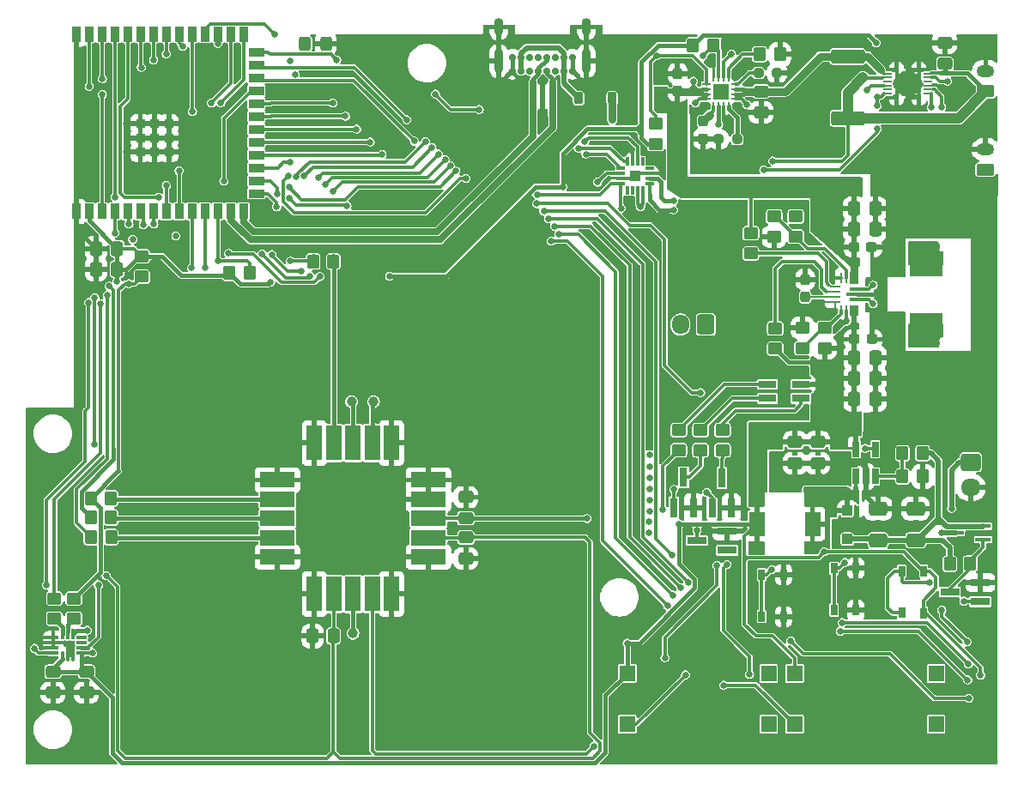
<source format=gtl>
G04 #@! TF.GenerationSoftware,KiCad,Pcbnew,7.0.7*
G04 #@! TF.CreationDate,2023-10-14T22:43:34-04:00*
G04 #@! TF.ProjectId,boardlock,626f6172-646c-46f6-936b-2e6b69636164,rev?*
G04 #@! TF.SameCoordinates,Original*
G04 #@! TF.FileFunction,Copper,L1,Top*
G04 #@! TF.FilePolarity,Positive*
%FSLAX46Y46*%
G04 Gerber Fmt 4.6, Leading zero omitted, Abs format (unit mm)*
G04 Created by KiCad (PCBNEW 7.0.7) date 2023-10-14 22:43:34*
%MOMM*%
%LPD*%
G01*
G04 APERTURE LIST*
G04 Aperture macros list*
%AMRoundRect*
0 Rectangle with rounded corners*
0 $1 Rounding radius*
0 $2 $3 $4 $5 $6 $7 $8 $9 X,Y pos of 4 corners*
0 Add a 4 corners polygon primitive as box body*
4,1,4,$2,$3,$4,$5,$6,$7,$8,$9,$2,$3,0*
0 Add four circle primitives for the rounded corners*
1,1,$1+$1,$2,$3*
1,1,$1+$1,$4,$5*
1,1,$1+$1,$6,$7*
1,1,$1+$1,$8,$9*
0 Add four rect primitives between the rounded corners*
20,1,$1+$1,$2,$3,$4,$5,0*
20,1,$1+$1,$4,$5,$6,$7,0*
20,1,$1+$1,$6,$7,$8,$9,0*
20,1,$1+$1,$8,$9,$2,$3,0*%
G04 Aperture macros list end*
G04 #@! TA.AperFunction,SMDPad,CuDef*
%ADD10C,1.000000*%
G04 #@! TD*
G04 #@! TA.AperFunction,SMDPad,CuDef*
%ADD11RoundRect,0.237500X0.250000X0.237500X-0.250000X0.237500X-0.250000X-0.237500X0.250000X-0.237500X0*%
G04 #@! TD*
G04 #@! TA.AperFunction,SMDPad,CuDef*
%ADD12RoundRect,0.250000X-0.450000X0.350000X-0.450000X-0.350000X0.450000X-0.350000X0.450000X0.350000X0*%
G04 #@! TD*
G04 #@! TA.AperFunction,SMDPad,CuDef*
%ADD13RoundRect,0.250000X-0.350000X-0.450000X0.350000X-0.450000X0.350000X0.450000X-0.350000X0.450000X0*%
G04 #@! TD*
G04 #@! TA.AperFunction,SMDPad,CuDef*
%ADD14RoundRect,0.250000X0.650000X-0.412500X0.650000X0.412500X-0.650000X0.412500X-0.650000X-0.412500X0*%
G04 #@! TD*
G04 #@! TA.AperFunction,SMDPad,CuDef*
%ADD15RoundRect,0.250000X-0.337500X-0.475000X0.337500X-0.475000X0.337500X0.475000X-0.337500X0.475000X0*%
G04 #@! TD*
G04 #@! TA.AperFunction,SMDPad,CuDef*
%ADD16R,0.599999X1.500000*%
G04 #@! TD*
G04 #@! TA.AperFunction,SMDPad,CuDef*
%ADD17RoundRect,0.237500X0.237500X-0.300000X0.237500X0.300000X-0.237500X0.300000X-0.237500X-0.300000X0*%
G04 #@! TD*
G04 #@! TA.AperFunction,SMDPad,CuDef*
%ADD18R,0.800000X1.900000*%
G04 #@! TD*
G04 #@! TA.AperFunction,SMDPad,CuDef*
%ADD19RoundRect,0.087500X-0.437500X-0.087500X0.437500X-0.087500X0.437500X0.087500X-0.437500X0.087500X0*%
G04 #@! TD*
G04 #@! TA.AperFunction,SMDPad,CuDef*
%ADD20RoundRect,0.087500X-0.087500X-0.412500X0.087500X-0.412500X0.087500X0.412500X-0.087500X0.412500X0*%
G04 #@! TD*
G04 #@! TA.AperFunction,SMDPad,CuDef*
%ADD21RoundRect,0.087500X-0.087500X-0.462500X0.087500X-0.462500X0.087500X0.462500X-0.087500X0.462500X0*%
G04 #@! TD*
G04 #@! TA.AperFunction,SMDPad,CuDef*
%ADD22RoundRect,0.237500X-0.300000X-0.237500X0.300000X-0.237500X0.300000X0.237500X-0.300000X0.237500X0*%
G04 #@! TD*
G04 #@! TA.AperFunction,SMDPad,CuDef*
%ADD23R,0.650000X1.050000*%
G04 #@! TD*
G04 #@! TA.AperFunction,ComponentPad*
%ADD24RoundRect,0.250000X0.625000X-0.350000X0.625000X0.350000X-0.625000X0.350000X-0.625000X-0.350000X0*%
G04 #@! TD*
G04 #@! TA.AperFunction,ComponentPad*
%ADD25O,1.750000X1.200000*%
G04 #@! TD*
G04 #@! TA.AperFunction,SMDPad,CuDef*
%ADD26RoundRect,0.250000X-0.475000X0.337500X-0.475000X-0.337500X0.475000X-0.337500X0.475000X0.337500X0*%
G04 #@! TD*
G04 #@! TA.AperFunction,SMDPad,CuDef*
%ADD27R,1.790000X0.800000*%
G04 #@! TD*
G04 #@! TA.AperFunction,SMDPad,CuDef*
%ADD28R,1.500000X2.400000*%
G04 #@! TD*
G04 #@! TA.AperFunction,SMDPad,CuDef*
%ADD29R,1.900000X0.800000*%
G04 #@! TD*
G04 #@! TA.AperFunction,SMDPad,CuDef*
%ADD30RoundRect,0.249999X-1.425001X0.450001X-1.425001X-0.450001X1.425001X-0.450001X1.425001X0.450001X0*%
G04 #@! TD*
G04 #@! TA.AperFunction,SMDPad,CuDef*
%ADD31RoundRect,0.062500X0.375000X0.062500X-0.375000X0.062500X-0.375000X-0.062500X0.375000X-0.062500X0*%
G04 #@! TD*
G04 #@! TA.AperFunction,SMDPad,CuDef*
%ADD32RoundRect,0.062500X0.062500X0.375000X-0.062500X0.375000X-0.062500X-0.375000X0.062500X-0.375000X0*%
G04 #@! TD*
G04 #@! TA.AperFunction,SMDPad,CuDef*
%ADD33R,1.600000X1.600000*%
G04 #@! TD*
G04 #@! TA.AperFunction,SMDPad,CuDef*
%ADD34R,1.049999X0.240000*%
G04 #@! TD*
G04 #@! TA.AperFunction,SMDPad,CuDef*
%ADD35R,0.240000X0.999999*%
G04 #@! TD*
G04 #@! TA.AperFunction,SMDPad,CuDef*
%ADD36R,0.849998X1.050000*%
G04 #@! TD*
G04 #@! TA.AperFunction,SMDPad,CuDef*
%ADD37R,1.950000X0.349998*%
G04 #@! TD*
G04 #@! TA.AperFunction,SMDPad,CuDef*
%ADD38R,2.300000X0.349998*%
G04 #@! TD*
G04 #@! TA.AperFunction,SMDPad,CuDef*
%ADD39R,0.850000X1.150000*%
G04 #@! TD*
G04 #@! TA.AperFunction,SMDPad,CuDef*
%ADD40R,0.245000X1.099999*%
G04 #@! TD*
G04 #@! TA.AperFunction,SMDPad,CuDef*
%ADD41R,0.240000X1.099999*%
G04 #@! TD*
G04 #@! TA.AperFunction,SMDPad,CuDef*
%ADD42RoundRect,0.250000X0.450000X-0.350000X0.450000X0.350000X-0.450000X0.350000X-0.450000X-0.350000X0*%
G04 #@! TD*
G04 #@! TA.AperFunction,SMDPad,CuDef*
%ADD43R,0.200000X0.200000*%
G04 #@! TD*
G04 #@! TA.AperFunction,SMDPad,CuDef*
%ADD44O,0.850000X0.200000*%
G04 #@! TD*
G04 #@! TA.AperFunction,SMDPad,CuDef*
%ADD45R,0.400000X0.575000*%
G04 #@! TD*
G04 #@! TA.AperFunction,SMDPad,CuDef*
%ADD46R,0.400000X0.675000*%
G04 #@! TD*
G04 #@! TA.AperFunction,ComponentPad*
%ADD47C,0.600000*%
G04 #@! TD*
G04 #@! TA.AperFunction,SMDPad,CuDef*
%ADD48R,1.300000X0.975000*%
G04 #@! TD*
G04 #@! TA.AperFunction,SMDPad,CuDef*
%ADD49R,2.600000X1.950000*%
G04 #@! TD*
G04 #@! TA.AperFunction,SMDPad,CuDef*
%ADD50RoundRect,0.237500X-0.250000X-0.237500X0.250000X-0.237500X0.250000X0.237500X-0.250000X0.237500X0*%
G04 #@! TD*
G04 #@! TA.AperFunction,SMDPad,CuDef*
%ADD51R,1.500000X0.450000*%
G04 #@! TD*
G04 #@! TA.AperFunction,SMDPad,CuDef*
%ADD52R,0.650000X1.560000*%
G04 #@! TD*
G04 #@! TA.AperFunction,SMDPad,CuDef*
%ADD53R,3.500000X1.500000*%
G04 #@! TD*
G04 #@! TA.AperFunction,SMDPad,CuDef*
%ADD54R,1.500000X3.500000*%
G04 #@! TD*
G04 #@! TA.AperFunction,SMDPad,CuDef*
%ADD55RoundRect,0.250000X0.350000X0.450000X-0.350000X0.450000X-0.350000X-0.450000X0.350000X-0.450000X0*%
G04 #@! TD*
G04 #@! TA.AperFunction,SMDPad,CuDef*
%ADD56RoundRect,0.250000X0.475000X-0.337500X0.475000X0.337500X-0.475000X0.337500X-0.475000X-0.337500X0*%
G04 #@! TD*
G04 #@! TA.AperFunction,SMDPad,CuDef*
%ADD57RoundRect,0.008100X-0.411900X-0.126900X0.411900X-0.126900X0.411900X0.126900X-0.411900X0.126900X0*%
G04 #@! TD*
G04 #@! TA.AperFunction,SMDPad,CuDef*
%ADD58RoundRect,0.008100X0.126900X-0.411900X0.126900X0.411900X-0.126900X0.411900X-0.126900X-0.411900X0*%
G04 #@! TD*
G04 #@! TA.AperFunction,SMDPad,CuDef*
%ADD59R,1.100000X1.100000*%
G04 #@! TD*
G04 #@! TA.AperFunction,SMDPad,CuDef*
%ADD60R,0.900000X1.500000*%
G04 #@! TD*
G04 #@! TA.AperFunction,SMDPad,CuDef*
%ADD61R,1.500000X0.900000*%
G04 #@! TD*
G04 #@! TA.AperFunction,SMDPad,CuDef*
%ADD62R,0.900000X0.900000*%
G04 #@! TD*
G04 #@! TA.AperFunction,SMDPad,CuDef*
%ADD63R,3.251200X2.489200*%
G04 #@! TD*
G04 #@! TA.AperFunction,SMDPad,CuDef*
%ADD64R,1.550000X1.600000*%
G04 #@! TD*
G04 #@! TA.AperFunction,SMDPad,CuDef*
%ADD65RoundRect,0.250000X0.337500X0.475000X-0.337500X0.475000X-0.337500X-0.475000X0.337500X-0.475000X0*%
G04 #@! TD*
G04 #@! TA.AperFunction,SMDPad,CuDef*
%ADD66RoundRect,0.250000X0.325000X0.450000X-0.325000X0.450000X-0.325000X-0.450000X0.325000X-0.450000X0*%
G04 #@! TD*
G04 #@! TA.AperFunction,SMDPad,CuDef*
%ADD67RoundRect,0.225000X0.225000X0.375000X-0.225000X0.375000X-0.225000X-0.375000X0.225000X-0.375000X0*%
G04 #@! TD*
G04 #@! TA.AperFunction,SMDPad,CuDef*
%ADD68RoundRect,0.250000X0.300000X-0.300000X0.300000X0.300000X-0.300000X0.300000X-0.300000X-0.300000X0*%
G04 #@! TD*
G04 #@! TA.AperFunction,ComponentPad*
%ADD69RoundRect,0.250000X-0.725000X0.600000X-0.725000X-0.600000X0.725000X-0.600000X0.725000X0.600000X0*%
G04 #@! TD*
G04 #@! TA.AperFunction,ComponentPad*
%ADD70O,1.950000X1.700000*%
G04 #@! TD*
G04 #@! TA.AperFunction,ComponentPad*
%ADD71RoundRect,0.250000X0.600000X0.725000X-0.600000X0.725000X-0.600000X-0.725000X0.600000X-0.725000X0*%
G04 #@! TD*
G04 #@! TA.AperFunction,ComponentPad*
%ADD72O,1.700000X1.950000*%
G04 #@! TD*
G04 #@! TA.AperFunction,SMDPad,CuDef*
%ADD73RoundRect,0.237500X-0.237500X0.300000X-0.237500X-0.300000X0.237500X-0.300000X0.237500X0.300000X0*%
G04 #@! TD*
G04 #@! TA.AperFunction,ComponentPad*
%ADD74C,0.700000*%
G04 #@! TD*
G04 #@! TA.AperFunction,ComponentPad*
%ADD75O,0.900000X1.700000*%
G04 #@! TD*
G04 #@! TA.AperFunction,ComponentPad*
%ADD76O,0.900000X2.400000*%
G04 #@! TD*
G04 #@! TA.AperFunction,ViaPad*
%ADD77C,0.635000*%
G04 #@! TD*
G04 #@! TA.AperFunction,ViaPad*
%ADD78C,3.048000*%
G04 #@! TD*
G04 #@! TA.AperFunction,ViaPad*
%ADD79C,0.508000*%
G04 #@! TD*
G04 #@! TA.AperFunction,Conductor*
%ADD80C,0.381000*%
G04 #@! TD*
G04 #@! TA.AperFunction,Conductor*
%ADD81C,0.635000*%
G04 #@! TD*
G04 #@! TA.AperFunction,Conductor*
%ADD82C,0.304800*%
G04 #@! TD*
G04 #@! TA.AperFunction,Conductor*
%ADD83C,0.508000*%
G04 #@! TD*
G04 #@! TA.AperFunction,Conductor*
%ADD84C,0.762000*%
G04 #@! TD*
G04 #@! TA.AperFunction,Conductor*
%ADD85C,1.016000*%
G04 #@! TD*
G04 #@! TA.AperFunction,Conductor*
%ADD86C,0.203200*%
G04 #@! TD*
G04 APERTURE END LIST*
D10*
X141859000Y-103251000D03*
D11*
X179891700Y-77367100D03*
X178066700Y-77367100D03*
D12*
X183515000Y-84979000D03*
X183515000Y-86979000D03*
D13*
X175530000Y-68072000D03*
X177530000Y-68072000D03*
D12*
X112540000Y-122682500D03*
X112540000Y-124682500D03*
X174117000Y-106061000D03*
X174117000Y-108061000D03*
D14*
X197485000Y-116937000D03*
X197485000Y-113812000D03*
D15*
X191419400Y-84226400D03*
X193494400Y-84226400D03*
D16*
X159759999Y-75028398D03*
X161659998Y-75028398D03*
X160710000Y-73128399D03*
D17*
X174000800Y-72616200D03*
X174000800Y-70891200D03*
D18*
X173649600Y-113717200D03*
X175549600Y-113717200D03*
X174599600Y-110717200D03*
D19*
X112452500Y-126562500D03*
X112452500Y-127062500D03*
X112452500Y-127562500D03*
X112452500Y-128062500D03*
D20*
X113327500Y-128412500D03*
X113827500Y-128412500D03*
X114327500Y-128412500D03*
D19*
X115202500Y-128062500D03*
X115202500Y-127562500D03*
X115202500Y-127062500D03*
X115202500Y-126562500D03*
D21*
X114327500Y-126162500D03*
X113827500Y-126162500D03*
X113327500Y-126162500D03*
D22*
X191440900Y-97104200D03*
X193165900Y-97104200D03*
D23*
X198265000Y-119965000D03*
X198265000Y-124115000D03*
X196115000Y-119965000D03*
X196115000Y-124090000D03*
D24*
X204356800Y-80349600D03*
D25*
X204356800Y-78349600D03*
D15*
X191447600Y-100965000D03*
X193522600Y-100965000D03*
D26*
X115697000Y-129899500D03*
X115697000Y-131974500D03*
D27*
X186176000Y-102935000D03*
X186176000Y-101535000D03*
X182886000Y-101535000D03*
X182886000Y-102935000D03*
D13*
X200858000Y-119265000D03*
X202858000Y-119265000D03*
D28*
X181806400Y-115323700D03*
X187306400Y-115323700D03*
D29*
X178900000Y-117930000D03*
X178900000Y-116030000D03*
X175900000Y-116980000D03*
D10*
X141986000Y-126111000D03*
D30*
X190804800Y-69185600D03*
X190804800Y-75285600D03*
D12*
X121170000Y-88910000D03*
X121170000Y-90910000D03*
D31*
X179745500Y-73394000D03*
X179745500Y-72894000D03*
X179745500Y-72394000D03*
X179745500Y-71894000D03*
D32*
X179058000Y-71206500D03*
X178558000Y-71206500D03*
X178058000Y-71206500D03*
X177558000Y-71206500D03*
D31*
X176870500Y-71894000D03*
X176870500Y-72394000D03*
X176870500Y-72894000D03*
X176870500Y-73394000D03*
D32*
X177558000Y-74081500D03*
X178058000Y-74081500D03*
X178558000Y-74081500D03*
X179058000Y-74081500D03*
D33*
X178308000Y-72644000D03*
D24*
X204407600Y-72628000D03*
D25*
X204407600Y-70628000D03*
D34*
X189531400Y-91934599D03*
X189531400Y-92434598D03*
X189531400Y-92934600D03*
X189531400Y-93434598D03*
D35*
X190181400Y-94284600D03*
X190681399Y-94284600D03*
D36*
X191431399Y-94259600D03*
X191431399Y-94259600D03*
D37*
X191931400Y-93184599D03*
D38*
X191756400Y-92684600D03*
D37*
X191931400Y-92184601D03*
D39*
X191431400Y-91059600D03*
X191431400Y-91059600D03*
D40*
X190683900Y-91034600D03*
D41*
X190181400Y-91034600D03*
D12*
X185674000Y-84979000D03*
X185674000Y-86979000D03*
D13*
X116110000Y-114690000D03*
X118110000Y-114690000D03*
X138050000Y-89408000D03*
X140050000Y-89408000D03*
X182094000Y-68985100D03*
X184094000Y-68985100D03*
D42*
X171831000Y-77835000D03*
X171831000Y-75835000D03*
D43*
X199008000Y-72861500D03*
D44*
X198683000Y-72861500D03*
D43*
X199008000Y-72461500D03*
D44*
X198683000Y-72461500D03*
D43*
X199008000Y-72061500D03*
D44*
X198683000Y-72061500D03*
D43*
X199008000Y-71661500D03*
D44*
X198683000Y-71661500D03*
D43*
X199008000Y-71261500D03*
D44*
X198683000Y-71261500D03*
D43*
X199008000Y-70861500D03*
D44*
X198683000Y-70861500D03*
X194733000Y-70861500D03*
D43*
X194408000Y-70861500D03*
D44*
X194733000Y-71261500D03*
D43*
X194408000Y-71261500D03*
D44*
X194733000Y-71661500D03*
D43*
X194408000Y-71661500D03*
D44*
X194733000Y-72061500D03*
D43*
X194408000Y-72061500D03*
D44*
X194733000Y-72461500D03*
D43*
X194408000Y-72461500D03*
D44*
X194733000Y-72861500D03*
D43*
X194408000Y-72861500D03*
D45*
X197808000Y-73226500D03*
D46*
X197808000Y-73174000D03*
X197808000Y-70549000D03*
D45*
X197808000Y-70496500D03*
D47*
X197608000Y-72361500D03*
X197608000Y-71361500D03*
D48*
X197358000Y-72349000D03*
X197358000Y-71374000D03*
D47*
X196708000Y-72361500D03*
D49*
X196708000Y-71861500D03*
D47*
X196708000Y-71361500D03*
D48*
X196058000Y-72349000D03*
X196058000Y-71374000D03*
D47*
X195808000Y-72361500D03*
X195808000Y-71361500D03*
D45*
X195608000Y-73226500D03*
D46*
X195608000Y-73174000D03*
X195608000Y-70549000D03*
D45*
X195608000Y-70496500D03*
D22*
X191416600Y-88036400D03*
X193141600Y-88036400D03*
D12*
X176276000Y-106061000D03*
X176276000Y-108061000D03*
D50*
X181978300Y-70813900D03*
X183803300Y-70813900D03*
D51*
X204149000Y-116855000D03*
X204149000Y-115555000D03*
X201489000Y-116205000D03*
D52*
X191607400Y-110650000D03*
X192557400Y-110650000D03*
X193507400Y-110650000D03*
X193507400Y-107950000D03*
X191607400Y-107950000D03*
D12*
X181229000Y-86630000D03*
X181229000Y-88630000D03*
D14*
X193776600Y-116937000D03*
X193776600Y-113812000D03*
D12*
X114440000Y-122682500D03*
X114440000Y-124682500D03*
D26*
X185597800Y-107246500D03*
X185597800Y-109321500D03*
X182230400Y-72642700D03*
X182230400Y-74717700D03*
D53*
X149440000Y-118590000D03*
X149440000Y-116690000D03*
X149440000Y-114790000D03*
X149440000Y-112890000D03*
X149440000Y-110990000D03*
D54*
X145790000Y-107340000D03*
X143890000Y-107340000D03*
X141990000Y-107340000D03*
X140090000Y-107340000D03*
X138190000Y-107340000D03*
D53*
X134540000Y-110990000D03*
X134540000Y-112890000D03*
X134540000Y-114790000D03*
X134540000Y-116690000D03*
X134540000Y-118590000D03*
D54*
X138190000Y-122240000D03*
X140090000Y-122240000D03*
X141990000Y-122240000D03*
X143890000Y-122240000D03*
X145790000Y-122240000D03*
D55*
X198180200Y-108364100D03*
X196180200Y-108364100D03*
D56*
X153120000Y-114757500D03*
X153120000Y-112682500D03*
D15*
X191419400Y-86258400D03*
X193494400Y-86258400D03*
D57*
X168388000Y-80218600D03*
X168388000Y-80718600D03*
X168388000Y-81218600D03*
X168388000Y-81718600D03*
D58*
X169073000Y-82403600D03*
X169573000Y-82403600D03*
X170073000Y-82403600D03*
X170573000Y-82403600D03*
D57*
X171258000Y-81718600D03*
X171258000Y-81218600D03*
X171258000Y-80718600D03*
X171258000Y-80218600D03*
D58*
X170573000Y-79533600D03*
X170073000Y-79533600D03*
X169573000Y-79533600D03*
X169073000Y-79533600D03*
D59*
X169823000Y-80968600D03*
D60*
X114691800Y-84483800D03*
X115961800Y-84483800D03*
X117231800Y-84483800D03*
X118501800Y-84483800D03*
X119771800Y-84483800D03*
X121041800Y-84483800D03*
X122311800Y-84483800D03*
X123581800Y-84483800D03*
X124851800Y-84483800D03*
X126121800Y-84483800D03*
X127391800Y-84483800D03*
X128661800Y-84483800D03*
X129931800Y-84483800D03*
X131201800Y-84483800D03*
D61*
X132451800Y-82718800D03*
X132451800Y-81448800D03*
X132451800Y-80178800D03*
X132451800Y-78908800D03*
X132451800Y-77638800D03*
X132451800Y-76368800D03*
X132451800Y-75098800D03*
X132451800Y-73828800D03*
X132451800Y-72558800D03*
X132451800Y-71288800D03*
X132451800Y-70018800D03*
X132451800Y-68748800D03*
D60*
X131201800Y-66983800D03*
X129931800Y-66983800D03*
X128661800Y-66983800D03*
X127391800Y-66983800D03*
X126121800Y-66983800D03*
X124851800Y-66983800D03*
X123581800Y-66983800D03*
X122311800Y-66983800D03*
X121041800Y-66983800D03*
X119771800Y-66983800D03*
X118501800Y-66983800D03*
X117231800Y-66983800D03*
X115961800Y-66983800D03*
X114691800Y-66983800D03*
D62*
X121011800Y-78633800D03*
X122411800Y-78633800D03*
X123811800Y-78633800D03*
X123811800Y-78633800D03*
X121011800Y-77233800D03*
X121011800Y-77233800D03*
X122411800Y-77233800D03*
X123811800Y-77233800D03*
X121011800Y-75833800D03*
X122411800Y-75833800D03*
X123811800Y-75833800D03*
D63*
X198501000Y-89687400D03*
X198501000Y-95681800D03*
D64*
X169047000Y-130088000D03*
X182997000Y-130088000D03*
X169047000Y-135088000D03*
X182997000Y-135088000D03*
D10*
X144010000Y-103251000D03*
D15*
X191443700Y-103022400D03*
X193518700Y-103022400D03*
D26*
X187833000Y-107246500D03*
X187833000Y-109321500D03*
D13*
X129810000Y-90551000D03*
X131810000Y-90551000D03*
D65*
X118717400Y-90174200D03*
X116642400Y-90174200D03*
D64*
X185557000Y-130088000D03*
X199507000Y-130088000D03*
X185557000Y-135088000D03*
X199507000Y-135088000D03*
D42*
X186339400Y-97977200D03*
X186339400Y-95977200D03*
D23*
X191580000Y-119700000D03*
X191580000Y-123850000D03*
X189430000Y-119700000D03*
X189430000Y-123825000D03*
D18*
X177408800Y-113768000D03*
X179308800Y-113768000D03*
X178358800Y-110768000D03*
D65*
X140087500Y-126380000D03*
X138012500Y-126380000D03*
D15*
X191447600Y-98907600D03*
X193522600Y-98907600D03*
D29*
X203866000Y-123009000D03*
X203866000Y-121109000D03*
X200866000Y-122059000D03*
D66*
X139302500Y-67940000D03*
X137252500Y-67940000D03*
D67*
X167554200Y-73304400D03*
X164254200Y-73304400D03*
D68*
X190754000Y-116825300D03*
X190754000Y-114025300D03*
D65*
X118717400Y-88142200D03*
X116642400Y-88142200D03*
D23*
X184450000Y-120330000D03*
X184450000Y-124480000D03*
X182300000Y-120330000D03*
X182300000Y-124455000D03*
D69*
X202946000Y-109240000D03*
D70*
X202946000Y-111740000D03*
D71*
X176784000Y-95656400D03*
D72*
X174284000Y-95656400D03*
D13*
X116140000Y-116620000D03*
X118140000Y-116620000D03*
D26*
X153120000Y-116652500D03*
X153120000Y-118727500D03*
D12*
X178435000Y-106061000D03*
X178435000Y-108061000D03*
D42*
X183642000Y-98028000D03*
X183642000Y-96028000D03*
D13*
X196180200Y-110650100D03*
X198180200Y-110650100D03*
D26*
X112395000Y-129899500D03*
X112395000Y-131974500D03*
D56*
X200355200Y-69922300D03*
X200355200Y-67847300D03*
D13*
X116120000Y-112790000D03*
X118120000Y-112790000D03*
D17*
X186593400Y-92913200D03*
X186593400Y-91188200D03*
D42*
X188498400Y-97977200D03*
X188498400Y-95977200D03*
D73*
X176515400Y-75590200D03*
X176515400Y-77315200D03*
D74*
X157705400Y-70623800D03*
X158555400Y-70623800D03*
X159405400Y-70623800D03*
X160255400Y-70623800D03*
X161105400Y-70623800D03*
X161955400Y-70623800D03*
X162805400Y-70623800D03*
X163655400Y-70623800D03*
X163655400Y-69273800D03*
X162805400Y-69273800D03*
X161955400Y-69273800D03*
X161105400Y-69273800D03*
X160255400Y-69273800D03*
X159405400Y-69273800D03*
X158555400Y-69273800D03*
X157705400Y-69273800D03*
D75*
X156355400Y-66263800D03*
D76*
X156355400Y-69643800D03*
D75*
X165005400Y-66263800D03*
D76*
X165005400Y-69643800D03*
D77*
X130585600Y-70166800D03*
X160710000Y-71894000D03*
X145600000Y-90900000D03*
X189895400Y-99009200D03*
X193603000Y-67830000D03*
X169040000Y-127080000D03*
X162687000Y-82042000D03*
X189738000Y-105664000D03*
X189920000Y-103009000D03*
X116290000Y-128060000D03*
X191643000Y-105664000D03*
X115770000Y-125820000D03*
X181806400Y-115323700D03*
X118710000Y-91410000D03*
X187833000Y-105664000D03*
X133840000Y-91490000D03*
X189895400Y-100914200D03*
X188468000Y-118075200D03*
X165070000Y-114790000D03*
X170357500Y-84016600D03*
X174150000Y-115323700D03*
X203897400Y-130245600D03*
X189890400Y-84150200D03*
X188214000Y-82042000D03*
X175566200Y-71626700D03*
X189890400Y-88087200D03*
X189890400Y-86309200D03*
X189865000Y-82042000D03*
X191262000Y-82042000D03*
X167549600Y-75408100D03*
X176515400Y-75590200D03*
X200620000Y-71630000D03*
X117650000Y-120410000D03*
X183295000Y-119820000D03*
X171220000Y-114040000D03*
X117260000Y-72950000D03*
X190512500Y-119130000D03*
X171190000Y-115130000D03*
X128960000Y-73750000D03*
X185674000Y-84979000D03*
X183388000Y-79502000D03*
X171220000Y-112950000D03*
X172752000Y-128530000D03*
X177901562Y-119405438D03*
X115960000Y-72130000D03*
X181102000Y-130175000D03*
X117270000Y-71380000D03*
X171220000Y-111870000D03*
X178881125Y-119314875D03*
X171190000Y-116210000D03*
X126150000Y-74610000D03*
X137230000Y-67970000D03*
X173609000Y-83439497D03*
X173609000Y-84328000D03*
X202720000Y-132530000D03*
X161544000Y-87392800D03*
X185166000Y-126873000D03*
X173010000Y-123410000D03*
X144860000Y-78880000D03*
X173520100Y-122339100D03*
X143690000Y-77640000D03*
X190041860Y-125913779D03*
X202630000Y-130720000D03*
X162313863Y-86724087D03*
X202692000Y-129133600D03*
X142340000Y-76370000D03*
X190250000Y-125050000D03*
X174307500Y-121602500D03*
X161887135Y-85944767D03*
X175044100Y-121069100D03*
X200080000Y-123837000D03*
X202570000Y-126950000D03*
X161300000Y-85210000D03*
X141240000Y-75080000D03*
X201041000Y-113792000D03*
X200025000Y-116205000D03*
X198043800Y-87934800D03*
X198805800Y-87934800D03*
X197281800Y-87934800D03*
X199567800Y-87934800D03*
X193294000Y-91770200D03*
X193294000Y-93599000D03*
X198043800Y-97459800D03*
X198805800Y-97459800D03*
X199567800Y-97459800D03*
X197281800Y-97459800D03*
X172567600Y-113944400D03*
X175920400Y-115976400D03*
X126054800Y-90073600D03*
X117755600Y-92750000D03*
X140380000Y-69540000D03*
X149150000Y-77570000D03*
X199040000Y-74190000D03*
X117116636Y-93580000D03*
X135820000Y-89400000D03*
X136357281Y-81066719D03*
X128650000Y-89340000D03*
X200050000Y-74200000D03*
X149772965Y-78203524D03*
X119890000Y-91610000D03*
X135763000Y-79629000D03*
X137180000Y-81006000D03*
X116500000Y-107440000D03*
X118510000Y-86610000D03*
X116520236Y-93010000D03*
X127381000Y-90043000D03*
X117948935Y-91848935D03*
X134470000Y-84020000D03*
X134260000Y-67000000D03*
X171243600Y-110780000D03*
X121100000Y-70270000D03*
X178900000Y-117930000D03*
X179324000Y-68961000D03*
X171958000Y-69088000D03*
X140010000Y-73780000D03*
X176500000Y-69150000D03*
X150114000Y-72898000D03*
X154432000Y-74422000D03*
X180858800Y-73963500D03*
X192659000Y-72517000D03*
X178064800Y-75919300D03*
X175766100Y-73773000D03*
X135710890Y-82091822D03*
X193675000Y-73152000D03*
X152131861Y-80500024D03*
X193675000Y-76327000D03*
X182499000Y-80391000D03*
X123571000Y-81915000D03*
X193675000Y-74041000D03*
X183540400Y-84988400D03*
X166120000Y-81594000D03*
X135604796Y-80949875D03*
X160130000Y-82804000D03*
X124841000Y-80460000D03*
X153105000Y-81225000D03*
X168426000Y-84159600D03*
X134490500Y-82790000D03*
X128670000Y-67900000D03*
X135820000Y-69590000D03*
X136260000Y-70943600D03*
X125180000Y-68190000D03*
X128030000Y-73760000D03*
X116870000Y-121370000D03*
X111760000Y-121350000D03*
X115919600Y-93478105D03*
X119888000Y-85725000D03*
X139976781Y-82527219D03*
X151584167Y-79970952D03*
X138720000Y-90910000D03*
X129720000Y-88630000D03*
X164973000Y-78828400D03*
X122820000Y-83090000D03*
X124520000Y-86890000D03*
X151097164Y-79385534D03*
X121300000Y-85820000D03*
X137770000Y-90860000D03*
X164211000Y-78232000D03*
X133010000Y-88660000D03*
X139274781Y-81825219D03*
X122350000Y-85730000D03*
X136907219Y-90377219D03*
X150407006Y-78825963D03*
X164846000Y-77597000D03*
X134000000Y-88740000D03*
X138565000Y-81145000D03*
X118510000Y-83070000D03*
X120250000Y-87250000D03*
X165750000Y-137280000D03*
X141404781Y-83955219D03*
X129250000Y-81488200D03*
X135683800Y-83137200D03*
X176276000Y-102362000D03*
X192532000Y-107860000D03*
X148030000Y-77540000D03*
X160120000Y-83720000D03*
X174790000Y-130220000D03*
X198900000Y-121110000D03*
X178560000Y-131230000D03*
X110560000Y-127600000D03*
X173482000Y-118364000D03*
X202239000Y-122948000D03*
X147300000Y-75438000D03*
X160810000Y-84450000D03*
X197358000Y-81534000D03*
X152000000Y-125100000D03*
X159690000Y-117990000D03*
X123940000Y-96610000D03*
X137790000Y-117760000D03*
X145930000Y-118820000D03*
X155710000Y-104700000D03*
X165735000Y-87122000D03*
X125600000Y-113850000D03*
X141690000Y-130230000D03*
X159720000Y-112530000D03*
X133370000Y-95680000D03*
X137530000Y-115100000D03*
X197358000Y-78994000D03*
X195254000Y-83705000D03*
X169418000Y-70104000D03*
X169976800Y-105460800D03*
X123190000Y-118510000D03*
X133190000Y-136960000D03*
X155630000Y-109730000D03*
X153630000Y-94350000D03*
X120090000Y-134310000D03*
X116250000Y-77620000D03*
X156180000Y-112590000D03*
X130250000Y-82630000D03*
X149830000Y-105940000D03*
X152260000Y-120540000D03*
X116630000Y-136810000D03*
X184150000Y-68961000D03*
X132840000Y-93770000D03*
X148770000Y-126690000D03*
X138410000Y-110770000D03*
X155630000Y-107580000D03*
X140010000Y-72470000D03*
X132620000Y-108070000D03*
X145760000Y-136120000D03*
X120580000Y-130010000D03*
X125360000Y-86110000D03*
X138810000Y-103200000D03*
X144650000Y-89250000D03*
X138630000Y-99750000D03*
X148460000Y-97090000D03*
X125476000Y-75692000D03*
X152400000Y-136080000D03*
X155940000Y-133770000D03*
X138720000Y-134220000D03*
X136330000Y-99880000D03*
X128060000Y-99300000D03*
X125180000Y-120680000D03*
X195254000Y-84594000D03*
X119640000Y-75816000D03*
X162720000Y-115750000D03*
D78*
X203763000Y-101866000D03*
D77*
X163150000Y-125590000D03*
X143630000Y-115540000D03*
X146640000Y-100590000D03*
X158100000Y-96560000D03*
X142090000Y-118950000D03*
X110770000Y-113950000D03*
X130500000Y-130900000D03*
X162040000Y-93950000D03*
X125620000Y-118240000D03*
X148500000Y-121560000D03*
X130450000Y-108600000D03*
X141640000Y-136430000D03*
X110860000Y-123020000D03*
X182430000Y-77170000D03*
X121160000Y-108330000D03*
X204851000Y-118745000D03*
X195102400Y-98501200D03*
X143010000Y-113460000D03*
X200406000Y-78994000D03*
X169164000Y-78359000D03*
X128900000Y-132500000D03*
X125230000Y-123420000D03*
X128300000Y-134200000D03*
X127060000Y-82500000D03*
X128630000Y-102180000D03*
X124920000Y-125850000D03*
X186339400Y-94259400D03*
D79*
X188087000Y-110548500D03*
D77*
X130270000Y-134750000D03*
D79*
X186817000Y-110548500D03*
D77*
X113170000Y-115580000D03*
X162930000Y-131160000D03*
X120400000Y-136470000D03*
X145360000Y-117400000D03*
X145760000Y-110990000D03*
X141200000Y-113330000D03*
X162940000Y-107580000D03*
X123825000Y-80391000D03*
X169418000Y-73406000D03*
X148810000Y-135850000D03*
X132480000Y-132850000D03*
X119130000Y-69110000D03*
X122390000Y-123460000D03*
X123190000Y-136430000D03*
X126550000Y-96690000D03*
X130090000Y-94350000D03*
X128150000Y-75820000D03*
X187060000Y-74840000D03*
X171251000Y-101739000D03*
X117720000Y-126110000D03*
X189720000Y-71160000D03*
X153860000Y-99390000D03*
X130360000Y-111120000D03*
X121031000Y-80391000D03*
X159210000Y-125190000D03*
X116330000Y-81110000D03*
X145580000Y-126920000D03*
X162790000Y-104440000D03*
X142660000Y-117000000D03*
X134390000Y-101740000D03*
X159520000Y-133690000D03*
X189273581Y-89685419D03*
X159650000Y-120680000D03*
X145620000Y-115500000D03*
X148680000Y-133330000D03*
X145620000Y-130230000D03*
X166070000Y-80440000D03*
X125180000Y-136390000D03*
X130800000Y-101960000D03*
X133850000Y-98600000D03*
X121960000Y-113840000D03*
X193578400Y-95326200D03*
X135850000Y-134000000D03*
X138190000Y-93730000D03*
X169418000Y-68326000D03*
X122100000Y-134200000D03*
X163190000Y-120720000D03*
X121070000Y-99350000D03*
X159880000Y-109730000D03*
X158060000Y-99440000D03*
X151950000Y-128420000D03*
X152000000Y-130990000D03*
X141780000Y-100370000D03*
X151200000Y-96870000D03*
X124210000Y-102490000D03*
D79*
X185547000Y-110548500D03*
D77*
X159300000Y-128200000D03*
X153860000Y-101830000D03*
X155850000Y-131030000D03*
X117900000Y-129740000D03*
X151110000Y-99920000D03*
X139340000Y-118820000D03*
X141930000Y-94380000D03*
X124030000Y-99300000D03*
X155540000Y-122540000D03*
X120330000Y-110830000D03*
X123680000Y-94220000D03*
X135490000Y-108110000D03*
X151380000Y-94350000D03*
X129650000Y-117980000D03*
X157930000Y-94300000D03*
X195834000Y-78994000D03*
X188260000Y-129960000D03*
X179125000Y-76085000D03*
X162910000Y-109730000D03*
X113570000Y-120560000D03*
X188523000Y-78498000D03*
X195254000Y-86626000D03*
X122480000Y-111520000D03*
X152560000Y-107580000D03*
X177350000Y-69650000D03*
X110800000Y-116830000D03*
X120490000Y-124260000D03*
X148810000Y-123600000D03*
X180086000Y-79629000D03*
X133680000Y-127400000D03*
X195102400Y-99263200D03*
X148370000Y-108600000D03*
X198882000Y-81534000D03*
X131290000Y-124660000D03*
X152260000Y-104840000D03*
X146510000Y-94080000D03*
D79*
X189357000Y-110548500D03*
D77*
X124030000Y-128460000D03*
X130400000Y-99040000D03*
X140230000Y-115190000D03*
X128120000Y-78700000D03*
X120980000Y-106030000D03*
X155710000Y-128380000D03*
X169840000Y-80960000D03*
X198882000Y-78994000D03*
X163280000Y-127980000D03*
X130620000Y-119480000D03*
X149870000Y-103860000D03*
X155670000Y-120770000D03*
X122790000Y-126210000D03*
X159390000Y-122540000D03*
X129500000Y-127500000D03*
X144210000Y-118510000D03*
X130090000Y-96470000D03*
D79*
X184277000Y-110548500D03*
D77*
X173990000Y-70866000D03*
X176276000Y-79629000D03*
X175070000Y-127960000D03*
X147040000Y-125370000D03*
X127350000Y-111560000D03*
X162620000Y-101870000D03*
X141200000Y-110940000D03*
X119640000Y-78610000D03*
X136200000Y-136870000D03*
X159880000Y-107610000D03*
X121500000Y-128100000D03*
X158010000Y-101780000D03*
X121800000Y-131300000D03*
X131070000Y-129130000D03*
X137530000Y-135810000D03*
X131640000Y-121780000D03*
X144300000Y-93990000D03*
X155730000Y-118110000D03*
X141740000Y-72470000D03*
X158940000Y-104530000D03*
X155580000Y-125010000D03*
X120000000Y-118820000D03*
X129650000Y-113910000D03*
X129210000Y-105850000D03*
X178181000Y-79629000D03*
X152130000Y-122670000D03*
X140540000Y-117760000D03*
X144160000Y-97450000D03*
X188320000Y-133270000D03*
X162580000Y-112620000D03*
X139210000Y-116520000D03*
X171860000Y-137480000D03*
X129740000Y-115680000D03*
X180649000Y-69989000D03*
X153370000Y-96380000D03*
X133770000Y-131700000D03*
X141780000Y-98200000D03*
X124300000Y-108420000D03*
X126510000Y-94260000D03*
X135360000Y-121210000D03*
X195102400Y-100533200D03*
X188490000Y-136980000D03*
X134470000Y-135850000D03*
X130530000Y-76040000D03*
X122390000Y-121160000D03*
X177880000Y-127870000D03*
X116680000Y-134250000D03*
X152480000Y-134040000D03*
X142580000Y-89760000D03*
X188269000Y-68211000D03*
X135450000Y-94040000D03*
X110890000Y-125630000D03*
X201574400Y-73732300D03*
X121110000Y-94440000D03*
X128680000Y-136250000D03*
X125730000Y-115750000D03*
X127900000Y-125100000D03*
X148770000Y-94170000D03*
X136780000Y-102840000D03*
X169418000Y-71628000D03*
X195102400Y-103453703D03*
X180649000Y-68211000D03*
X110790000Y-119570000D03*
X120140000Y-121120000D03*
X136420000Y-129700000D03*
X159560000Y-136120000D03*
X179910000Y-137340000D03*
X135850000Y-124350000D03*
X134830000Y-104840000D03*
X195254000Y-85737000D03*
X144210000Y-100410000D03*
X127840000Y-120190000D03*
X120980000Y-96470000D03*
X143280000Y-111210000D03*
X127790000Y-122360000D03*
X146600000Y-97450000D03*
X161910000Y-96340000D03*
X124390000Y-111740000D03*
X141780000Y-133860000D03*
X155940000Y-136120000D03*
X117850000Y-78680000D03*
X197794000Y-74180000D03*
X145180000Y-113550000D03*
X137310000Y-112760000D03*
X176020000Y-137310000D03*
X159430000Y-131080000D03*
X181864000Y-79629000D03*
X172085000Y-70866000D03*
X146860000Y-103730000D03*
X195635000Y-69227000D03*
X162930000Y-136250000D03*
X124470000Y-105680000D03*
X178350000Y-72650000D03*
X125603000Y-78613000D03*
X161510000Y-99220000D03*
X150180000Y-121430000D03*
X135980000Y-96210000D03*
X137930000Y-131300000D03*
X117860000Y-75860000D03*
X190657400Y-95326200D03*
X200406000Y-81534000D03*
X131910000Y-105410000D03*
X127800000Y-129700000D03*
X126800000Y-127400000D03*
X195102400Y-101295200D03*
X138940000Y-113240000D03*
X163140000Y-118080000D03*
X140910000Y-85460000D03*
X159720000Y-115720000D03*
X148770000Y-130100000D03*
X152800000Y-109940000D03*
X138150000Y-96340000D03*
X195102400Y-102692200D03*
X197794000Y-69227000D03*
X120490000Y-126650000D03*
X148330000Y-83090000D03*
X121940000Y-115720000D03*
X120890000Y-102450000D03*
X130460000Y-78890000D03*
X148770000Y-100460000D03*
X145800000Y-133420000D03*
X162790000Y-133290000D03*
X121660000Y-81810000D03*
X117700000Y-128300000D03*
X195635000Y-74180000D03*
X141780000Y-128160000D03*
X195834000Y-81534000D03*
X162930000Y-122540000D03*
X171243600Y-108473600D03*
X176890000Y-112200000D03*
X123570000Y-68940000D03*
X171243600Y-109673600D03*
X173634400Y-111912400D03*
X122320000Y-69540000D03*
D80*
X161105400Y-70867000D02*
X161105400Y-70623800D01*
X161659998Y-71421598D02*
X161105400Y-70867000D01*
X161659998Y-71781999D02*
X161659998Y-71421598D01*
X160255400Y-70926200D02*
X160255400Y-70623800D01*
X159759999Y-71782002D02*
X159759999Y-71421601D01*
X159759999Y-71421601D02*
X160255400Y-70926200D01*
X160710000Y-73128399D02*
X160710000Y-71894000D01*
D81*
X161659998Y-75028398D02*
X161659998Y-71781999D01*
X161675200Y-75043600D02*
X161659998Y-75028398D01*
X161675200Y-76208874D02*
X161675200Y-75043600D01*
X131865970Y-87274400D02*
X150609674Y-87274400D01*
X150609674Y-87274400D02*
X161675200Y-76208874D01*
X129931800Y-84483800D02*
X129931800Y-85340230D01*
X159759999Y-75028398D02*
X159759999Y-71782002D01*
X129931800Y-85340230D02*
X131865970Y-87274400D01*
X159744800Y-77061644D02*
X159744800Y-74378199D01*
X150294044Y-86512400D02*
X159744800Y-77061644D01*
X132181600Y-86512400D02*
X150294044Y-86512400D01*
X131201800Y-85532600D02*
X132181600Y-86512400D01*
X131201800Y-84483800D02*
X131201800Y-85532600D01*
D80*
X165118800Y-76332800D02*
X162687000Y-78764600D01*
X129810000Y-90551000D02*
X130889000Y-91630000D01*
X185781000Y-101535000D02*
X187387000Y-101535000D01*
D82*
X120402200Y-88142200D02*
X121170000Y-88910000D01*
D80*
X172075974Y-68072000D02*
X175530000Y-68072000D01*
X115961800Y-85386600D02*
X115961800Y-84483800D01*
X174150000Y-115323700D02*
X177632500Y-115323700D01*
X123180000Y-88910000D02*
X121170000Y-88910000D01*
X170434000Y-77224000D02*
X170434000Y-76790000D01*
X118717400Y-90174200D02*
X119645800Y-90174200D01*
D82*
X188468000Y-118075200D02*
X196307200Y-118075200D01*
D80*
X169976800Y-76327000D02*
X169997000Y-76327000D01*
D82*
X153087500Y-114790000D02*
X153120000Y-114757500D01*
X180930000Y-118637600D02*
X180594000Y-118973600D01*
D80*
X115189000Y-129391500D02*
X115189000Y-128076000D01*
X153152500Y-114790000D02*
X165070000Y-114790000D01*
D82*
X180594000Y-118380000D02*
X180594000Y-116536100D01*
X118717400Y-91402600D02*
X118710000Y-91410000D01*
D80*
X169047000Y-130088000D02*
X169047000Y-127087000D01*
X166900000Y-132235000D02*
X169047000Y-130088000D01*
D82*
X199496900Y-121633100D02*
X198265000Y-122865000D01*
X170073000Y-83732100D02*
X170357500Y-84016600D01*
X181737000Y-126365000D02*
X180594000Y-125222000D01*
D80*
X112395000Y-129540000D02*
X113327500Y-128607500D01*
D82*
X198265000Y-124115000D02*
X198517545Y-124115000D01*
D80*
X165845050Y-138911700D02*
X166900000Y-137856749D01*
D82*
X149440000Y-114790000D02*
X153087500Y-114790000D01*
D80*
X151189855Y-90846119D02*
X145653881Y-90846119D01*
X125075000Y-90805000D02*
X123180000Y-88910000D01*
X192827500Y-67054500D02*
X176547500Y-67054500D01*
X183642000Y-98028000D02*
X185004000Y-99390000D01*
X129556000Y-90805000D02*
X125075000Y-90805000D01*
D82*
X198894800Y-119965000D02*
X199496900Y-120567100D01*
X180594000Y-125222000D02*
X180594000Y-118973600D01*
D80*
X119645800Y-90174200D02*
X120910000Y-88910000D01*
D82*
X180594000Y-116536100D02*
X181806400Y-115323700D01*
D80*
X162687000Y-82042000D02*
X159993974Y-82042000D01*
X193603000Y-67830000D02*
X192827500Y-67054500D01*
X118250000Y-137940000D02*
X119221700Y-138911700D01*
D82*
X188468000Y-118075200D02*
X187925200Y-118618000D01*
D80*
X180167500Y-115323700D02*
X181806400Y-115323700D01*
X176547500Y-67054500D02*
X175530000Y-68072000D01*
D82*
X199496900Y-120567100D02*
X199496900Y-121633100D01*
D80*
X169976800Y-76327000D02*
X170421000Y-76327000D01*
X174150000Y-119276974D02*
X175679100Y-120806074D01*
X130889000Y-91630000D02*
X133700000Y-91630000D01*
X177632500Y-115323700D02*
X177643700Y-115312500D01*
D82*
X180594000Y-118973600D02*
X180594000Y-118380000D01*
X115202500Y-128062500D02*
X116287500Y-128062500D01*
D80*
X175679100Y-120806074D02*
X175679100Y-121638926D01*
D82*
X198197000Y-119965000D02*
X198265000Y-119965000D01*
D83*
X191431399Y-94259600D02*
X191431399Y-95695201D01*
D80*
X162687000Y-78764600D02*
X162687000Y-82042000D01*
X170421000Y-76327000D02*
X170434000Y-76340000D01*
D82*
X115697000Y-129899500D02*
X115189000Y-129391500D01*
X198265000Y-119965000D02*
X198894800Y-119965000D01*
X183388000Y-126365000D02*
X181737000Y-126365000D01*
D80*
X170434000Y-76340000D02*
X170434000Y-75890000D01*
X171831000Y-77835000D02*
X171045000Y-77835000D01*
D82*
X198517545Y-124115000D02*
X203897400Y-129494855D01*
X170073000Y-82403600D02*
X170073000Y-83732100D01*
D80*
X180156300Y-115312500D02*
X180167500Y-115323700D01*
X115770000Y-125820000D02*
X114670000Y-125820000D01*
X170434000Y-76790000D02*
X170434000Y-76340000D01*
X118717400Y-88142200D02*
X115961800Y-85386600D01*
X133700000Y-91630000D02*
X133840000Y-91490000D01*
D82*
X115189000Y-128076000D02*
X115202500Y-128062500D01*
X116287500Y-128062500D02*
X116290000Y-128060000D01*
D80*
X174150000Y-115323700D02*
X174150000Y-119276974D01*
D82*
X196307200Y-118075200D02*
X198197000Y-119965000D01*
D80*
X118250000Y-132452500D02*
X118250000Y-137940000D01*
D82*
X198265000Y-122865000D02*
X198265000Y-124115000D01*
D80*
X120910000Y-88910000D02*
X121170000Y-88910000D01*
D82*
X180832000Y-118618000D02*
X180594000Y-118380000D01*
X185557000Y-130088000D02*
X185557000Y-128534000D01*
X170573000Y-82403600D02*
X170573000Y-83801100D01*
D80*
X170434000Y-75890000D02*
X170434000Y-69713974D01*
X153120000Y-114757500D02*
X153152500Y-114790000D01*
X170434000Y-69713974D02*
X172075974Y-68072000D01*
X170238026Y-127080000D02*
X169040000Y-127080000D01*
X145653881Y-90846119D02*
X145600000Y-90900000D01*
D82*
X180930000Y-118618000D02*
X180832000Y-118618000D01*
D80*
X169976800Y-76332800D02*
X170434000Y-76790000D01*
X115210500Y-128070500D02*
X115202500Y-128070500D01*
X129810000Y-90551000D02*
X129556000Y-90805000D01*
X118717400Y-90174200D02*
X118717400Y-88142200D01*
D82*
X203897400Y-129494855D02*
X203897400Y-130245600D01*
D80*
X169997000Y-76327000D02*
X170434000Y-75890000D01*
D82*
X113327500Y-128607500D02*
X113327500Y-128412500D01*
X112395000Y-129899500D02*
X112395000Y-129540000D01*
D80*
X115697000Y-129899500D02*
X118250000Y-132452500D01*
D83*
X191431399Y-95695201D02*
X191419400Y-95707200D01*
D82*
X118717400Y-88142200D02*
X120402200Y-88142200D01*
D80*
X159993974Y-82042000D02*
X151189855Y-90846119D01*
D82*
X170573000Y-83801100D02*
X170357500Y-84016600D01*
X187925200Y-118618000D02*
X180930000Y-118618000D01*
D80*
X166900000Y-137856749D02*
X166900000Y-132235000D01*
D82*
X180930000Y-118618000D02*
X180930000Y-118637600D01*
D80*
X169047000Y-127087000D02*
X169040000Y-127080000D01*
X175679100Y-121638926D02*
X170238026Y-127080000D01*
X118717400Y-90174200D02*
X118717400Y-91402600D01*
X185004000Y-99390000D02*
X187750000Y-99390000D01*
X112395000Y-129899500D02*
X115697000Y-129899500D01*
X119221700Y-138911700D02*
X165845050Y-138911700D01*
D82*
X185557000Y-128534000D02*
X183388000Y-126365000D01*
D80*
X171045000Y-77835000D02*
X170434000Y-77224000D01*
X169976800Y-76327000D02*
X169976800Y-76332800D01*
X114670000Y-125820000D02*
X114327500Y-126162500D01*
X169976800Y-76332800D02*
X165118800Y-76332800D01*
X177643700Y-115312500D02*
X180156300Y-115312500D01*
D82*
X175566200Y-71626700D02*
X175566200Y-71915500D01*
X175559600Y-72049100D02*
X174966000Y-72642700D01*
D80*
X176870500Y-72894000D02*
X176411100Y-72894000D01*
D82*
X175566200Y-72049100D02*
X175559600Y-72049100D01*
X187600000Y-82300000D02*
X182100000Y-82300000D01*
X182100000Y-82300000D02*
X181229000Y-83171000D01*
D84*
X176159800Y-72642700D02*
X175575600Y-72642700D01*
D82*
X175566200Y-72049100D02*
X176159800Y-72642700D01*
D84*
X174027300Y-72642700D02*
X174000800Y-72616200D01*
D82*
X175566200Y-71915500D02*
X175566200Y-72049100D01*
D84*
X174966000Y-72642700D02*
X174839000Y-72642700D01*
D82*
X175566200Y-71626700D02*
X175566200Y-72633300D01*
D80*
X176411100Y-72894000D02*
X176159800Y-72642700D01*
D84*
X174839000Y-72642700D02*
X174027300Y-72642700D01*
X175575600Y-72642700D02*
X174966000Y-72642700D01*
D82*
X175566200Y-72633300D02*
X175575600Y-72642700D01*
D80*
X176408500Y-72394000D02*
X176159800Y-72642700D01*
D82*
X181229000Y-83171000D02*
X181229000Y-86630000D01*
D84*
X191431400Y-91059600D02*
X191431400Y-89548400D01*
D80*
X176870500Y-72394000D02*
X176408500Y-72394000D01*
D83*
X197485000Y-116937000D02*
X197598900Y-116937000D01*
X200858000Y-117647600D02*
X200147400Y-116937000D01*
X193664900Y-116825300D02*
X193776600Y-116937000D01*
X200525300Y-115570000D02*
X200148150Y-115192850D01*
X190754000Y-116825300D02*
X193664900Y-116825300D01*
X199368450Y-115167450D02*
X199745600Y-114790300D01*
X200148150Y-115192850D02*
X199745600Y-114790300D01*
X197598900Y-116937000D02*
X199368450Y-115167450D01*
X200122750Y-115167450D02*
X199368450Y-115167450D01*
X199745600Y-109075300D02*
X199034400Y-108364100D01*
X204149000Y-115555000D02*
X204134000Y-115570000D01*
X193776600Y-116937000D02*
X197485000Y-116937000D01*
X200148150Y-115192850D02*
X200122750Y-115167450D01*
X199034400Y-108364100D02*
X198180200Y-108364100D01*
X200147400Y-116937000D02*
X197485000Y-116937000D01*
X200858000Y-119265000D02*
X200858000Y-117647600D01*
X204134000Y-115570000D02*
X200525300Y-115570000D01*
X199745600Y-114790300D02*
X199745600Y-109075300D01*
D84*
X167563300Y-75412600D02*
X167554200Y-75403500D01*
X177175800Y-74929800D02*
X176515400Y-75590200D01*
D82*
X177558000Y-74546500D02*
X177175800Y-74928700D01*
X177558000Y-74081500D02*
X177558000Y-74546500D01*
D84*
X167554200Y-73304400D02*
X167554200Y-75403500D01*
X177175800Y-74928700D02*
X177175800Y-74929800D01*
D80*
X180706400Y-72642700D02*
X180457700Y-72394000D01*
X179745500Y-72894000D02*
X180455100Y-72894000D01*
D84*
X188070400Y-69189600D02*
X184617300Y-72642700D01*
D80*
X180457700Y-72394000D02*
X179745500Y-72394000D01*
D84*
X190804800Y-69185600D02*
X192731200Y-69185600D01*
X190800800Y-69189600D02*
X188070400Y-69189600D01*
X190804800Y-69185600D02*
X190800800Y-69189600D01*
D82*
X194006100Y-70459600D02*
X194408000Y-70861500D01*
D84*
X192731200Y-69185600D02*
X194005200Y-70459600D01*
D80*
X180455100Y-72894000D02*
X180706400Y-72642700D01*
D82*
X194005200Y-70459600D02*
X194006100Y-70459600D01*
D84*
X184617300Y-72642700D02*
X182230400Y-72642700D01*
X182230400Y-72642700D02*
X180706400Y-72642700D01*
D82*
X200620000Y-71630000D02*
X199845747Y-71630000D01*
X199491547Y-71275800D02*
X199008000Y-71275800D01*
X199845747Y-71630000D02*
X199491547Y-71275800D01*
X140090000Y-122240000D02*
X140090000Y-126377500D01*
X165650411Y-138441800D02*
X166360000Y-137732211D01*
X166360000Y-137732211D02*
X166360000Y-136930000D01*
X149440000Y-116690000D02*
X153082500Y-116690000D01*
X140090000Y-126377500D02*
X140087500Y-126380000D01*
X165360000Y-117100000D02*
X164912500Y-116652500D01*
X118780000Y-137710000D02*
X119511800Y-138441800D01*
X166360000Y-136930000D02*
X165360000Y-135930000D01*
X139388200Y-138441800D02*
X140050000Y-137780000D01*
X140087500Y-126380000D02*
X140050000Y-126417500D01*
X165360000Y-135930000D02*
X165360000Y-117100000D01*
X140050000Y-126417500D02*
X140050000Y-137780000D01*
X164912500Y-116652500D02*
X153120000Y-116652500D01*
X140711800Y-138441800D02*
X165650411Y-138441800D01*
X140050000Y-137780000D02*
X140711800Y-138441800D01*
X117650000Y-120410000D02*
X118780000Y-121540000D01*
X118780000Y-121540000D02*
X118780000Y-137710000D01*
X119511800Y-138441800D02*
X139388200Y-138441800D01*
X153082500Y-116690000D02*
X153120000Y-116652500D01*
X182785000Y-120330000D02*
X183295000Y-119820000D01*
X182300000Y-124455000D02*
X182315000Y-124455000D01*
X117231800Y-72978200D02*
X117231800Y-84483800D01*
X182315000Y-124455000D02*
X182410000Y-124360000D01*
X182300000Y-124250000D02*
X182300000Y-120330000D01*
X182300000Y-120330000D02*
X182785000Y-120330000D01*
X182410000Y-124360000D02*
X182300000Y-124250000D01*
X117260000Y-72950000D02*
X117231800Y-72978200D01*
X189430000Y-119700000D02*
X189430000Y-123825000D01*
X128960000Y-73750000D02*
X131201800Y-71508200D01*
X131201800Y-71508200D02*
X131201800Y-66983800D01*
X189430000Y-119700000D02*
X189942500Y-119700000D01*
X189942500Y-119700000D02*
X190512500Y-119130000D01*
X194217942Y-71282100D02*
X192287700Y-71282100D01*
X190246000Y-79502000D02*
X190804800Y-78943200D01*
D80*
X200638000Y-70844000D02*
X200355200Y-70561200D01*
X200710800Y-70844000D02*
X200355200Y-70844000D01*
X199948800Y-70844000D02*
X200072400Y-70844000D01*
D82*
X199948800Y-70844000D02*
X199008000Y-70844000D01*
D80*
X202623600Y-70844000D02*
X200710800Y-70844000D01*
D85*
X190804800Y-72745600D02*
X190804800Y-74556700D01*
D82*
X192287700Y-71282100D02*
X192278000Y-71272400D01*
D80*
X200355200Y-70844000D02*
X199948800Y-70844000D01*
D85*
X201750000Y-75285600D02*
X190804800Y-75285600D01*
X192278000Y-71272400D02*
X190804800Y-72745600D01*
D82*
X183388000Y-79502000D02*
X190246000Y-79502000D01*
D80*
X204407600Y-72628000D02*
X202623600Y-70844000D01*
X200355200Y-69922300D02*
X200355200Y-70561200D01*
X200710800Y-70844000D02*
X200638000Y-70844000D01*
D85*
X204407600Y-72628000D02*
X201750000Y-75285600D01*
D82*
X190804800Y-78943200D02*
X190804800Y-75285600D01*
D80*
X200355200Y-70561200D02*
X200355200Y-70844000D01*
X200072400Y-70844000D02*
X200355200Y-70561200D01*
D82*
X172752000Y-128530000D02*
X172752000Y-126518000D01*
X172752000Y-126518000D02*
X177901562Y-121368438D01*
X115961800Y-66983800D02*
X115961800Y-72128200D01*
X115961800Y-72128200D02*
X115960000Y-72130000D01*
X177901562Y-121368438D02*
X177901562Y-119405438D01*
X178520000Y-125811750D02*
X181102000Y-128393750D01*
X181102000Y-128393750D02*
X181102000Y-130175000D01*
X117231800Y-66983800D02*
X117231800Y-71341800D01*
X178520000Y-119676000D02*
X178520000Y-125811750D01*
X178881125Y-119314875D02*
X178520000Y-119676000D01*
X117231800Y-71341800D02*
X117270000Y-71380000D01*
X126150000Y-74610000D02*
X126121800Y-74581800D01*
X126121800Y-74581800D02*
X126121800Y-66983800D01*
X137252500Y-67947500D02*
X137230000Y-67970000D01*
X137252500Y-67940000D02*
X137252500Y-67947500D01*
D83*
X159116200Y-68326000D02*
X162267000Y-68326000D01*
X158555400Y-70623800D02*
X158555400Y-69273800D01*
X162805400Y-70623800D02*
X162805400Y-71855600D01*
X162805400Y-71855600D02*
X164254200Y-73304400D01*
X158555400Y-68886800D02*
X159116200Y-68326000D01*
X162267000Y-68326000D02*
X162805400Y-68864400D01*
X162805400Y-70623800D02*
X162805400Y-69273800D01*
X158555400Y-69273800D02*
X158555400Y-68886800D01*
X162805400Y-68864400D02*
X162805400Y-69273800D01*
D82*
X191607400Y-110650000D02*
X191607400Y-111927400D01*
X191610000Y-111930000D02*
X191607400Y-111927400D01*
X179705000Y-104140000D02*
X178435000Y-105410000D01*
X185560000Y-104140000D02*
X179705000Y-104140000D01*
X178435000Y-105410000D02*
X178435000Y-106061000D01*
X186176000Y-103524000D02*
X185560000Y-104140000D01*
X186176000Y-102935000D02*
X186176000Y-103524000D01*
X174117000Y-106061000D02*
X178643000Y-101535000D01*
X178643000Y-101535000D02*
X183281000Y-101535000D01*
X176276000Y-106061000D02*
X179402000Y-102935000D01*
X179402000Y-102935000D02*
X183281000Y-102935000D01*
D80*
X172720497Y-83439497D02*
X172339000Y-83058000D01*
X172339000Y-81534000D02*
X172339000Y-83058000D01*
X171258000Y-81218600D02*
X172023600Y-81218600D01*
X173609000Y-83439497D02*
X172720497Y-83439497D01*
X172023600Y-81218600D02*
X172339000Y-81534000D01*
X173609000Y-84328000D02*
X172212000Y-84328000D01*
X172212000Y-84328000D02*
X171258000Y-83374000D01*
X171258000Y-83374000D02*
X171258000Y-82803100D01*
D82*
X171258000Y-82803100D02*
X171258000Y-81718600D01*
X166624000Y-90844000D02*
X163172800Y-87392800D01*
X194945000Y-128143000D02*
X199332000Y-132530000D01*
X173010000Y-123353000D02*
X166624000Y-116967000D01*
X144860000Y-78880000D02*
X144831200Y-78908800D01*
X163172800Y-87392800D02*
X161544000Y-87392800D01*
X199332000Y-132530000D02*
X202720000Y-132530000D01*
X186436000Y-128143000D02*
X194945000Y-128143000D01*
X173010000Y-123410000D02*
X173010000Y-123353000D01*
X185166000Y-126873000D02*
X186436000Y-128143000D01*
X144831200Y-78908800D02*
X132451800Y-78908800D01*
X166624000Y-116967000D02*
X166624000Y-90844000D01*
X167894000Y-116713000D02*
X167894000Y-90424000D01*
X190041860Y-125913779D02*
X197795779Y-125913779D01*
X162330776Y-86741000D02*
X162313863Y-86724087D01*
X133798800Y-77638800D02*
X132451800Y-77638800D01*
X133800000Y-77640000D02*
X133798800Y-77638800D01*
X167894000Y-90424000D02*
X164211000Y-86741000D01*
X202602000Y-130720000D02*
X202630000Y-130720000D01*
X143690000Y-77640000D02*
X133800000Y-77640000D01*
X164211000Y-86741000D02*
X162330776Y-86741000D01*
X197795779Y-125913779D02*
X202602000Y-130720000D01*
X173520100Y-122339100D02*
X167894000Y-116713000D01*
X142340000Y-76370000D02*
X133840000Y-76370000D01*
X169291000Y-116586000D02*
X169291000Y-89789000D01*
X198583000Y-125050000D02*
X190250000Y-125050000D01*
X174307500Y-121602500D02*
X169291000Y-116586000D01*
X169291000Y-89789000D02*
X165446767Y-85944767D01*
X202666600Y-129133600D02*
X198583000Y-125050000D01*
X133838800Y-76368800D02*
X132451800Y-76368800D01*
X165446767Y-85944767D02*
X161887135Y-85944767D01*
X202692000Y-129133600D02*
X202666600Y-129133600D01*
X133840000Y-76370000D02*
X133838800Y-76368800D01*
X170573700Y-116598700D02*
X170573700Y-89674700D01*
X202570000Y-126950000D02*
X200080000Y-124460000D01*
X200080000Y-124460000D02*
X200080000Y-123837000D01*
X175044100Y-121069100D02*
X170573700Y-116598700D01*
X166109000Y-85210000D02*
X161300000Y-85210000D01*
X141240000Y-75080000D02*
X133910000Y-75080000D01*
X133891200Y-75098800D02*
X132451800Y-75098800D01*
X133910000Y-75080000D02*
X133891200Y-75098800D01*
X170573700Y-89674700D02*
X166109000Y-85210000D01*
D83*
X201489000Y-116205000D02*
X200025000Y-116205000D01*
X201783000Y-109240000D02*
X202946000Y-109240000D01*
X201041000Y-109982000D02*
X201783000Y-109240000D01*
X201041000Y-113792000D02*
X201041000Y-109982000D01*
D82*
X160255400Y-70852201D02*
X160255400Y-70623800D01*
D80*
X160222600Y-70656600D02*
X160255400Y-70623800D01*
D82*
X160324800Y-70693200D02*
X160255400Y-70623800D01*
D80*
X160282000Y-70338266D02*
X161105400Y-69514866D01*
X161105400Y-69514866D02*
X161105400Y-69273800D01*
D82*
X192681399Y-92184601D02*
X191931400Y-92184601D01*
X192879599Y-92184601D02*
X192849801Y-92184601D01*
X193294000Y-91770200D02*
X192879599Y-92184601D01*
X192879599Y-93184599D02*
X192849801Y-93184599D01*
X192681399Y-93184599D02*
X191931400Y-93184599D01*
X193294000Y-93599000D02*
X192879599Y-93184599D01*
X178435000Y-108839000D02*
X178358800Y-108915200D01*
X178435000Y-108061000D02*
X178435000Y-108839000D01*
X178358800Y-108915200D02*
X178358800Y-110768000D01*
X175900000Y-115996800D02*
X175900000Y-116980000D01*
X172567600Y-113944400D02*
X172567600Y-109610400D01*
X172567600Y-109610400D02*
X174117000Y-108061000D01*
X175920400Y-115976400D02*
X175900000Y-115996800D01*
X175159800Y-110717200D02*
X174599600Y-110717200D01*
X176276000Y-108061000D02*
X176276000Y-109601000D01*
X176276000Y-109601000D02*
X175159800Y-110717200D01*
X200866000Y-121737700D02*
X202858000Y-119745700D01*
X202858000Y-119745700D02*
X202858000Y-119265000D01*
X200866000Y-122059000D02*
X200866000Y-121737700D01*
X202858000Y-119265000D02*
X202858000Y-118960000D01*
X202858000Y-118960000D02*
X204149000Y-117669000D01*
X204149000Y-117669000D02*
X204149000Y-116855000D01*
X126121800Y-90006600D02*
X126054800Y-90073600D01*
X126121800Y-84483800D02*
X126121800Y-90006600D01*
X114732600Y-111910295D02*
X114732600Y-115212600D01*
X126091200Y-90073600D02*
X126054800Y-90073600D01*
X126121800Y-90043000D02*
X126091200Y-90073600D01*
X117755600Y-108887296D02*
X114732600Y-111910295D01*
X117755600Y-92750000D02*
X117755600Y-108887296D01*
X114732600Y-115212600D02*
X116140000Y-116620000D01*
X133618800Y-68748800D02*
X132451800Y-68748800D01*
X140380000Y-69540000D02*
X139820000Y-68980000D01*
X133850000Y-68980000D02*
X133618800Y-68748800D01*
X139820000Y-68980000D02*
X133850000Y-68980000D01*
X137737955Y-79603900D02*
X147116100Y-79603900D01*
X112540000Y-112874538D02*
X112540000Y-122682500D01*
X137540000Y-89400000D02*
X138050000Y-88890000D01*
X131542000Y-89370000D02*
X128680000Y-89370000D01*
X199008000Y-72861500D02*
X199008000Y-74218000D01*
X199008000Y-74218000D02*
X199010000Y-74220000D01*
X136357281Y-81066719D02*
X136583100Y-80840900D01*
X136583100Y-80758755D02*
X137737955Y-79603900D01*
X131810000Y-90551000D02*
X131810000Y-89638000D01*
X135820000Y-89400000D02*
X137540000Y-89400000D01*
X136583100Y-80840900D02*
X136583100Y-80758755D01*
X128661800Y-89328200D02*
X128650000Y-89340000D01*
X131810000Y-89638000D02*
X131542000Y-89370000D01*
X117110000Y-108304538D02*
X112540000Y-112874538D01*
X128680000Y-89370000D02*
X128650000Y-89340000D01*
X117110000Y-93586636D02*
X117110000Y-108304538D01*
X117116636Y-93580000D02*
X117110000Y-93586636D01*
D80*
X137570000Y-89370000D02*
X138050000Y-88890000D01*
D82*
X128661800Y-84483800D02*
X128661800Y-89328200D01*
X147116100Y-79603900D02*
X149150000Y-77570000D01*
D80*
X113327500Y-125470000D02*
X112540000Y-124682500D01*
X113327500Y-126162500D02*
X113327500Y-125470000D01*
X118860000Y-110100000D02*
X118810000Y-110100000D01*
D82*
X119500000Y-91610000D02*
X118860000Y-92250000D01*
X199366799Y-72461500D02*
X199218657Y-72461500D01*
D80*
X118810000Y-110100000D02*
X116120000Y-112790000D01*
D82*
X119890000Y-91610000D02*
X120470000Y-91610000D01*
X135128000Y-79629000D02*
X134578200Y-80178800D01*
D80*
X117057500Y-113727500D02*
X116120000Y-112790000D01*
D82*
X120470000Y-91610000D02*
X121170000Y-90910000D01*
X137180000Y-81006000D02*
X138096000Y-80090000D01*
X138096000Y-80090000D02*
X147886489Y-80090000D01*
X135763000Y-79629000D02*
X135128000Y-79629000D01*
X147886489Y-80090000D02*
X149772965Y-78203524D01*
X119890000Y-91610000D02*
X119500000Y-91610000D01*
X200050000Y-73144700D02*
X200050000Y-74200000D01*
X118860000Y-92250000D02*
X118860000Y-110100000D01*
D80*
X117057500Y-120065000D02*
X117057500Y-113727500D01*
X114440000Y-122682500D02*
X117057500Y-120065000D01*
D82*
X200050000Y-73144700D02*
X199366799Y-72461500D01*
X134578200Y-80178800D02*
X132451800Y-80178800D01*
D80*
X114440000Y-124682500D02*
X113835000Y-125287500D01*
X113835000Y-125287500D02*
X113835000Y-125951580D01*
D82*
X116520236Y-93010000D02*
X116520236Y-107089764D01*
X116520236Y-107089764D02*
X116520236Y-107419764D01*
D80*
X118530000Y-84512000D02*
X118501800Y-84483800D01*
D82*
X116520236Y-107419764D02*
X116500000Y-107440000D01*
X118501800Y-86601800D02*
X118510000Y-86610000D01*
X118501800Y-84483800D02*
X118501800Y-86601800D01*
D80*
X140090000Y-107340000D02*
X140090000Y-88930000D01*
X140090000Y-88930000D02*
X140050000Y-88890000D01*
X140120000Y-88960000D02*
X140050000Y-88890000D01*
X118220000Y-112890000D02*
X118120000Y-112790000D01*
X134540000Y-112890000D02*
X118220000Y-112890000D01*
X116110000Y-114690000D02*
X115202500Y-113782500D01*
X115202500Y-113782500D02*
X115202500Y-112104934D01*
D82*
X117948935Y-91848935D02*
X118352000Y-92252000D01*
D80*
X115202500Y-112104934D02*
X118352000Y-108955434D01*
D82*
X127381000Y-90043000D02*
X127381000Y-86459658D01*
X127391800Y-86448858D02*
X127391800Y-84483800D01*
X127381000Y-86459658D02*
X127391800Y-86448858D01*
X118352000Y-92252000D02*
X118352000Y-107870000D01*
D80*
X118352000Y-108955434D02*
X118352000Y-107870000D01*
D82*
X133575155Y-82718800D02*
X132451800Y-82718800D01*
X134470000Y-84020000D02*
X134470000Y-83613645D01*
X134470000Y-83613645D02*
X133575155Y-82718800D01*
D80*
X118210000Y-116690000D02*
X134540000Y-116690000D01*
X118140000Y-116620000D02*
X118210000Y-116690000D01*
X118110000Y-114690000D02*
X118210000Y-114790000D01*
X118210000Y-114790000D02*
X134540000Y-114790000D01*
D82*
X133214400Y-65954400D02*
X127932400Y-65954400D01*
X127932400Y-65954400D02*
X127391800Y-66495000D01*
X127391800Y-66495000D02*
X127391800Y-66983800D01*
X134260000Y-67000000D02*
X133214400Y-65954400D01*
X121041800Y-70211800D02*
X121100000Y-70270000D01*
X121041800Y-66983800D02*
X121041800Y-70211800D01*
X178558000Y-69727000D02*
X178558000Y-71206500D01*
X179324000Y-68961000D02*
X178558000Y-69727000D01*
X175514000Y-69088000D02*
X176870500Y-70444500D01*
X171831000Y-75835000D02*
X171831000Y-75057000D01*
X140010000Y-73780000D02*
X133890000Y-73780000D01*
X133890000Y-73780000D02*
X133841200Y-73828800D01*
X176870500Y-70444500D02*
X176870500Y-71894000D01*
X171831000Y-75057000D02*
X171323000Y-74549000D01*
X171958000Y-69088000D02*
X175514000Y-69088000D01*
X133841200Y-73828800D02*
X132451800Y-73828800D01*
X171323000Y-74549000D02*
X171323000Y-69723000D01*
X171323000Y-69723000D02*
X171958000Y-69088000D01*
X151638000Y-74422000D02*
X150114000Y-72898000D01*
X178058000Y-71206500D02*
X178058000Y-68600000D01*
X154432000Y-74422000D02*
X151638000Y-74422000D01*
X176500000Y-69150000D02*
X177530000Y-68120000D01*
X178058000Y-68600000D02*
X177530000Y-68072000D01*
X177530000Y-68120000D02*
X177530000Y-68072000D01*
X180436400Y-68985100D02*
X182094000Y-68985100D01*
X179058000Y-71206500D02*
X179058000Y-70363500D01*
X179058000Y-70363500D02*
X180436400Y-68985100D01*
X180289300Y-73394000D02*
X180858800Y-73963500D01*
X193114500Y-72061500D02*
X194408000Y-72061500D01*
X192659000Y-72517000D02*
X193114500Y-72061500D01*
X179745500Y-73394000D02*
X180289300Y-73394000D01*
D80*
X178064800Y-75919300D02*
X178064800Y-74088300D01*
D82*
X181087400Y-70813900D02*
X181978300Y-70813900D01*
X179745500Y-71894000D02*
X180007300Y-71894000D01*
X180007300Y-71894000D02*
X181087400Y-70813900D01*
X175766100Y-73773000D02*
X176145100Y-73394000D01*
X176145100Y-73394000D02*
X176870500Y-73394000D01*
D80*
X179891700Y-75231600D02*
X179891700Y-77367100D01*
X179058000Y-74397900D02*
X179891700Y-75231600D01*
X179058000Y-74081500D02*
X179058000Y-74397900D01*
D82*
X135710890Y-82116890D02*
X136906000Y-83312000D01*
X150589885Y-82042000D02*
X152131861Y-80500024D01*
X193675000Y-73152000D02*
X193675000Y-74041000D01*
X193675000Y-76683658D02*
X189967658Y-80391000D01*
X123571000Y-84473000D02*
X123581800Y-84483800D01*
X135710890Y-82091822D02*
X135710890Y-82116890D01*
X136906000Y-83312000D02*
X141224000Y-83312000D01*
X123571000Y-81915000D02*
X123571000Y-84473000D01*
X193675000Y-76327000D02*
X193675000Y-76683658D01*
X141224000Y-83312000D02*
X142494000Y-82042000D01*
X194117500Y-73152000D02*
X194408000Y-72861500D01*
X189967658Y-80391000D02*
X182499000Y-80391000D01*
X193675000Y-73152000D02*
X194117500Y-73152000D01*
X142494000Y-82042000D02*
X150589885Y-82042000D01*
X183515000Y-84979000D02*
X183531000Y-84979000D01*
X190683900Y-90252300D02*
X190683900Y-91034600D01*
X183674000Y-84979000D02*
X185674000Y-86979000D01*
X185674000Y-86979000D02*
X186833000Y-88138000D01*
X188569600Y-88138000D02*
X190683900Y-90252300D01*
X186833000Y-88138000D02*
X188569600Y-88138000D01*
X183549800Y-84979000D02*
X183674000Y-84979000D01*
X183531000Y-84979000D02*
X183540400Y-84988400D01*
X183540400Y-84988400D02*
X183549800Y-84979000D01*
X166120000Y-81594000D02*
X166995400Y-80718600D01*
X166995400Y-80718600D02*
X168388000Y-80718600D01*
X149138100Y-84611900D02*
X136173900Y-84611900D01*
X135086900Y-83524900D02*
X135086900Y-81467771D01*
X168388000Y-84121600D02*
X168426000Y-84159600D01*
X168388000Y-81718600D02*
X168388000Y-84121600D01*
X167455400Y-81718600D02*
X168388000Y-81718600D01*
X152525000Y-81225000D02*
X149138100Y-84611900D01*
X160130000Y-82804000D02*
X166370000Y-82804000D01*
X124851800Y-80470800D02*
X124851800Y-84483800D01*
X153105000Y-81225000D02*
X152525000Y-81225000D01*
X124841000Y-80460000D02*
X124851800Y-80470800D01*
X135086900Y-81467771D02*
X135604796Y-80949875D01*
X166370000Y-82804000D02*
X167455400Y-81718600D01*
X136173900Y-84611900D02*
X135086900Y-83524900D01*
X196180200Y-110650100D02*
X193507500Y-110650100D01*
X193507500Y-110650100D02*
X193507400Y-110650000D01*
X196180200Y-108364100D02*
X196180200Y-110650100D01*
X134490500Y-82120500D02*
X133818800Y-81448800D01*
X133818800Y-81448800D02*
X132451800Y-81448800D01*
X134490500Y-82790000D02*
X134490500Y-82120500D01*
X128661800Y-67891800D02*
X128661800Y-66983800D01*
X128670000Y-67900000D02*
X128661800Y-67891800D01*
X124851800Y-67861800D02*
X125180000Y-68190000D01*
X124851800Y-66983800D02*
X124851800Y-67861800D01*
D80*
X115202500Y-127562500D02*
X115800256Y-127562500D01*
D82*
X111760000Y-112990000D02*
X111760000Y-121350000D01*
X115590000Y-104185126D02*
X115590000Y-109160000D01*
X115919600Y-103855526D02*
X115590000Y-104185126D01*
X129931800Y-71858200D02*
X129931800Y-66983800D01*
X116870000Y-121370000D02*
X116870000Y-126492756D01*
X115919600Y-93478105D02*
X115919600Y-103855526D01*
X128030000Y-73760000D02*
X129931800Y-71858200D01*
X115590000Y-109160000D02*
X111760000Y-112990000D01*
X116870000Y-126492756D02*
X115800256Y-127562500D01*
X129760000Y-88670000D02*
X132112098Y-88670000D01*
X134898998Y-91456900D02*
X138173100Y-91456900D01*
X119888000Y-85725000D02*
X119888000Y-84600000D01*
X164973000Y-78828400D02*
X166997800Y-78828400D01*
X132112098Y-88670000D02*
X134898998Y-91456900D01*
X149973319Y-81581800D02*
X151584167Y-79970952D01*
X140922200Y-81581800D02*
X149973319Y-81581800D01*
X119888000Y-84600000D02*
X119771800Y-84483800D01*
X139976781Y-82527219D02*
X140922200Y-81581800D01*
X166997800Y-78828400D02*
X168388000Y-80218600D01*
X129720000Y-88630000D02*
X129760000Y-88670000D01*
X138173100Y-91456900D02*
X138720000Y-90910000D01*
X122810000Y-83080000D02*
X122820000Y-83090000D01*
X119043100Y-82663100D02*
X119460000Y-83080000D01*
X119040000Y-74120000D02*
X119043100Y-74123100D01*
X119771800Y-66983800D02*
X119771800Y-73388200D01*
X119043100Y-74123100D02*
X119043100Y-82663100D01*
X119460000Y-83080000D02*
X122810000Y-83080000D01*
X119771800Y-73388200D02*
X119040000Y-74120000D01*
X121300000Y-84742000D02*
X121041800Y-84483800D01*
X139274781Y-81825219D02*
X139950000Y-81150000D01*
X164211000Y-78232000D02*
X167378250Y-78232000D01*
X168679850Y-79533600D02*
X169073000Y-79533600D01*
X139950000Y-81150000D02*
X149332698Y-81150000D01*
X137620000Y-91010000D02*
X137770000Y-90860000D01*
X149332698Y-81150000D02*
X151097164Y-79385534D01*
X135360000Y-91010000D02*
X137620000Y-91010000D01*
X167378250Y-78232000D02*
X168679850Y-79533600D01*
X133010000Y-88660000D02*
X135360000Y-91010000D01*
X121300000Y-85820000D02*
X121300000Y-84742000D01*
X139030000Y-80680000D02*
X148552969Y-80680000D01*
X138565000Y-81145000D02*
X139030000Y-80680000D01*
X122350000Y-85730000D02*
X122350000Y-84522000D01*
X134000000Y-88860000D02*
X135517219Y-90377219D01*
X135517219Y-90377219D02*
X136907219Y-90377219D01*
X170073000Y-78113000D02*
X169176000Y-77216000D01*
X134000000Y-88740000D02*
X134000000Y-88860000D01*
X165227000Y-77216000D02*
X164846000Y-77597000D01*
X169176000Y-77216000D02*
X165227000Y-77216000D01*
X122350000Y-84522000D02*
X122311800Y-84483800D01*
X148552969Y-80680000D02*
X150407006Y-78825963D01*
X170073000Y-79533600D02*
X170073000Y-78113000D01*
X118501800Y-66983800D02*
X118501800Y-83061800D01*
X118501800Y-83061800D02*
X118510000Y-83070000D01*
X129250000Y-81488200D02*
X129250000Y-75271800D01*
X165750000Y-137280000D02*
X165750000Y-137290000D01*
X136366600Y-83820000D02*
X135683800Y-83137200D01*
X143890000Y-137680000D02*
X143890000Y-122240000D01*
X131963000Y-72558800D02*
X132451800Y-72558800D01*
X144220000Y-138010000D02*
X143890000Y-137680000D01*
X141404781Y-83955219D02*
X141269562Y-83820000D01*
X165030000Y-138010000D02*
X144220000Y-138010000D01*
X129250000Y-75271800D02*
X131963000Y-72558800D01*
D80*
X132483000Y-72590000D02*
X132451800Y-72558800D01*
D82*
X165750000Y-137290000D02*
X165030000Y-138010000D01*
X141269562Y-83820000D02*
X136366600Y-83820000D01*
X176276000Y-102362000D02*
X175387000Y-102362000D01*
X171323000Y-85852000D02*
X169274255Y-85852000D01*
X132703000Y-71540000D02*
X142025000Y-71540000D01*
X193417400Y-107860000D02*
X193507400Y-107950000D01*
X148025000Y-77540000D02*
X148030000Y-77540000D01*
X172720000Y-87249000D02*
X171323000Y-85852000D01*
X169274255Y-85852000D02*
X167142255Y-83720000D01*
X175387000Y-102362000D02*
X172720000Y-99695000D01*
X192532000Y-107860000D02*
X193417400Y-107860000D01*
X167142255Y-83720000D02*
X160120000Y-83720000D01*
X172720000Y-99695000D02*
X172720000Y-87249000D01*
X132451800Y-71288800D02*
X132703000Y-71540000D01*
X142025000Y-71540000D02*
X148025000Y-77540000D01*
X174790000Y-130220000D02*
X169922000Y-135088000D01*
X169922000Y-135088000D02*
X169047000Y-135088000D01*
X196202400Y-121120000D02*
X196115000Y-121032600D01*
X198900000Y-121110000D02*
X198660000Y-121110000D01*
X196115000Y-124090000D02*
X195190000Y-124090000D01*
X194720000Y-123620000D02*
X194720000Y-120650000D01*
X194720000Y-120650000D02*
X195405000Y-119965000D01*
X198650000Y-121120000D02*
X196202400Y-121120000D01*
X196115000Y-121032600D02*
X196115000Y-119965000D01*
X195190000Y-124090000D02*
X194720000Y-123620000D01*
X198660000Y-121110000D02*
X198650000Y-121120000D01*
X195405000Y-119965000D02*
X196115000Y-119965000D01*
X196262500Y-119965000D02*
X196115000Y-119965000D01*
X181699000Y-131230000D02*
X185557000Y-135088000D01*
X178560000Y-131230000D02*
X181699000Y-131230000D01*
D80*
X143890000Y-103371000D02*
X144010000Y-103251000D01*
X143890000Y-107340000D02*
X143890000Y-103371000D01*
X141990000Y-126107000D02*
X141986000Y-126111000D01*
X141990000Y-122240000D02*
X141990000Y-126107000D01*
X141859000Y-103251000D02*
X141990000Y-103382000D01*
X141990000Y-103382000D02*
X141990000Y-107340000D01*
D82*
X110560000Y-127650000D02*
X110560000Y-127600000D01*
X110972500Y-128062500D02*
X110560000Y-127650000D01*
X110972500Y-128062500D02*
X112452500Y-128062500D01*
X147300000Y-75438000D02*
X142132000Y-70270000D01*
X173482000Y-118364000D02*
X171886000Y-116768000D01*
X166860658Y-84450000D02*
X160810000Y-84450000D01*
X202239000Y-122948000D02*
X203805000Y-122948000D01*
X171886000Y-116768000D02*
X171886000Y-89475342D01*
X142132000Y-70270000D02*
X132703000Y-70270000D01*
X132703000Y-70270000D02*
X132451800Y-70018800D01*
X171886000Y-89475342D02*
X166860658Y-84450000D01*
X203805000Y-122948000D02*
X203866000Y-123009000D01*
X188498400Y-95977200D02*
X188339400Y-95977200D01*
X190122599Y-94591001D02*
X190122599Y-94284600D01*
X188498400Y-95977200D02*
X188736400Y-95977200D01*
X188736400Y-95977200D02*
X190122599Y-94591001D01*
X188339400Y-95977200D02*
X186339400Y-97977200D01*
D86*
X189531400Y-91934599D02*
X189094599Y-91934599D01*
D82*
X187850263Y-88630000D02*
X181229000Y-88630000D01*
X188879400Y-91719400D02*
X188676200Y-91516200D01*
X188676200Y-91516200D02*
X188676200Y-89455937D01*
D86*
X189094599Y-91934599D02*
X188879400Y-91719400D01*
D82*
X188676200Y-89455937D02*
X187850263Y-88630000D01*
X188214000Y-91973398D02*
X188675200Y-92434598D01*
X188214000Y-90170000D02*
X188214000Y-91973398D01*
X187477400Y-89433400D02*
X188214000Y-90170000D01*
X183642000Y-96028000D02*
X183642000Y-90098800D01*
X183642000Y-90098800D02*
X184307400Y-89433400D01*
X184307400Y-89433400D02*
X187477400Y-89433400D01*
D86*
X189531400Y-92434598D02*
X188675200Y-92434598D01*
X189531400Y-92934600D02*
X186614800Y-92934600D01*
D82*
X186614800Y-92934600D02*
X186593400Y-92913200D01*
X178066700Y-77367100D02*
X178066700Y-77333300D01*
X203866000Y-121109000D02*
X203866000Y-120238000D01*
X195635000Y-69227000D02*
X195608000Y-69254000D01*
X190681399Y-95302201D02*
X190657400Y-95326200D01*
D80*
X178066700Y-77367100D02*
X178066700Y-77323300D01*
X191756400Y-92684600D02*
X193446400Y-92684600D01*
D82*
X203866000Y-120238000D02*
X204851000Y-119253000D01*
D80*
X197794000Y-74180000D02*
X197808000Y-74166000D01*
D82*
X179125000Y-75772000D02*
X178558000Y-75205000D01*
X168388000Y-81218600D02*
X169573000Y-81218600D01*
X178558000Y-75205000D02*
X178558000Y-74081500D01*
X201248257Y-73732300D02*
X199545657Y-72029700D01*
D83*
X192557400Y-110650000D02*
X192557400Y-112592800D01*
D86*
X189531400Y-93434598D02*
X189531400Y-94251000D01*
D82*
X169840000Y-80960000D02*
X169831600Y-80960000D01*
D83*
X192557400Y-112592800D02*
X193776600Y-113812000D01*
D80*
X114691800Y-86191600D02*
X114691800Y-84483800D01*
D82*
X190181400Y-91034600D02*
X189311200Y-91034600D01*
D80*
X116642400Y-90174200D02*
X116642400Y-88142200D01*
X116642400Y-88142200D02*
X114691800Y-86191600D01*
D82*
X169573000Y-78768000D02*
X169573000Y-79533600D01*
X199545657Y-72029700D02*
X199187942Y-72029700D01*
X170073000Y-80718600D02*
X169840000Y-80951600D01*
X169573000Y-81218600D02*
X169823000Y-80968600D01*
X171258000Y-80718600D02*
X170073000Y-80718600D01*
X169840000Y-80951600D02*
X169840000Y-80960000D01*
X179125000Y-76085000D02*
X179125000Y-75772000D01*
X204851000Y-119253000D02*
X204851000Y-118745000D01*
D83*
X192557400Y-110650000D02*
X192557400Y-109733000D01*
D82*
X169164000Y-78359000D02*
X169573000Y-78768000D01*
D83*
X192124400Y-109300000D02*
X187854500Y-109300000D01*
D82*
X169831600Y-80960000D02*
X169823000Y-80968600D01*
D86*
X189531400Y-93434598D02*
X188371400Y-93434598D01*
D82*
X197794000Y-69227000D02*
X197808000Y-69241000D01*
D80*
X157705400Y-69273800D02*
X157705400Y-70623800D01*
D86*
X189531400Y-94251000D02*
X189539800Y-94259400D01*
D80*
X195635000Y-74180000D02*
X195608000Y-74153000D01*
D83*
X187854500Y-109300000D02*
X187833000Y-109321500D01*
D82*
X198180200Y-110650100D02*
X198180200Y-112005700D01*
X190681399Y-94284600D02*
X190681399Y-95302201D01*
D83*
X192557400Y-109733000D02*
X192124400Y-109300000D01*
D80*
X163655400Y-69273800D02*
X163655400Y-70623800D01*
D82*
X201574400Y-73732300D02*
X201248257Y-73732300D01*
X123581800Y-68928200D02*
X123570000Y-68940000D01*
X123581800Y-66983800D02*
X123581800Y-68928200D01*
X176890000Y-112200000D02*
X177408800Y-112718800D01*
X177408800Y-112718800D02*
X177408800Y-113768000D01*
X122311800Y-66983800D02*
X122311800Y-69531800D01*
X173634400Y-113702000D02*
X173649600Y-113717200D01*
X173634400Y-111912400D02*
X173634400Y-113702000D01*
X122311800Y-69531800D02*
X122320000Y-69540000D01*
G04 #@! TA.AperFunction,Conductor*
G36*
X192168190Y-106152014D02*
G01*
X192168190Y-106152015D01*
X192164477Y-106552912D01*
X192144172Y-106619766D01*
X192090946Y-106665030D01*
X192027227Y-106675052D01*
X191980246Y-106670001D01*
X191980228Y-106670000D01*
X191857400Y-106670000D01*
X191857400Y-108008500D01*
X189129159Y-108008500D01*
X189062120Y-107988815D01*
X189016365Y-107936011D01*
X189006421Y-107866853D01*
X189011453Y-107845496D01*
X189047505Y-107736697D01*
X189047506Y-107736690D01*
X189051255Y-107700000D01*
X190782400Y-107700000D01*
X191357400Y-107700000D01*
X191357400Y-106670000D01*
X191234555Y-106670000D01*
X191175027Y-106676401D01*
X191175020Y-106676403D01*
X191040313Y-106726645D01*
X191040306Y-106726649D01*
X190925212Y-106812809D01*
X190925209Y-106812812D01*
X190839049Y-106927906D01*
X190839045Y-106927913D01*
X190788803Y-107062620D01*
X190788801Y-107062627D01*
X190782400Y-107122155D01*
X190782400Y-107700000D01*
X189051255Y-107700000D01*
X189057999Y-107633986D01*
X189058000Y-107633973D01*
X189058000Y-107496500D01*
X184372801Y-107496500D01*
X184372801Y-107633986D01*
X184383294Y-107736697D01*
X184419347Y-107845496D01*
X184421749Y-107915324D01*
X184386017Y-107975366D01*
X184323497Y-108006559D01*
X184301641Y-108008500D01*
X182880000Y-108008500D01*
X182880000Y-112100500D01*
X182860315Y-112167539D01*
X182807511Y-112213294D01*
X182756000Y-112224500D01*
X182607200Y-112224500D01*
X182607200Y-113499700D01*
X182587515Y-113566739D01*
X182534711Y-113612494D01*
X182483200Y-113623700D01*
X182056400Y-113623700D01*
X182056400Y-117023700D01*
X182483200Y-117023700D01*
X182550239Y-117043385D01*
X182595994Y-117096189D01*
X182607200Y-117147700D01*
X182607200Y-118273100D01*
X182587515Y-118340139D01*
X182534711Y-118385894D01*
X182483200Y-118397100D01*
X181099000Y-118397100D01*
X181031961Y-118377415D01*
X180986206Y-118324611D01*
X180975000Y-118273100D01*
X180975000Y-117147700D01*
X180994685Y-117080661D01*
X181047489Y-117034906D01*
X181099000Y-117023700D01*
X181556400Y-117023700D01*
X181556400Y-113623700D01*
X181099000Y-113623700D01*
X181031961Y-113604015D01*
X180986206Y-113551211D01*
X180975000Y-113499700D01*
X180975000Y-106996500D01*
X184372799Y-106996500D01*
X185347800Y-106996500D01*
X185347800Y-106159000D01*
X185847800Y-106159000D01*
X185847800Y-106996500D01*
X187583000Y-106996500D01*
X187583000Y-106159000D01*
X188083000Y-106159000D01*
X188083000Y-106996500D01*
X189057999Y-106996500D01*
X189057999Y-106859028D01*
X189057998Y-106859013D01*
X189047505Y-106756302D01*
X188992358Y-106589880D01*
X188992356Y-106589875D01*
X188900315Y-106440654D01*
X188776345Y-106316684D01*
X188627124Y-106224643D01*
X188627119Y-106224641D01*
X188460697Y-106169494D01*
X188460690Y-106169493D01*
X188357986Y-106159000D01*
X188083000Y-106159000D01*
X187583000Y-106159000D01*
X187308029Y-106159000D01*
X187308012Y-106159001D01*
X187205302Y-106169494D01*
X187038880Y-106224641D01*
X187038875Y-106224643D01*
X186889657Y-106316682D01*
X186803081Y-106403258D01*
X186741757Y-106436742D01*
X186672066Y-106431758D01*
X186627719Y-106403258D01*
X186541142Y-106316682D01*
X186391924Y-106224643D01*
X186391919Y-106224641D01*
X186225497Y-106169494D01*
X186225490Y-106169493D01*
X186122786Y-106159000D01*
X185847800Y-106159000D01*
X185347800Y-106159000D01*
X185072829Y-106159000D01*
X185072812Y-106159001D01*
X184970102Y-106169494D01*
X184803680Y-106224641D01*
X184803675Y-106224643D01*
X184654454Y-106316684D01*
X184530484Y-106440654D01*
X184438443Y-106589875D01*
X184438441Y-106589880D01*
X184383294Y-106756302D01*
X184383293Y-106756309D01*
X184372800Y-106859013D01*
X184372800Y-106859026D01*
X184372799Y-106996500D01*
X180975000Y-106996500D01*
X180975000Y-105389300D01*
X180994685Y-105322261D01*
X181047489Y-105276506D01*
X181099000Y-105265300D01*
X187101400Y-105265300D01*
X192176400Y-105265300D01*
X192168190Y-106152014D01*
G37*
G04 #@! TD.AperFunction*
G04 #@! TA.AperFunction,Conductor*
G36*
X172969037Y-72155685D02*
G01*
X173014792Y-72208489D01*
X173025380Y-72263896D01*
X173025800Y-72263896D01*
X173025800Y-72266095D01*
X173025838Y-72266294D01*
X173025800Y-72267041D01*
X173025800Y-72366200D01*
X174126800Y-72366200D01*
X174193839Y-72385885D01*
X174239594Y-72438689D01*
X174250800Y-72490200D01*
X174250800Y-73653699D01*
X174287440Y-73653699D01*
X174287454Y-73653698D01*
X174388452Y-73643380D01*
X174552100Y-73589153D01*
X174552111Y-73589148D01*
X174698834Y-73498647D01*
X174698838Y-73498644D01*
X174794319Y-73403164D01*
X174855642Y-73369679D01*
X174925334Y-73374663D01*
X174981267Y-73416535D01*
X175005684Y-73481999D01*
X175006000Y-73490845D01*
X175006000Y-74777038D01*
X174986315Y-74844077D01*
X174980600Y-74851169D01*
X174980600Y-81102200D01*
X187325000Y-81102200D01*
X187325000Y-83185000D01*
X174407109Y-83185000D01*
X174340536Y-83165614D01*
X173031427Y-82332544D01*
X172985437Y-82279945D01*
X172974000Y-82227930D01*
X172974000Y-74803000D01*
X172024200Y-74803000D01*
X171957161Y-74783315D01*
X171936519Y-74766681D01*
X171740319Y-74570481D01*
X171706834Y-74509158D01*
X171704000Y-74482800D01*
X171704000Y-72866200D01*
X173025801Y-72866200D01*
X173025801Y-72965354D01*
X173036119Y-73066352D01*
X173090346Y-73230000D01*
X173090351Y-73230011D01*
X173180852Y-73376734D01*
X173180855Y-73376738D01*
X173302761Y-73498644D01*
X173302765Y-73498647D01*
X173449488Y-73589148D01*
X173449499Y-73589153D01*
X173613147Y-73643380D01*
X173714152Y-73653699D01*
X173750800Y-73653699D01*
X173750800Y-72866200D01*
X173025801Y-72866200D01*
X171704000Y-72866200D01*
X171704000Y-72260000D01*
X171723685Y-72192961D01*
X171776489Y-72147206D01*
X171828000Y-72136000D01*
X172901998Y-72136000D01*
X172969037Y-72155685D01*
G37*
G04 #@! TD.AperFunction*
G04 #@! TA.AperFunction,Conductor*
G36*
X200196639Y-95599885D02*
G01*
X200242394Y-95652689D01*
X200253600Y-95704200D01*
X200253600Y-96797400D01*
X200233915Y-96864439D01*
X200181111Y-96910194D01*
X200129600Y-96921400D01*
X200064588Y-96921400D01*
X200045726Y-96922749D01*
X200010791Y-96927772D01*
X199958027Y-96947452D01*
X199958016Y-96947458D01*
X199896107Y-96987243D01*
X199890509Y-96995307D01*
X199850350Y-97041652D01*
X199850347Y-97041657D01*
X199821324Y-97105208D01*
X199821323Y-97105211D01*
X199810698Y-97179102D01*
X199810697Y-97179106D01*
X199820637Y-97248252D01*
X199820641Y-97248267D01*
X199831263Y-97284447D01*
X199831268Y-97284460D01*
X199863318Y-97354638D01*
X199873262Y-97388501D01*
X199876047Y-97407872D01*
X199876887Y-97412529D01*
X199882328Y-97437538D01*
X199879769Y-97438094D01*
X199880697Y-97497029D01*
X199880164Y-97498900D01*
X199875710Y-97514068D01*
X199873262Y-97531100D01*
X199863318Y-97564963D01*
X199834075Y-97628996D01*
X199825599Y-97644519D01*
X199817736Y-97656753D01*
X199817734Y-97656758D01*
X199788726Y-97720277D01*
X199788710Y-97720308D01*
X199776824Y-97802989D01*
X199775220Y-97802758D01*
X199758401Y-97860039D01*
X199705597Y-97905794D01*
X199654086Y-97917000D01*
X196872400Y-97917000D01*
X196805361Y-97897315D01*
X196759606Y-97844511D01*
X196748400Y-97793000D01*
X196748400Y-95704200D01*
X196768085Y-95637161D01*
X196820889Y-95591406D01*
X196872400Y-95580200D01*
X200129600Y-95580200D01*
X200196639Y-95599885D01*
G37*
G04 #@! TD.AperFunction*
G04 #@! TA.AperFunction,Conductor*
G36*
X190839533Y-111685785D02*
G01*
X190871760Y-111715788D01*
X190925212Y-111787190D01*
X191040306Y-111873350D01*
X191040313Y-111873354D01*
X191175020Y-111923596D01*
X191175027Y-111923598D01*
X191234555Y-111929999D01*
X191234572Y-111930000D01*
X191357400Y-111930000D01*
X191357400Y-111666100D01*
X191857400Y-111666100D01*
X191857400Y-111929999D01*
X191871367Y-111943967D01*
X191890839Y-111949685D01*
X191936594Y-112002489D01*
X191947800Y-112054000D01*
X191947800Y-113308499D01*
X191928115Y-113375538D01*
X191875311Y-113421293D01*
X191806153Y-113431237D01*
X191742597Y-113402212D01*
X191718261Y-113373596D01*
X191646315Y-113256954D01*
X191522345Y-113132984D01*
X191373124Y-113040943D01*
X191373119Y-113040941D01*
X191206697Y-112985794D01*
X191206690Y-112985793D01*
X191103986Y-112975300D01*
X191004000Y-112975300D01*
X191004000Y-114151300D01*
X190984315Y-114218339D01*
X190931511Y-114264094D01*
X190880000Y-114275300D01*
X189704001Y-114275300D01*
X189704001Y-114375286D01*
X189714494Y-114477997D01*
X189738717Y-114551096D01*
X189741119Y-114620924D01*
X189705387Y-114680966D01*
X189642867Y-114712159D01*
X189621011Y-114714100D01*
X189077600Y-114714100D01*
X189077600Y-117671300D01*
X189057915Y-117738339D01*
X189005111Y-117784094D01*
X188953600Y-117795300D01*
X188870914Y-117795300D01*
X188803875Y-117775615D01*
X188777200Y-117752501D01*
X188762414Y-117735437D01*
X188762412Y-117735435D01*
X188762410Y-117735433D01*
X188731693Y-117715692D01*
X188654759Y-117666249D01*
X188531983Y-117630200D01*
X188531981Y-117630200D01*
X188404019Y-117630200D01*
X188404016Y-117630200D01*
X188281241Y-117666249D01*
X188281236Y-117666251D01*
X188173591Y-117735431D01*
X188089793Y-117832141D01*
X188089790Y-117832144D01*
X188036635Y-117948540D01*
X188036634Y-117948541D01*
X188018424Y-118075200D01*
X188018424Y-118077575D01*
X188017755Y-118079853D01*
X188017162Y-118083978D01*
X188016568Y-118083892D01*
X187998739Y-118144614D01*
X187982109Y-118165251D01*
X187845579Y-118301782D01*
X187784259Y-118335266D01*
X187757900Y-118338100D01*
X186629600Y-118338100D01*
X186562561Y-118318415D01*
X186516806Y-118265611D01*
X186505600Y-118214100D01*
X186505600Y-117147700D01*
X186525285Y-117080661D01*
X186578089Y-117034906D01*
X186629600Y-117023700D01*
X187056400Y-117023700D01*
X187056400Y-115573700D01*
X187556400Y-115573700D01*
X187556400Y-117023700D01*
X188104228Y-117023700D01*
X188104244Y-117023699D01*
X188163772Y-117017298D01*
X188163779Y-117017296D01*
X188298486Y-116967054D01*
X188298493Y-116967050D01*
X188413587Y-116880890D01*
X188413590Y-116880887D01*
X188499750Y-116765793D01*
X188499754Y-116765786D01*
X188549996Y-116631079D01*
X188549998Y-116631072D01*
X188556399Y-116571544D01*
X188556400Y-116571527D01*
X188556400Y-115573700D01*
X187556400Y-115573700D01*
X187056400Y-115573700D01*
X187056400Y-113623700D01*
X187556400Y-113623700D01*
X187556400Y-115073700D01*
X188556400Y-115073700D01*
X188556400Y-114075872D01*
X188556399Y-114075855D01*
X188549998Y-114016327D01*
X188549996Y-114016320D01*
X188499754Y-113881613D01*
X188499750Y-113881606D01*
X188420169Y-113775300D01*
X189704000Y-113775300D01*
X190504000Y-113775300D01*
X190504000Y-112975299D01*
X190404028Y-112975300D01*
X190404012Y-112975301D01*
X190301302Y-112985794D01*
X190134880Y-113040941D01*
X190134875Y-113040943D01*
X189985654Y-113132984D01*
X189861684Y-113256954D01*
X189769643Y-113406175D01*
X189769641Y-113406180D01*
X189714494Y-113572602D01*
X189714493Y-113572609D01*
X189704000Y-113675313D01*
X189704000Y-113775300D01*
X188420169Y-113775300D01*
X188413590Y-113766512D01*
X188413587Y-113766509D01*
X188298493Y-113680349D01*
X188298486Y-113680345D01*
X188163779Y-113630103D01*
X188163772Y-113630101D01*
X188104244Y-113623700D01*
X187556400Y-113623700D01*
X187056400Y-113623700D01*
X186629600Y-113623700D01*
X186562561Y-113604015D01*
X186516806Y-113551211D01*
X186505600Y-113499700D01*
X186505600Y-112224500D01*
X186493544Y-112212444D01*
X186467561Y-112204815D01*
X186421806Y-112152011D01*
X186410600Y-112100500D01*
X186410600Y-111790100D01*
X186430285Y-111723061D01*
X186483089Y-111677306D01*
X186534600Y-111666100D01*
X190772494Y-111666100D01*
X190839533Y-111685785D01*
G37*
G04 #@! TD.AperFunction*
G04 #@! TA.AperFunction,Conductor*
G36*
X184438443Y-108664875D02*
G01*
X184438441Y-108664880D01*
X184383294Y-108831302D01*
X184383293Y-108831309D01*
X184372800Y-108934013D01*
X184372800Y-108934026D01*
X184372799Y-109071499D01*
X184372800Y-109071500D01*
X189057999Y-109071500D01*
X189057999Y-108934028D01*
X189057998Y-108934013D01*
X189047505Y-108831302D01*
X188992358Y-108664880D01*
X188992356Y-108664875D01*
X188914098Y-108538000D01*
X189915800Y-108538000D01*
X189915800Y-111179600D01*
X183667400Y-111179600D01*
X183667400Y-109571500D01*
X184372801Y-109571500D01*
X184372801Y-109708986D01*
X184383294Y-109811697D01*
X184438441Y-109978119D01*
X184438443Y-109978124D01*
X184530484Y-110127345D01*
X184654454Y-110251315D01*
X184803675Y-110343356D01*
X184803680Y-110343358D01*
X184970102Y-110398505D01*
X184970109Y-110398506D01*
X185072819Y-110408999D01*
X185347799Y-110408999D01*
X185347800Y-110408998D01*
X185347800Y-109571500D01*
X185847800Y-109571500D01*
X185847800Y-110408999D01*
X186122772Y-110408999D01*
X186122786Y-110408998D01*
X186225497Y-110398505D01*
X186391919Y-110343358D01*
X186391924Y-110343356D01*
X186541145Y-110251315D01*
X186627719Y-110164742D01*
X186689042Y-110131257D01*
X186758734Y-110136241D01*
X186803081Y-110164742D01*
X186889654Y-110251315D01*
X187038875Y-110343356D01*
X187038880Y-110343358D01*
X187205302Y-110398505D01*
X187205309Y-110398506D01*
X187308019Y-110408999D01*
X187582999Y-110408999D01*
X187583000Y-110408998D01*
X187583000Y-109571500D01*
X188083000Y-109571500D01*
X188083000Y-110408999D01*
X188357972Y-110408999D01*
X188357986Y-110408998D01*
X188460697Y-110398505D01*
X188627119Y-110343358D01*
X188627124Y-110343356D01*
X188776345Y-110251315D01*
X188900315Y-110127345D01*
X188992356Y-109978124D01*
X188992358Y-109978119D01*
X189047505Y-109811697D01*
X189047506Y-109811690D01*
X189057999Y-109708986D01*
X189058000Y-109708973D01*
X189058000Y-109571500D01*
X188083000Y-109571500D01*
X187583000Y-109571500D01*
X185847800Y-109571500D01*
X185347800Y-109571500D01*
X184372801Y-109571500D01*
X183667400Y-109571500D01*
X183667400Y-108538000D01*
X184516701Y-108538000D01*
X184438443Y-108664875D01*
G37*
G04 #@! TD.AperFunction*
G04 #@! TA.AperFunction,Conductor*
G36*
X192407003Y-114492726D02*
G01*
X192437211Y-114538002D01*
X192439192Y-114537079D01*
X192442243Y-114543624D01*
X192534284Y-114692845D01*
X192658254Y-114816815D01*
X192807475Y-114908856D01*
X192807480Y-114908858D01*
X192973902Y-114964005D01*
X192973909Y-114964006D01*
X193013978Y-114968100D01*
X192201800Y-114968100D01*
X192201800Y-114586438D01*
X192221485Y-114519400D01*
X192274289Y-114473645D01*
X192343447Y-114463701D01*
X192407003Y-114492726D01*
G37*
G04 #@! TD.AperFunction*
G04 #@! TA.AperFunction,Conductor*
G36*
X199059800Y-114936576D02*
G01*
X199028276Y-114968100D01*
X198247616Y-114968100D01*
X198287697Y-114964005D01*
X198454119Y-114908858D01*
X198454124Y-114908856D01*
X198603345Y-114816815D01*
X198727315Y-114692845D01*
X198819356Y-114543624D01*
X198819358Y-114543619D01*
X198874505Y-114377197D01*
X198874506Y-114377190D01*
X198884999Y-114274486D01*
X198885000Y-114274473D01*
X198885000Y-114062000D01*
X196085001Y-114062000D01*
X196085001Y-114274486D01*
X196095494Y-114377197D01*
X196150641Y-114543619D01*
X196150643Y-114543624D01*
X196242684Y-114692845D01*
X196366654Y-114816815D01*
X196515875Y-114908856D01*
X196515880Y-114908858D01*
X196682302Y-114964005D01*
X196682309Y-114964006D01*
X196722378Y-114968100D01*
X194539216Y-114968100D01*
X194579297Y-114964005D01*
X194745719Y-114908858D01*
X194745724Y-114908856D01*
X194894945Y-114816815D01*
X195018915Y-114692845D01*
X195110956Y-114543624D01*
X195110958Y-114543619D01*
X195166105Y-114377197D01*
X195166106Y-114377190D01*
X195176599Y-114274486D01*
X195176600Y-114274473D01*
X195176600Y-114062000D01*
X193650600Y-114062000D01*
X193583561Y-114042315D01*
X193537806Y-113989511D01*
X193526600Y-113938000D01*
X193526600Y-112649500D01*
X194026600Y-112649500D01*
X194026600Y-113562000D01*
X195176599Y-113562000D01*
X196085000Y-113562000D01*
X197234999Y-113562000D01*
X197234999Y-112649500D01*
X197735000Y-112649500D01*
X197735000Y-113562000D01*
X198884999Y-113562000D01*
X198884999Y-113349528D01*
X198884998Y-113349513D01*
X198874505Y-113246802D01*
X198819358Y-113080380D01*
X198819356Y-113080375D01*
X198727315Y-112931154D01*
X198603345Y-112807184D01*
X198454124Y-112715143D01*
X198454119Y-112715141D01*
X198287697Y-112659994D01*
X198287690Y-112659993D01*
X198184986Y-112649500D01*
X197735000Y-112649500D01*
X197234999Y-112649500D01*
X196785028Y-112649500D01*
X196785012Y-112649501D01*
X196682302Y-112659994D01*
X196515880Y-112715141D01*
X196515875Y-112715143D01*
X196366654Y-112807184D01*
X196242684Y-112931154D01*
X196150643Y-113080375D01*
X196150641Y-113080380D01*
X196095494Y-113246802D01*
X196095493Y-113246809D01*
X196085000Y-113349513D01*
X196085000Y-113562000D01*
X195176599Y-113562000D01*
X195176599Y-113349528D01*
X195176598Y-113349513D01*
X195166105Y-113246802D01*
X195110958Y-113080380D01*
X195110956Y-113080375D01*
X195018915Y-112931154D01*
X194894945Y-112807184D01*
X194745724Y-112715143D01*
X194745719Y-112715141D01*
X194579297Y-112659994D01*
X194579290Y-112659993D01*
X194476586Y-112649500D01*
X194026600Y-112649500D01*
X193526600Y-112649500D01*
X193076628Y-112649500D01*
X193076612Y-112649501D01*
X192973902Y-112659994D01*
X192807480Y-112715141D01*
X192807475Y-112715143D01*
X192658254Y-112807184D01*
X192534284Y-112931154D01*
X192442243Y-113080375D01*
X192439192Y-113086921D01*
X192437034Y-113085914D01*
X192403725Y-113134016D01*
X192339206Y-113160833D01*
X192270432Y-113148512D01*
X192219236Y-113100964D01*
X192201800Y-113037560D01*
X192201800Y-112054000D01*
X192221485Y-111986961D01*
X192274289Y-111941206D01*
X192302284Y-111935115D01*
X192307400Y-111929999D01*
X192307400Y-111691108D01*
X192807400Y-111689257D01*
X192807400Y-111930000D01*
X192930228Y-111930000D01*
X192930244Y-111929999D01*
X192989772Y-111923598D01*
X192989779Y-111923596D01*
X193124486Y-111873354D01*
X193124493Y-111873350D01*
X193239587Y-111787190D01*
X193239590Y-111787187D01*
X193314306Y-111687379D01*
X197341901Y-111672462D01*
X197361854Y-111692415D01*
X197511075Y-111784456D01*
X197511080Y-111784458D01*
X197677502Y-111839605D01*
X197677509Y-111839606D01*
X197780219Y-111850099D01*
X197930199Y-111850099D01*
X197930200Y-111850098D01*
X197930200Y-111670283D01*
X198430200Y-111668431D01*
X198430200Y-111850099D01*
X198580172Y-111850099D01*
X198580186Y-111850098D01*
X198682897Y-111839605D01*
X198849319Y-111784458D01*
X198849324Y-111784456D01*
X198998542Y-111692417D01*
X199024729Y-111666229D01*
X199059800Y-111666100D01*
X199059800Y-114936576D01*
G37*
G04 #@! TD.AperFunction*
G04 #@! TA.AperFunction,Conductor*
G36*
X205587600Y-80792712D02*
G01*
X205587600Y-82963122D01*
X205577479Y-82997686D01*
X205567800Y-83009706D01*
X205567800Y-106146600D01*
X192989200Y-106146600D01*
X192989567Y-104275537D01*
X193015889Y-104252731D01*
X193080004Y-104242167D01*
X193131221Y-104247399D01*
X193268699Y-104247399D01*
X193268700Y-104247398D01*
X193268700Y-103272400D01*
X193768700Y-103272400D01*
X193768700Y-104247399D01*
X193906172Y-104247399D01*
X193906186Y-104247398D01*
X194008897Y-104236905D01*
X194175319Y-104181758D01*
X194175324Y-104181756D01*
X194324545Y-104089715D01*
X194448515Y-103965745D01*
X194540556Y-103816524D01*
X194540558Y-103816519D01*
X194595705Y-103650097D01*
X194595706Y-103650090D01*
X194606199Y-103547386D01*
X194606200Y-103547373D01*
X194606200Y-103272400D01*
X193768700Y-103272400D01*
X193268700Y-103272400D01*
X193268700Y-102772400D01*
X193768700Y-102772400D01*
X194606198Y-102772400D01*
X194606199Y-102497428D01*
X194606198Y-102497413D01*
X194595705Y-102394702D01*
X194540558Y-102228280D01*
X194540556Y-102228275D01*
X194448515Y-102079053D01*
X194444039Y-102073393D01*
X194446371Y-102071548D01*
X194419322Y-102022081D01*
X194424264Y-101952386D01*
X194448586Y-101914518D01*
X194447939Y-101914007D01*
X194452415Y-101908346D01*
X194544456Y-101759124D01*
X194544458Y-101759119D01*
X194599605Y-101592697D01*
X194599606Y-101592690D01*
X194610099Y-101489986D01*
X194610100Y-101489973D01*
X194610100Y-101215000D01*
X193772600Y-101215000D01*
X193772600Y-102174738D01*
X193768700Y-102188019D01*
X193768700Y-102772400D01*
X193268700Y-102772400D01*
X193268700Y-101812662D01*
X193272600Y-101799380D01*
X193272600Y-100714999D01*
X193772599Y-100714999D01*
X193772600Y-100715000D01*
X194610099Y-100715000D01*
X194610099Y-100440028D01*
X194610098Y-100440013D01*
X194599605Y-100337302D01*
X194544458Y-100170880D01*
X194544456Y-100170875D01*
X194452415Y-100021653D01*
X194447939Y-100015993D01*
X194449644Y-100014644D01*
X194421257Y-99962658D01*
X194426241Y-99892966D01*
X194449045Y-99857482D01*
X194447939Y-99856607D01*
X194452415Y-99850946D01*
X194544456Y-99701724D01*
X194544458Y-99701719D01*
X194599605Y-99535297D01*
X194599606Y-99535290D01*
X194610099Y-99432586D01*
X194610100Y-99432573D01*
X194610100Y-99157600D01*
X193772600Y-99157600D01*
X193772599Y-100714999D01*
X193272600Y-100714999D01*
X193272600Y-98781600D01*
X193292285Y-98714561D01*
X193345089Y-98668806D01*
X193396600Y-98657600D01*
X194610099Y-98657600D01*
X194610099Y-98382628D01*
X194610098Y-98382613D01*
X194599605Y-98279902D01*
X194544458Y-98113480D01*
X194544456Y-98113475D01*
X194452415Y-97964254D01*
X194328444Y-97840283D01*
X194328440Y-97840280D01*
X194203637Y-97763300D01*
X194156912Y-97711352D01*
X194145691Y-97642390D01*
X194151028Y-97618758D01*
X194193080Y-97491851D01*
X194203399Y-97390854D01*
X194203400Y-97390841D01*
X194203400Y-97354200D01*
X193067400Y-97354200D01*
X193000361Y-97334515D01*
X192990935Y-97323636D01*
X192991170Y-96129200D01*
X193415899Y-96129200D01*
X193415899Y-96854199D01*
X193415901Y-96854200D01*
X194203398Y-96854200D01*
X194203399Y-96817560D01*
X194203398Y-96817545D01*
X194193080Y-96716547D01*
X194138853Y-96552899D01*
X194138848Y-96552888D01*
X194048347Y-96406165D01*
X194048344Y-96406161D01*
X193926438Y-96284255D01*
X193926434Y-96284252D01*
X193779711Y-96193751D01*
X193779700Y-96193746D01*
X193616052Y-96139519D01*
X193515054Y-96129200D01*
X193415899Y-96129200D01*
X192991170Y-96129200D01*
X192991512Y-94386400D01*
X194741800Y-94386400D01*
X196370400Y-94386400D01*
X196437439Y-94406085D01*
X196483194Y-94458889D01*
X196494400Y-94510399D01*
X196494400Y-97917000D01*
X196494400Y-98221800D01*
X202895200Y-98221800D01*
X202895200Y-87198200D01*
X196494400Y-87198200D01*
X196494400Y-90858800D01*
X196474715Y-90925839D01*
X196421911Y-90971594D01*
X196370400Y-90982800D01*
X194741800Y-90982800D01*
X194741800Y-94386400D01*
X192991512Y-94386400D01*
X192991602Y-93929548D01*
X192999591Y-93938768D01*
X193107236Y-94007948D01*
X193107241Y-94007950D01*
X193230016Y-94043999D01*
X193230018Y-94044000D01*
X193230019Y-94044000D01*
X193357982Y-94044000D01*
X193357982Y-94043999D01*
X193480761Y-94007949D01*
X193588410Y-93938767D01*
X193672207Y-93842059D01*
X193725365Y-93725660D01*
X193743576Y-93599000D01*
X193725365Y-93472340D01*
X193692752Y-93400928D01*
X193672209Y-93355944D01*
X193672207Y-93355942D01*
X193672207Y-93355941D01*
X193588410Y-93259233D01*
X193588409Y-93259232D01*
X193588408Y-93259231D01*
X193480763Y-93190051D01*
X193480761Y-93190050D01*
X193460768Y-93184180D01*
X193401990Y-93146405D01*
X193372966Y-93082849D01*
X193379523Y-93021867D01*
X193399997Y-92966976D01*
X193399998Y-92966971D01*
X193406399Y-92907443D01*
X193406400Y-92907426D01*
X193406400Y-92859599D01*
X192991813Y-92859599D01*
X192991882Y-92509601D01*
X193406400Y-92509601D01*
X193406400Y-92461773D01*
X193406399Y-92461756D01*
X193399998Y-92402228D01*
X193399996Y-92402220D01*
X193379523Y-92347331D01*
X193374537Y-92277640D01*
X193408021Y-92216316D01*
X193460771Y-92185018D01*
X193480761Y-92179149D01*
X193588410Y-92109967D01*
X193672207Y-92013259D01*
X193725365Y-91896860D01*
X193743576Y-91770200D01*
X193725365Y-91643540D01*
X193692752Y-91572128D01*
X193672209Y-91527144D01*
X193672207Y-91527142D01*
X193672207Y-91527141D01*
X193588410Y-91430433D01*
X193588409Y-91430432D01*
X193588408Y-91430431D01*
X193480763Y-91361251D01*
X193480758Y-91361249D01*
X193357983Y-91325200D01*
X193357981Y-91325200D01*
X193230019Y-91325200D01*
X193230016Y-91325200D01*
X193107241Y-91361249D01*
X193107236Y-91361251D01*
X192999590Y-91430431D01*
X192999586Y-91430434D01*
X192992092Y-91439082D01*
X192992182Y-90982800D01*
X192994200Y-90982800D01*
X192994200Y-88286400D01*
X193391599Y-88286400D01*
X193391599Y-89011398D01*
X193391600Y-89011399D01*
X193490740Y-89011399D01*
X193490754Y-89011398D01*
X193591752Y-89001080D01*
X193755400Y-88946853D01*
X193755411Y-88946848D01*
X193902134Y-88856347D01*
X193902138Y-88856344D01*
X194024044Y-88734438D01*
X194024047Y-88734434D01*
X194114548Y-88587711D01*
X194114553Y-88587700D01*
X194168780Y-88424052D01*
X194179099Y-88323054D01*
X194179100Y-88323041D01*
X194179100Y-88286400D01*
X193391599Y-88286400D01*
X192994200Y-88286400D01*
X192994200Y-87910400D01*
X193013885Y-87843361D01*
X193066689Y-87797606D01*
X193118200Y-87786400D01*
X194179099Y-87786400D01*
X194179099Y-87749760D01*
X194179098Y-87749745D01*
X194168780Y-87648747D01*
X194133054Y-87540933D01*
X194130652Y-87471105D01*
X194166384Y-87411063D01*
X194185664Y-87396390D01*
X194300243Y-87325717D01*
X194424215Y-87201745D01*
X194516256Y-87052524D01*
X194516258Y-87052519D01*
X194571405Y-86886097D01*
X194571406Y-86886090D01*
X194581899Y-86783386D01*
X194581900Y-86783373D01*
X194581900Y-86508400D01*
X193368400Y-86508400D01*
X193301361Y-86488715D01*
X193255606Y-86435911D01*
X193244400Y-86384400D01*
X193244400Y-84476400D01*
X193744400Y-84476400D01*
X193744400Y-86008400D01*
X194581898Y-86008400D01*
X194581899Y-85733428D01*
X194581898Y-85733413D01*
X194571405Y-85630702D01*
X194516258Y-85464280D01*
X194516256Y-85464275D01*
X194420425Y-85308909D01*
X194422798Y-85307444D01*
X194401443Y-85254542D01*
X194414468Y-85185897D01*
X194420764Y-85176100D01*
X194420425Y-85175891D01*
X194516256Y-85020524D01*
X194516258Y-85020519D01*
X194571405Y-84854097D01*
X194571406Y-84854090D01*
X194581899Y-84751386D01*
X194581900Y-84751373D01*
X194581900Y-84476400D01*
X193744400Y-84476400D01*
X193244400Y-84476400D01*
X193244400Y-83001400D01*
X193744400Y-83001400D01*
X193744400Y-83976400D01*
X194581898Y-83976400D01*
X194581899Y-83701428D01*
X194581898Y-83701413D01*
X194571405Y-83598702D01*
X194516258Y-83432280D01*
X194516256Y-83432275D01*
X194424215Y-83283054D01*
X194300245Y-83159084D01*
X194151024Y-83067043D01*
X194151019Y-83067041D01*
X193984597Y-83011894D01*
X193984590Y-83011893D01*
X193881886Y-83001400D01*
X193744400Y-83001400D01*
X193244400Y-83001400D01*
X193118200Y-83001400D01*
X193051161Y-82981715D01*
X193005406Y-82928911D01*
X192994200Y-82877400D01*
X192994200Y-80848200D01*
X192994175Y-80848200D01*
X192994180Y-80822800D01*
X203371833Y-80822800D01*
X203420325Y-80921992D01*
X203509407Y-81011074D01*
X203509408Y-81011074D01*
X203509410Y-81011076D01*
X203622596Y-81066409D01*
X203695973Y-81077100D01*
X205017626Y-81077099D01*
X205091004Y-81066409D01*
X205204190Y-81011076D01*
X205293276Y-80921990D01*
X205341767Y-80822800D01*
X205587600Y-80822800D01*
X205587595Y-80792701D01*
X205587600Y-80792712D01*
G37*
G04 #@! TD.AperFunction*
G04 #@! TA.AperFunction,Conductor*
G36*
X199699116Y-87471885D02*
G01*
X199744871Y-87524689D01*
X199754866Y-87570635D01*
X199755761Y-87570571D01*
X199756077Y-87574991D01*
X199766701Y-87648885D01*
X199766702Y-87648891D01*
X199795721Y-87712433D01*
X199795724Y-87712438D01*
X199795727Y-87712445D01*
X199795731Y-87712451D01*
X199795732Y-87712453D01*
X199816112Y-87744166D01*
X199821720Y-87750638D01*
X199840797Y-87780324D01*
X199863317Y-87829633D01*
X199873262Y-87863501D01*
X199876047Y-87882873D01*
X199876887Y-87887529D01*
X199882328Y-87912538D01*
X199879769Y-87913094D01*
X199880697Y-87972029D01*
X199880164Y-87973900D01*
X199875710Y-87989068D01*
X199873262Y-88006100D01*
X199863318Y-88039962D01*
X199842863Y-88084753D01*
X199842864Y-88084752D01*
X199836256Y-88102467D01*
X199836255Y-88102469D01*
X199826315Y-88136325D01*
X199826314Y-88136326D01*
X199822297Y-88192511D01*
X199832241Y-88261665D01*
X199832243Y-88261673D01*
X199863253Y-88329576D01*
X199863255Y-88329578D01*
X199863256Y-88329580D01*
X199909011Y-88382384D01*
X199909013Y-88382385D01*
X199909014Y-88382386D01*
X199965829Y-88418900D01*
X199971817Y-88422748D01*
X200038856Y-88442433D01*
X200076187Y-88447800D01*
X200076189Y-88447800D01*
X200129600Y-88447800D01*
X200196639Y-88467485D01*
X200242394Y-88520289D01*
X200253600Y-88571800D01*
X200253600Y-89690400D01*
X200233915Y-89757439D01*
X200181111Y-89803194D01*
X200129600Y-89814400D01*
X196872400Y-89814400D01*
X196805361Y-89794715D01*
X196759606Y-89741911D01*
X196748400Y-89690400D01*
X196748400Y-87576200D01*
X196768085Y-87509161D01*
X196820889Y-87463406D01*
X196872400Y-87452200D01*
X199632077Y-87452200D01*
X199699116Y-87471885D01*
G37*
G04 #@! TD.AperFunction*
G04 #@! TA.AperFunction,Conductor*
G36*
X187377139Y-89732985D02*
G01*
X187397781Y-89749619D01*
X187897781Y-90249619D01*
X187931266Y-90310942D01*
X187934100Y-90337300D01*
X187934100Y-91914564D01*
X187933505Y-91923138D01*
X187931982Y-91934054D01*
X187934034Y-91978444D01*
X187934100Y-91981307D01*
X187934100Y-91999334D01*
X187934505Y-92001503D01*
X187935493Y-92010029D01*
X187936814Y-92038590D01*
X187939024Y-92043594D01*
X187947474Y-92070883D01*
X187948479Y-92076259D01*
X187948480Y-92076263D01*
X187963529Y-92100566D01*
X187967538Y-92108171D01*
X187979084Y-92134320D01*
X187979086Y-92134322D01*
X187982946Y-92138182D01*
X188000689Y-92160580D01*
X188003569Y-92165232D01*
X188026379Y-92182456D01*
X188032856Y-92188092D01*
X188109614Y-92264850D01*
X188338582Y-92493819D01*
X188372067Y-92555142D01*
X188367083Y-92624834D01*
X188325211Y-92680767D01*
X188259747Y-92705184D01*
X188250901Y-92705500D01*
X187319900Y-92705500D01*
X187252861Y-92685815D01*
X187207106Y-92633011D01*
X187196234Y-92583039D01*
X187196225Y-92583040D01*
X187196219Y-92582970D01*
X187195900Y-92581500D01*
X187195900Y-92578565D01*
X187195900Y-92578564D01*
X187195900Y-92578560D01*
X187185563Y-92507612D01*
X187171919Y-92479702D01*
X187132063Y-92398174D01*
X187099332Y-92365443D01*
X187065847Y-92304120D01*
X187070831Y-92234428D01*
X187112703Y-92178495D01*
X187138535Y-92165008D01*
X187138160Y-92164203D01*
X187144711Y-92161148D01*
X187291434Y-92070647D01*
X187291438Y-92070644D01*
X187413344Y-91948738D01*
X187413347Y-91948734D01*
X187503848Y-91802011D01*
X187503853Y-91802000D01*
X187558080Y-91638352D01*
X187568399Y-91537354D01*
X187568400Y-91537341D01*
X187568400Y-91438200D01*
X185618401Y-91438200D01*
X185618401Y-91537354D01*
X185628719Y-91638352D01*
X185682946Y-91802000D01*
X185682951Y-91802011D01*
X185773452Y-91948734D01*
X185773455Y-91948738D01*
X185895361Y-92070644D01*
X185895365Y-92070647D01*
X186042088Y-92161148D01*
X186048640Y-92164203D01*
X186047696Y-92166227D01*
X186096221Y-92199812D01*
X186123056Y-92264323D01*
X186110753Y-92333101D01*
X186087468Y-92365442D01*
X186054738Y-92398171D01*
X186054736Y-92398174D01*
X186001238Y-92507608D01*
X186001237Y-92507610D01*
X186001237Y-92507612D01*
X185990900Y-92578560D01*
X185990900Y-93247840D01*
X186001237Y-93318788D01*
X186001237Y-93318789D01*
X186001238Y-93318791D01*
X186054736Y-93428225D01*
X186140874Y-93514363D01*
X186245643Y-93565580D01*
X186250312Y-93567863D01*
X186321260Y-93578200D01*
X186321265Y-93578200D01*
X186865535Y-93578200D01*
X186865540Y-93578200D01*
X186936488Y-93567863D01*
X186992374Y-93540541D01*
X187045925Y-93514363D01*
X187132063Y-93428225D01*
X187185561Y-93318792D01*
X187185560Y-93318792D01*
X187185563Y-93318788D01*
X187192697Y-93269819D01*
X187221840Y-93206322D01*
X187280689Y-93168658D01*
X187315401Y-93163700D01*
X188382400Y-93163700D01*
X188449439Y-93183385D01*
X188495194Y-93236189D01*
X188506400Y-93287700D01*
X188506400Y-93602442D01*
X188512801Y-93661970D01*
X188512803Y-93661977D01*
X188563045Y-93796684D01*
X188563049Y-93796691D01*
X188649209Y-93911785D01*
X188649212Y-93911788D01*
X188764306Y-93997948D01*
X188764313Y-93997952D01*
X188899020Y-94048194D01*
X188899027Y-94048196D01*
X188958555Y-94054597D01*
X188958572Y-94054598D01*
X189730515Y-94054598D01*
X189797554Y-94074283D01*
X189843309Y-94127087D01*
X189853253Y-94196245D01*
X189846142Y-94223390D01*
X189842699Y-94232277D01*
X189842699Y-94423700D01*
X189823014Y-94490739D01*
X189806380Y-94511381D01*
X189101392Y-95216368D01*
X189040069Y-95249853D01*
X188995833Y-95251391D01*
X188984227Y-95249700D01*
X188984226Y-95249700D01*
X188012574Y-95249700D01*
X187939195Y-95260391D01*
X187826007Y-95315725D01*
X187736923Y-95404809D01*
X187732674Y-95413502D01*
X187685545Y-95465083D01*
X187618011Y-95482996D01*
X187551513Y-95461554D01*
X187507164Y-95407564D01*
X187503569Y-95398043D01*
X187473758Y-95308080D01*
X187473756Y-95308075D01*
X187381715Y-95158854D01*
X187257745Y-95034884D01*
X187108524Y-94942843D01*
X187108519Y-94942841D01*
X186942097Y-94887694D01*
X186942090Y-94887693D01*
X186839386Y-94877200D01*
X186589400Y-94877200D01*
X186589400Y-96103200D01*
X186569715Y-96170239D01*
X186516911Y-96215994D01*
X186465400Y-96227200D01*
X185139401Y-96227200D01*
X185139401Y-96377186D01*
X185149894Y-96479897D01*
X185205041Y-96646319D01*
X185205043Y-96646324D01*
X185297084Y-96795545D01*
X185421054Y-96919515D01*
X185570275Y-97011556D01*
X185570282Y-97011559D01*
X185710228Y-97057932D01*
X185767673Y-97097704D01*
X185794497Y-97162220D01*
X185786694Y-97205800D01*
X184688400Y-97205800D01*
X184688400Y-95727200D01*
X185139400Y-95727200D01*
X186089400Y-95727200D01*
X186089400Y-94877200D01*
X185839429Y-94877200D01*
X185839412Y-94877201D01*
X185736702Y-94887694D01*
X185570280Y-94942841D01*
X185570275Y-94942843D01*
X185421054Y-95034884D01*
X185297084Y-95158854D01*
X185205043Y-95308075D01*
X185205041Y-95308080D01*
X185149894Y-95474502D01*
X185149893Y-95474509D01*
X185139400Y-95577213D01*
X185139400Y-95727200D01*
X184688400Y-95727200D01*
X184688400Y-90938200D01*
X185618400Y-90938200D01*
X186343400Y-90938200D01*
X186343400Y-90150700D01*
X186843400Y-90150700D01*
X186843400Y-90938200D01*
X187568399Y-90938200D01*
X187568399Y-90839060D01*
X187568398Y-90839045D01*
X187558080Y-90738047D01*
X187503853Y-90574399D01*
X187503848Y-90574388D01*
X187413347Y-90427665D01*
X187413344Y-90427661D01*
X187291438Y-90305755D01*
X187291434Y-90305752D01*
X187144711Y-90215251D01*
X187144700Y-90215246D01*
X186981052Y-90161019D01*
X186880054Y-90150700D01*
X186843400Y-90150700D01*
X186343400Y-90150700D01*
X186306761Y-90150700D01*
X186306743Y-90150701D01*
X186205747Y-90161019D01*
X186042099Y-90215246D01*
X186042088Y-90215251D01*
X185895365Y-90305752D01*
X185895361Y-90305755D01*
X185773455Y-90427661D01*
X185773452Y-90427665D01*
X185682951Y-90574388D01*
X185682946Y-90574399D01*
X185628719Y-90738047D01*
X185618400Y-90839045D01*
X185618400Y-90938200D01*
X184688400Y-90938200D01*
X184688400Y-89713300D01*
X187310100Y-89713300D01*
X187377139Y-89732985D01*
G37*
G04 #@! TD.AperFunction*
G04 #@! TA.AperFunction,Conductor*
G36*
X190132760Y-95079190D02*
G01*
X190181841Y-95115931D01*
X189325899Y-95862935D01*
X189325899Y-95834901D01*
X189345584Y-95767862D01*
X189362218Y-95747220D01*
X189653828Y-95455610D01*
X190001749Y-95107688D01*
X190063069Y-95074206D01*
X190132760Y-95079190D01*
G37*
G04 #@! TD.AperFunction*
G04 #@! TA.AperFunction,Conductor*
G36*
X189815467Y-90044122D02*
G01*
X189704212Y-90127409D01*
X189704209Y-90127412D01*
X189618049Y-90242506D01*
X189618045Y-90242513D01*
X189567803Y-90377220D01*
X189567801Y-90377227D01*
X189561400Y-90436755D01*
X189561400Y-91563099D01*
X189541715Y-91630138D01*
X189488911Y-91675893D01*
X189437400Y-91687099D01*
X189251906Y-91687099D01*
X189184867Y-91667414D01*
X189139112Y-91614610D01*
X189138472Y-91613185D01*
X189114318Y-91558483D01*
X189114316Y-91558478D01*
X188992418Y-91436579D01*
X188958934Y-91375257D01*
X188956100Y-91348899D01*
X188956100Y-89514759D01*
X188956695Y-89506183D01*
X188958214Y-89495283D01*
X188958217Y-89495277D01*
X188956166Y-89450902D01*
X188956100Y-89448040D01*
X188956100Y-89430004D01*
X188956100Y-89430002D01*
X188955695Y-89427842D01*
X188954704Y-89419295D01*
X188953385Y-89390744D01*
X188951179Y-89385748D01*
X188942724Y-89358443D01*
X188941720Y-89353075D01*
X188941720Y-89353074D01*
X188926668Y-89328766D01*
X188922666Y-89321175D01*
X188911116Y-89295015D01*
X188907252Y-89291151D01*
X188898224Y-89279753D01*
X189815467Y-90044122D01*
G37*
G04 #@! TD.AperFunction*
G04 #@! TA.AperFunction,Conductor*
G36*
X191870439Y-95472885D02*
G01*
X191916194Y-95525689D01*
X191927400Y-95577200D01*
X191927400Y-96005918D01*
X191907715Y-96072957D01*
X191854911Y-96118712D01*
X191793228Y-96128879D01*
X191793204Y-96129361D01*
X191790993Y-96129248D01*
X191790814Y-96129278D01*
X191790057Y-96129200D01*
X191690900Y-96129200D01*
X191690900Y-97667223D01*
X191694766Y-97674304D01*
X191697600Y-97700662D01*
X191697600Y-102174738D01*
X191693700Y-102188019D01*
X191693700Y-104247399D01*
X191831172Y-104247399D01*
X191831186Y-104247398D01*
X191933895Y-104236906D01*
X192018395Y-104208905D01*
X192088224Y-104206503D01*
X192148266Y-104242234D01*
X192179459Y-104304754D01*
X192181400Y-104326611D01*
X192181400Y-106107029D01*
X192168190Y-106152014D01*
X192176400Y-105265300D01*
X187101400Y-105265300D01*
X187101400Y-103534308D01*
X187121085Y-103467270D01*
X187156511Y-103431206D01*
X187162922Y-103426922D01*
X187191101Y-103384749D01*
X187191100Y-103384749D01*
X187191102Y-103384748D01*
X187198500Y-103347558D01*
X187198500Y-103272400D01*
X190356201Y-103272400D01*
X190356201Y-103547386D01*
X190366694Y-103650097D01*
X190421841Y-103816519D01*
X190421843Y-103816524D01*
X190513884Y-103965745D01*
X190637854Y-104089715D01*
X190787075Y-104181756D01*
X190787080Y-104181758D01*
X190953502Y-104236905D01*
X190953509Y-104236906D01*
X191056219Y-104247399D01*
X191193699Y-104247399D01*
X191193700Y-104247398D01*
X191193700Y-103272400D01*
X190356201Y-103272400D01*
X187198500Y-103272400D01*
X187198500Y-102772400D01*
X190356200Y-102772400D01*
X191193700Y-102772400D01*
X191193700Y-101812662D01*
X191197600Y-101799380D01*
X191197600Y-101215000D01*
X190360101Y-101215000D01*
X190360101Y-101489986D01*
X190370594Y-101592697D01*
X190425741Y-101759119D01*
X190425743Y-101759124D01*
X190517786Y-101908349D01*
X190522264Y-101914012D01*
X190519939Y-101915849D01*
X190546992Y-101965392D01*
X190542008Y-102035084D01*
X190517717Y-102072884D01*
X190518361Y-102073393D01*
X190513884Y-102079053D01*
X190421843Y-102228275D01*
X190421841Y-102228280D01*
X190366694Y-102394702D01*
X190366693Y-102394709D01*
X190356200Y-102497413D01*
X190356200Y-102772400D01*
X187198500Y-102772400D01*
X187198500Y-102522442D01*
X187198499Y-102522441D01*
X187198227Y-102519673D01*
X187198500Y-102518232D01*
X187198500Y-102516350D01*
X187198857Y-102516350D01*
X187211241Y-102451027D01*
X187259303Y-102400313D01*
X187278297Y-102391330D01*
X187313084Y-102378355D01*
X187313093Y-102378350D01*
X187428187Y-102292190D01*
X187428190Y-102292187D01*
X187514350Y-102177093D01*
X187514354Y-102177086D01*
X187564596Y-102042379D01*
X187564598Y-102042372D01*
X187570999Y-101982844D01*
X187571000Y-101982827D01*
X187571000Y-101785000D01*
X187101400Y-101785000D01*
X187101400Y-101285000D01*
X187571000Y-101285000D01*
X187571000Y-101087172D01*
X187570999Y-101087155D01*
X187564598Y-101027627D01*
X187564596Y-101027620D01*
X187514354Y-100892913D01*
X187514350Y-100892906D01*
X187428190Y-100777812D01*
X187428187Y-100777809D01*
X187344286Y-100715000D01*
X190360100Y-100715000D01*
X191197600Y-100715000D01*
X191197600Y-99157600D01*
X190360101Y-99157600D01*
X190360101Y-99432586D01*
X190370594Y-99535297D01*
X190425741Y-99701719D01*
X190425743Y-99701724D01*
X190517784Y-99850946D01*
X190522261Y-99856607D01*
X190520558Y-99857952D01*
X190548947Y-99909964D01*
X190543950Y-99979654D01*
X190521157Y-100015120D01*
X190522261Y-100015993D01*
X190517784Y-100021653D01*
X190425743Y-100170875D01*
X190425741Y-100170880D01*
X190370594Y-100337302D01*
X190370593Y-100337309D01*
X190360100Y-100440013D01*
X190360100Y-100715000D01*
X187344286Y-100715000D01*
X187313093Y-100691649D01*
X187313086Y-100691645D01*
X187182067Y-100642778D01*
X187126133Y-100600907D01*
X187101716Y-100535442D01*
X187101400Y-100526596D01*
X187101400Y-98937913D01*
X187121085Y-98870874D01*
X187143049Y-98845208D01*
X187254705Y-98746040D01*
X187317898Y-98716242D01*
X187387173Y-98725339D01*
X187440533Y-98770444D01*
X187442583Y-98773658D01*
X187456080Y-98795540D01*
X187456083Y-98795544D01*
X187580054Y-98919515D01*
X187729275Y-99011556D01*
X187729280Y-99011558D01*
X187895702Y-99066705D01*
X187895709Y-99066706D01*
X187998419Y-99077199D01*
X188248399Y-99077199D01*
X188248400Y-99077198D01*
X188248400Y-98227200D01*
X188748400Y-98227200D01*
X188748400Y-99077199D01*
X188998372Y-99077199D01*
X188998386Y-99077198D01*
X189101097Y-99066705D01*
X189267519Y-99011558D01*
X189267524Y-99011556D01*
X189416745Y-98919515D01*
X189540715Y-98795545D01*
X189625801Y-98657600D01*
X190360100Y-98657600D01*
X191197600Y-98657600D01*
X191197600Y-98094576D01*
X191193734Y-98087496D01*
X191190900Y-98061138D01*
X191190900Y-97354200D01*
X190403401Y-97354200D01*
X190403401Y-97390854D01*
X190413719Y-97491852D01*
X190467946Y-97655500D01*
X190467948Y-97655505D01*
X190553276Y-97793842D01*
X190571716Y-97861234D01*
X190550794Y-97927898D01*
X190535420Y-97946618D01*
X190517784Y-97964254D01*
X190425743Y-98113475D01*
X190425741Y-98113480D01*
X190370594Y-98279902D01*
X190370593Y-98279909D01*
X190360100Y-98382613D01*
X190360100Y-98657600D01*
X189625801Y-98657600D01*
X189632756Y-98646324D01*
X189632758Y-98646319D01*
X189687905Y-98479897D01*
X189687906Y-98479890D01*
X189698399Y-98377186D01*
X189698400Y-98377173D01*
X189698400Y-98227200D01*
X188748400Y-98227200D01*
X188248400Y-98227200D01*
X188248400Y-97863482D01*
X188401844Y-97727200D01*
X189698399Y-97727200D01*
X189698399Y-97577228D01*
X189698398Y-97577213D01*
X189687905Y-97474502D01*
X189632758Y-97308080D01*
X189632756Y-97308075D01*
X189540715Y-97158854D01*
X189416744Y-97034883D01*
X189411077Y-97030402D01*
X189412462Y-97028650D01*
X189372996Y-96984759D01*
X189361785Y-96915795D01*
X189388559Y-96854200D01*
X190403400Y-96854200D01*
X191190900Y-96854200D01*
X191190900Y-96129199D01*
X191091760Y-96129200D01*
X191091744Y-96129201D01*
X190990747Y-96139519D01*
X190827099Y-96193746D01*
X190827088Y-96193751D01*
X190680365Y-96284252D01*
X190680361Y-96284255D01*
X190558455Y-96406161D01*
X190558452Y-96406165D01*
X190467951Y-96552888D01*
X190467946Y-96552899D01*
X190413719Y-96716547D01*
X190403400Y-96817545D01*
X190403400Y-96854200D01*
X189388559Y-96854200D01*
X189389638Y-96851717D01*
X189402469Y-96838487D01*
X190568928Y-95802487D01*
X190632123Y-95772687D01*
X190651270Y-95771200D01*
X190721382Y-95771200D01*
X190721382Y-95771199D01*
X190844161Y-95735149D01*
X190951810Y-95665967D01*
X191035607Y-95569259D01*
X191055505Y-95525687D01*
X191101262Y-95472884D01*
X191168300Y-95453200D01*
X191803400Y-95453200D01*
X191870439Y-95472885D01*
G37*
G04 #@! TD.AperFunction*
G04 #@! TA.AperFunction,Conductor*
G36*
X130652398Y-91843117D02*
G01*
X130656048Y-91847100D01*
X130665364Y-91858202D01*
X130681436Y-91877356D01*
X130681437Y-91877356D01*
X130681440Y-91877360D01*
X130706829Y-91892018D01*
X130715633Y-91897101D01*
X130720196Y-91900008D01*
X130752534Y-91922651D01*
X130758288Y-91925334D01*
X130772608Y-91931265D01*
X130778558Y-91933431D01*
X130778560Y-91933432D01*
X130817457Y-91940290D01*
X130822713Y-91941455D01*
X130860857Y-91951677D01*
X130900190Y-91948235D01*
X130905592Y-91948000D01*
X133683408Y-91948000D01*
X133688809Y-91948235D01*
X133728143Y-91951677D01*
X133766284Y-91941455D01*
X133771554Y-91940287D01*
X133778210Y-91939114D01*
X133790869Y-91936883D01*
X133812396Y-91935000D01*
X133903982Y-91935000D01*
X133903982Y-91934999D01*
X133999258Y-91907024D01*
X134026758Y-91898950D01*
X134026759Y-91898949D01*
X134026761Y-91898949D01*
X134027529Y-91898456D01*
X134104584Y-91848935D01*
X134134410Y-91829767D01*
X134168868Y-91790000D01*
X139772000Y-91790000D01*
X139772000Y-105338500D01*
X139752315Y-105405539D01*
X139699511Y-105451294D01*
X139648000Y-105462500D01*
X139512187Y-105462500D01*
X139445148Y-105442815D01*
X139399393Y-105390011D01*
X139396005Y-105381832D01*
X139383355Y-105347915D01*
X139383350Y-105347906D01*
X139297190Y-105232812D01*
X139297187Y-105232809D01*
X139182093Y-105146649D01*
X139182086Y-105146645D01*
X139047379Y-105096403D01*
X139047372Y-105096401D01*
X138987844Y-105090000D01*
X138440000Y-105090000D01*
X138440000Y-109590000D01*
X138987828Y-109590000D01*
X138987844Y-109589999D01*
X139047372Y-109583598D01*
X139047379Y-109583596D01*
X139182086Y-109533354D01*
X139182093Y-109533350D01*
X139297187Y-109447190D01*
X139297190Y-109447187D01*
X139383350Y-109332093D01*
X139383355Y-109332084D01*
X139396005Y-109298168D01*
X139437875Y-109242234D01*
X139503339Y-109217816D01*
X139512187Y-109217500D01*
X140852559Y-109217500D01*
X140859957Y-109216028D01*
X140889748Y-109210102D01*
X140931922Y-109181922D01*
X140936897Y-109174475D01*
X140990509Y-109129671D01*
X141059834Y-109120962D01*
X141122861Y-109151116D01*
X141143103Y-109174476D01*
X141148078Y-109181922D01*
X141190250Y-109210101D01*
X141190252Y-109210102D01*
X141218205Y-109215662D01*
X141227441Y-109217500D01*
X141227442Y-109217500D01*
X142752559Y-109217500D01*
X142759957Y-109216028D01*
X142789748Y-109210102D01*
X142831922Y-109181922D01*
X142836897Y-109174475D01*
X142890509Y-109129671D01*
X142959834Y-109120962D01*
X143022861Y-109151116D01*
X143043103Y-109174476D01*
X143048078Y-109181922D01*
X143090250Y-109210101D01*
X143090252Y-109210102D01*
X143118205Y-109215662D01*
X143127441Y-109217500D01*
X144467813Y-109217500D01*
X144534852Y-109237185D01*
X144580607Y-109289989D01*
X144583995Y-109298168D01*
X144596644Y-109332084D01*
X144596649Y-109332093D01*
X144682809Y-109447187D01*
X144682812Y-109447190D01*
X144797906Y-109533350D01*
X144797913Y-109533354D01*
X144932620Y-109583596D01*
X144932627Y-109583598D01*
X144992155Y-109589999D01*
X144992172Y-109590000D01*
X145540000Y-109590000D01*
X145540000Y-107590000D01*
X146040000Y-107590000D01*
X146040000Y-109590000D01*
X146587828Y-109590000D01*
X146587844Y-109589999D01*
X146647372Y-109583598D01*
X146647379Y-109583596D01*
X146782086Y-109533354D01*
X146782093Y-109533350D01*
X146897187Y-109447190D01*
X146897190Y-109447187D01*
X146983350Y-109332093D01*
X146983354Y-109332086D01*
X147033596Y-109197379D01*
X147033598Y-109197372D01*
X147039999Y-109137844D01*
X147040000Y-109137827D01*
X147040000Y-107590000D01*
X146040000Y-107590000D01*
X145540000Y-107590000D01*
X145540000Y-105090000D01*
X146040000Y-105090000D01*
X146040000Y-107090000D01*
X147040000Y-107090000D01*
X147040000Y-105542172D01*
X147039999Y-105542155D01*
X147033598Y-105482627D01*
X147033596Y-105482620D01*
X146983354Y-105347913D01*
X146983350Y-105347906D01*
X146897190Y-105232812D01*
X146897187Y-105232809D01*
X146782093Y-105146649D01*
X146782086Y-105146645D01*
X146647379Y-105096403D01*
X146647372Y-105096401D01*
X146587844Y-105090000D01*
X146040000Y-105090000D01*
X145540000Y-105090000D01*
X144992155Y-105090000D01*
X144932627Y-105096401D01*
X144932620Y-105096403D01*
X144797913Y-105146645D01*
X144797906Y-105146649D01*
X144682812Y-105232809D01*
X144682809Y-105232812D01*
X144596649Y-105347906D01*
X144596644Y-105347915D01*
X144583995Y-105381832D01*
X144542125Y-105437766D01*
X144476661Y-105462184D01*
X144467813Y-105462500D01*
X144332000Y-105462500D01*
X144264961Y-105442815D01*
X144219206Y-105390011D01*
X144208000Y-105338500D01*
X144208000Y-103930716D01*
X144227685Y-103863677D01*
X144274374Y-103820920D01*
X144369079Y-103771216D01*
X144483140Y-103670166D01*
X144569705Y-103544756D01*
X144623741Y-103402274D01*
X144642109Y-103251000D01*
X144623741Y-103099726D01*
X144569705Y-102957244D01*
X144483140Y-102831834D01*
X144369079Y-102730784D01*
X144234149Y-102659968D01*
X144234148Y-102659967D01*
X144234147Y-102659967D01*
X144086192Y-102623500D01*
X143933808Y-102623500D01*
X143785852Y-102659967D01*
X143650922Y-102730783D01*
X143536860Y-102831833D01*
X143536858Y-102831836D01*
X143450295Y-102957242D01*
X143450295Y-102957243D01*
X143396258Y-103099725D01*
X143377891Y-103250999D01*
X143377891Y-103251000D01*
X143396258Y-103402274D01*
X143450295Y-103544756D01*
X143450295Y-103544757D01*
X143528808Y-103658501D01*
X143536860Y-103670166D01*
X143536863Y-103670168D01*
X143540812Y-103674626D01*
X143570536Y-103737858D01*
X143572000Y-103756857D01*
X143572000Y-105338500D01*
X143552315Y-105405539D01*
X143499511Y-105451294D01*
X143448000Y-105462500D01*
X143127441Y-105462500D01*
X143090250Y-105469898D01*
X143048076Y-105498078D01*
X143043101Y-105505525D01*
X142989488Y-105550330D01*
X142920163Y-105559036D01*
X142857136Y-105528880D01*
X142836899Y-105505525D01*
X142831923Y-105498078D01*
X142789749Y-105469898D01*
X142752559Y-105462500D01*
X142752558Y-105462500D01*
X142432000Y-105462500D01*
X142364961Y-105442815D01*
X142319206Y-105390011D01*
X142308000Y-105338500D01*
X142308000Y-103743778D01*
X142327685Y-103676739D01*
X142329950Y-103673337D01*
X142332136Y-103670168D01*
X142332140Y-103670166D01*
X142418705Y-103544756D01*
X142472741Y-103402274D01*
X142491109Y-103251000D01*
X142472741Y-103099726D01*
X142418705Y-102957244D01*
X142332140Y-102831834D01*
X142218079Y-102730784D01*
X142083149Y-102659968D01*
X142083148Y-102659967D01*
X142083147Y-102659967D01*
X141935192Y-102623500D01*
X141782808Y-102623500D01*
X141634852Y-102659967D01*
X141499922Y-102730783D01*
X141385860Y-102831833D01*
X141385858Y-102831836D01*
X141299295Y-102957242D01*
X141299295Y-102957243D01*
X141245258Y-103099725D01*
X141226891Y-103250999D01*
X141226891Y-103251000D01*
X141245258Y-103402274D01*
X141299295Y-103544756D01*
X141299295Y-103544757D01*
X141377808Y-103658501D01*
X141385860Y-103670166D01*
X141499921Y-103771216D01*
X141605625Y-103826693D01*
X141655838Y-103875278D01*
X141672000Y-103936490D01*
X141672000Y-105338500D01*
X141652315Y-105405539D01*
X141599511Y-105451294D01*
X141548000Y-105462500D01*
X141227441Y-105462500D01*
X141190250Y-105469898D01*
X141148076Y-105498078D01*
X141143101Y-105505525D01*
X141089488Y-105550330D01*
X141020163Y-105559036D01*
X140957136Y-105528880D01*
X140936899Y-105505525D01*
X140931923Y-105498078D01*
X140889749Y-105469898D01*
X140852559Y-105462500D01*
X140852558Y-105462500D01*
X140532000Y-105462500D01*
X140464961Y-105442815D01*
X140419206Y-105390011D01*
X140408000Y-105338500D01*
X140408000Y-91790000D01*
X164990000Y-91790000D01*
X164990000Y-114349702D01*
X164883241Y-114381049D01*
X164883240Y-114381050D01*
X164772350Y-114452315D01*
X164705310Y-114472000D01*
X154092538Y-114472000D01*
X154025499Y-114452315D01*
X153979744Y-114399511D01*
X153969833Y-114365877D01*
X153961809Y-114310796D01*
X153906476Y-114197610D01*
X153906474Y-114197608D01*
X153906474Y-114197607D01*
X153817392Y-114108525D01*
X153704202Y-114053190D01*
X153630827Y-114042500D01*
X152609174Y-114042500D01*
X152535795Y-114053191D01*
X152422607Y-114108525D01*
X152333525Y-114197607D01*
X152278190Y-114310797D01*
X152267500Y-114384172D01*
X152267500Y-114386100D01*
X152267314Y-114386732D01*
X152267175Y-114388653D01*
X152266759Y-114388622D01*
X152247815Y-114453139D01*
X152195011Y-114498894D01*
X152143500Y-114510100D01*
X151441500Y-114510100D01*
X151374461Y-114490415D01*
X151328706Y-114437611D01*
X151317500Y-114386100D01*
X151317500Y-114212187D01*
X151337185Y-114145148D01*
X151389989Y-114099393D01*
X151398168Y-114096005D01*
X151432084Y-114083355D01*
X151432093Y-114083350D01*
X151547187Y-113997190D01*
X151547190Y-113997187D01*
X151633350Y-113882093D01*
X151633354Y-113882086D01*
X151683596Y-113747379D01*
X151683598Y-113747372D01*
X151689999Y-113687844D01*
X151690000Y-113687827D01*
X151690000Y-113290802D01*
X151709685Y-113223763D01*
X151762489Y-113178008D01*
X151831647Y-113168064D01*
X151895203Y-113197089D01*
X151931706Y-113251798D01*
X151960641Y-113339119D01*
X151960643Y-113339124D01*
X152052684Y-113488345D01*
X152176654Y-113612315D01*
X152325875Y-113704356D01*
X152325880Y-113704358D01*
X152492302Y-113759505D01*
X152492309Y-113759506D01*
X152595019Y-113769999D01*
X152869999Y-113769999D01*
X152870000Y-113769998D01*
X152870000Y-112932500D01*
X153370000Y-112932500D01*
X153370000Y-113769999D01*
X153644972Y-113769999D01*
X153644986Y-113769998D01*
X153747697Y-113759505D01*
X153914119Y-113704358D01*
X153914124Y-113704356D01*
X154063345Y-113612315D01*
X154187315Y-113488345D01*
X154279356Y-113339124D01*
X154279358Y-113339119D01*
X154334505Y-113172697D01*
X154334506Y-113172690D01*
X154344999Y-113069986D01*
X154345000Y-113069973D01*
X154345000Y-112932500D01*
X153370000Y-112932500D01*
X152870000Y-112932500D01*
X152870000Y-111595000D01*
X153370000Y-111595000D01*
X153370000Y-112432500D01*
X154344999Y-112432500D01*
X154344999Y-112295028D01*
X154344998Y-112295013D01*
X154334505Y-112192302D01*
X154279358Y-112025880D01*
X154279356Y-112025875D01*
X154187315Y-111876654D01*
X154063345Y-111752684D01*
X153914124Y-111660643D01*
X153914119Y-111660641D01*
X153747697Y-111605494D01*
X153747690Y-111605493D01*
X153644986Y-111595000D01*
X153370000Y-111595000D01*
X152870000Y-111595000D01*
X152595029Y-111595000D01*
X152595012Y-111595001D01*
X152492302Y-111605494D01*
X152325880Y-111660641D01*
X152325875Y-111660643D01*
X152176654Y-111752684D01*
X152052684Y-111876654D01*
X151960643Y-112025875D01*
X151960642Y-112025878D01*
X151930786Y-112115977D01*
X151891013Y-112173422D01*
X151826497Y-112200244D01*
X151757721Y-112187929D01*
X151706521Y-112140385D01*
X151689790Y-112090227D01*
X151683596Y-112032618D01*
X151665214Y-111983335D01*
X151660228Y-111913644D01*
X151665214Y-111896665D01*
X151683597Y-111847378D01*
X151683597Y-111847377D01*
X151689999Y-111787844D01*
X151690000Y-111787827D01*
X151690000Y-111240000D01*
X149690000Y-111240000D01*
X149690000Y-113016000D01*
X149670315Y-113083039D01*
X149617511Y-113128794D01*
X149566000Y-113140000D01*
X147190000Y-113140000D01*
X147190000Y-113687844D01*
X147196401Y-113747372D01*
X147196403Y-113747379D01*
X147246645Y-113882086D01*
X147246649Y-113882093D01*
X147332809Y-113997187D01*
X147332812Y-113997190D01*
X147447906Y-114083350D01*
X147447915Y-114083355D01*
X147481832Y-114096005D01*
X147537766Y-114137875D01*
X147562184Y-114203339D01*
X147562500Y-114212187D01*
X147562500Y-115552558D01*
X147569898Y-115589749D01*
X147598078Y-115631923D01*
X147605525Y-115636899D01*
X147650330Y-115690512D01*
X147659036Y-115759837D01*
X147628880Y-115822864D01*
X147605525Y-115843101D01*
X147598078Y-115848076D01*
X147569898Y-115890250D01*
X147562500Y-115927441D01*
X147562500Y-117267812D01*
X147542815Y-117334851D01*
X147490011Y-117380606D01*
X147481836Y-117383993D01*
X147447913Y-117396646D01*
X147332809Y-117482813D01*
X147246649Y-117597906D01*
X147246645Y-117597913D01*
X147196403Y-117732620D01*
X147196401Y-117732627D01*
X147190000Y-117792155D01*
X147190000Y-118340000D01*
X149566000Y-118340000D01*
X149633039Y-118359685D01*
X149678794Y-118412489D01*
X149690000Y-118464000D01*
X149690000Y-119840000D01*
X151237828Y-119840000D01*
X151237844Y-119839999D01*
X151297372Y-119833598D01*
X151297379Y-119833596D01*
X151432086Y-119783354D01*
X151432093Y-119783350D01*
X151547187Y-119697190D01*
X151547190Y-119697187D01*
X151633350Y-119582093D01*
X151633354Y-119582086D01*
X151683596Y-119447379D01*
X151683598Y-119447372D01*
X151689999Y-119387844D01*
X151690000Y-119387827D01*
X151690000Y-119335802D01*
X151709685Y-119268763D01*
X151762489Y-119223008D01*
X151831647Y-119213064D01*
X151895203Y-119242089D01*
X151931706Y-119296798D01*
X151960641Y-119384119D01*
X151960643Y-119384124D01*
X152052684Y-119533345D01*
X152176654Y-119657315D01*
X152325875Y-119749356D01*
X152325880Y-119749358D01*
X152492302Y-119804505D01*
X152492309Y-119804506D01*
X152595019Y-119814999D01*
X152869999Y-119814999D01*
X152870000Y-119814998D01*
X152870000Y-118977500D01*
X153370000Y-118977500D01*
X153370000Y-119814999D01*
X153644972Y-119814999D01*
X153644986Y-119814998D01*
X153747697Y-119804505D01*
X153914119Y-119749358D01*
X153914124Y-119749356D01*
X154063345Y-119657315D01*
X154187315Y-119533345D01*
X154279356Y-119384124D01*
X154279358Y-119384119D01*
X154334505Y-119217697D01*
X154334506Y-119217690D01*
X154344999Y-119114986D01*
X154345000Y-119114973D01*
X154345000Y-118977500D01*
X153370000Y-118977500D01*
X152870000Y-118977500D01*
X152870000Y-117640000D01*
X153370000Y-117640000D01*
X153370000Y-118477500D01*
X154344999Y-118477500D01*
X154344999Y-118340028D01*
X154344998Y-118340013D01*
X154334505Y-118237302D01*
X154279358Y-118070880D01*
X154279356Y-118070875D01*
X154187315Y-117921654D01*
X154063345Y-117797684D01*
X153914124Y-117705643D01*
X153914119Y-117705641D01*
X153747697Y-117650494D01*
X153747690Y-117650493D01*
X153644986Y-117640000D01*
X153370000Y-117640000D01*
X152870000Y-117640000D01*
X152595029Y-117640000D01*
X152595012Y-117640001D01*
X152492302Y-117650494D01*
X152325880Y-117705641D01*
X152325875Y-117705643D01*
X152176654Y-117797684D01*
X152052684Y-117921654D01*
X151960643Y-118070875D01*
X151960641Y-118070880D01*
X151931706Y-118158202D01*
X151891933Y-118215647D01*
X151827417Y-118242470D01*
X151758642Y-118230155D01*
X151707442Y-118182612D01*
X151690000Y-118119198D01*
X151690000Y-117792172D01*
X151689999Y-117792155D01*
X151683598Y-117732627D01*
X151683596Y-117732620D01*
X151633354Y-117597913D01*
X151633350Y-117597906D01*
X151547190Y-117482813D01*
X151432086Y-117396646D01*
X151398164Y-117383993D01*
X151342231Y-117342121D01*
X151317816Y-117276656D01*
X151317500Y-117267812D01*
X151317500Y-117093900D01*
X151337185Y-117026861D01*
X151389989Y-116981106D01*
X151441500Y-116969900D01*
X152152109Y-116969900D01*
X152219148Y-116989585D01*
X152264903Y-117042389D01*
X152274813Y-117076021D01*
X152278190Y-117099201D01*
X152278190Y-117099202D01*
X152278191Y-117099204D01*
X152333524Y-117212390D01*
X152333525Y-117212392D01*
X152422607Y-117301474D01*
X152422608Y-117301474D01*
X152422610Y-117301476D01*
X152535796Y-117356809D01*
X152609173Y-117367500D01*
X153630826Y-117367499D01*
X153704204Y-117356809D01*
X153817390Y-117301476D01*
X153906476Y-117212390D01*
X153961809Y-117099204D01*
X153970650Y-117038519D01*
X153999793Y-116975022D01*
X154058642Y-116937358D01*
X154093354Y-116932400D01*
X164745200Y-116932400D01*
X164812239Y-116952085D01*
X164832881Y-116968719D01*
X164990000Y-117125838D01*
X164990000Y-137654161D01*
X164950381Y-137693781D01*
X164889058Y-137727266D01*
X164862700Y-137730100D01*
X144387300Y-137730100D01*
X144320261Y-137710415D01*
X144299619Y-137693781D01*
X144206219Y-137600381D01*
X144172734Y-137539058D01*
X144169900Y-137512700D01*
X144169900Y-124241500D01*
X144189585Y-124174461D01*
X144242389Y-124128706D01*
X144293900Y-124117500D01*
X144467813Y-124117500D01*
X144534852Y-124137185D01*
X144580607Y-124189989D01*
X144583995Y-124198168D01*
X144596644Y-124232084D01*
X144596649Y-124232093D01*
X144682809Y-124347187D01*
X144682812Y-124347190D01*
X144797906Y-124433350D01*
X144797913Y-124433354D01*
X144932620Y-124483596D01*
X144932627Y-124483598D01*
X144992155Y-124489999D01*
X144992172Y-124490000D01*
X145540000Y-124490000D01*
X145540000Y-122490000D01*
X146040000Y-122490000D01*
X146040000Y-124490000D01*
X146587828Y-124490000D01*
X146587844Y-124489999D01*
X146647372Y-124483598D01*
X146647379Y-124483596D01*
X146782086Y-124433354D01*
X146782093Y-124433350D01*
X146897187Y-124347190D01*
X146897190Y-124347187D01*
X146983350Y-124232093D01*
X146983354Y-124232086D01*
X147033596Y-124097379D01*
X147033598Y-124097372D01*
X147039999Y-124037844D01*
X147040000Y-124037827D01*
X147040000Y-122490000D01*
X146040000Y-122490000D01*
X145540000Y-122490000D01*
X145540000Y-119990000D01*
X146040000Y-119990000D01*
X146040000Y-121990000D01*
X147040000Y-121990000D01*
X147040000Y-120442172D01*
X147039999Y-120442155D01*
X147033598Y-120382627D01*
X147033596Y-120382620D01*
X146983354Y-120247913D01*
X146983350Y-120247906D01*
X146897190Y-120132812D01*
X146897187Y-120132809D01*
X146782093Y-120046649D01*
X146782086Y-120046645D01*
X146647379Y-119996403D01*
X146647372Y-119996401D01*
X146587844Y-119990000D01*
X146040000Y-119990000D01*
X145540000Y-119990000D01*
X144992155Y-119990000D01*
X144932627Y-119996401D01*
X144932620Y-119996403D01*
X144797913Y-120046645D01*
X144797906Y-120046649D01*
X144682812Y-120132809D01*
X144682809Y-120132812D01*
X144596649Y-120247906D01*
X144596644Y-120247915D01*
X144583995Y-120281832D01*
X144542125Y-120337766D01*
X144476661Y-120362184D01*
X144467813Y-120362500D01*
X143127441Y-120362500D01*
X143090250Y-120369898D01*
X143048076Y-120398078D01*
X143043101Y-120405525D01*
X142989488Y-120450330D01*
X142920163Y-120459036D01*
X142857136Y-120428880D01*
X142836899Y-120405525D01*
X142831923Y-120398078D01*
X142789749Y-120369898D01*
X142752559Y-120362500D01*
X142752558Y-120362500D01*
X141227442Y-120362500D01*
X141227441Y-120362500D01*
X141190250Y-120369898D01*
X141148076Y-120398078D01*
X141143101Y-120405525D01*
X141089488Y-120450330D01*
X141020163Y-120459036D01*
X140957136Y-120428880D01*
X140936899Y-120405525D01*
X140931923Y-120398078D01*
X140889749Y-120369898D01*
X140852559Y-120362500D01*
X140852558Y-120362500D01*
X139512187Y-120362500D01*
X139445148Y-120342815D01*
X139399393Y-120290011D01*
X139396005Y-120281832D01*
X139383355Y-120247915D01*
X139383350Y-120247906D01*
X139297190Y-120132812D01*
X139297187Y-120132809D01*
X139182093Y-120046649D01*
X139182086Y-120046645D01*
X139047379Y-119996403D01*
X139047372Y-119996401D01*
X138987844Y-119990000D01*
X138440000Y-119990000D01*
X138440000Y-124490000D01*
X138987828Y-124490000D01*
X138987844Y-124489999D01*
X139047372Y-124483598D01*
X139047379Y-124483596D01*
X139182086Y-124433354D01*
X139182093Y-124433350D01*
X139297187Y-124347190D01*
X139297190Y-124347187D01*
X139383350Y-124232093D01*
X139383355Y-124232084D01*
X139396005Y-124198168D01*
X139437875Y-124142234D01*
X139503339Y-124117816D01*
X139512187Y-124117500D01*
X139686100Y-124117500D01*
X139753139Y-124137185D01*
X139798894Y-124189989D01*
X139810100Y-124241500D01*
X139810100Y-125406282D01*
X139790415Y-125473321D01*
X139737611Y-125519076D01*
X139703980Y-125528986D01*
X139657538Y-125535752D01*
X139640795Y-125538191D01*
X139527607Y-125593525D01*
X139438525Y-125682607D01*
X139383190Y-125795797D01*
X139372500Y-125869172D01*
X139372500Y-126890825D01*
X139383191Y-126964204D01*
X139438525Y-127077392D01*
X139527607Y-127166474D01*
X139527608Y-127166474D01*
X139527610Y-127166476D01*
X139640796Y-127221809D01*
X139663977Y-127225186D01*
X139727476Y-127254328D01*
X139765142Y-127313176D01*
X139770100Y-127347890D01*
X139770100Y-137612699D01*
X139750415Y-137679738D01*
X139733781Y-137700380D01*
X139644161Y-137790000D01*
X119255838Y-137790000D01*
X119096219Y-137630381D01*
X119062734Y-137569058D01*
X119059900Y-137542700D01*
X119059900Y-126630000D01*
X136925001Y-126630000D01*
X136925001Y-126904986D01*
X136935494Y-127007697D01*
X136990641Y-127174119D01*
X136990643Y-127174124D01*
X137082684Y-127323345D01*
X137206654Y-127447315D01*
X137355875Y-127539356D01*
X137355880Y-127539358D01*
X137522302Y-127594505D01*
X137522309Y-127594506D01*
X137625019Y-127604999D01*
X137762499Y-127604999D01*
X137762500Y-127604998D01*
X137762500Y-126630000D01*
X138262500Y-126630000D01*
X138262500Y-127604999D01*
X138399972Y-127604999D01*
X138399986Y-127604998D01*
X138502697Y-127594505D01*
X138669119Y-127539358D01*
X138669124Y-127539356D01*
X138818345Y-127447315D01*
X138942315Y-127323345D01*
X139034356Y-127174124D01*
X139034358Y-127174119D01*
X139089505Y-127007697D01*
X139089506Y-127007690D01*
X139099999Y-126904986D01*
X139100000Y-126904973D01*
X139100000Y-126630000D01*
X138262500Y-126630000D01*
X137762500Y-126630000D01*
X136925001Y-126630000D01*
X119059900Y-126630000D01*
X119059900Y-126130000D01*
X136925000Y-126130000D01*
X137762500Y-126130000D01*
X137762500Y-125155000D01*
X138262500Y-125155000D01*
X138262500Y-126130000D01*
X139099999Y-126130000D01*
X139099999Y-125855028D01*
X139099998Y-125855013D01*
X139089505Y-125752302D01*
X139034358Y-125585880D01*
X139034356Y-125585875D01*
X138942315Y-125436654D01*
X138818345Y-125312684D01*
X138669124Y-125220643D01*
X138669119Y-125220641D01*
X138502697Y-125165494D01*
X138502690Y-125165493D01*
X138399986Y-125155000D01*
X138262500Y-125155000D01*
X137762500Y-125155000D01*
X137625027Y-125155000D01*
X137625012Y-125155001D01*
X137522302Y-125165494D01*
X137355880Y-125220641D01*
X137355875Y-125220643D01*
X137206654Y-125312684D01*
X137082684Y-125436654D01*
X136990643Y-125585875D01*
X136990641Y-125585880D01*
X136935494Y-125752302D01*
X136935493Y-125752309D01*
X136925000Y-125855013D01*
X136925000Y-126130000D01*
X119059900Y-126130000D01*
X119059900Y-122490000D01*
X136940000Y-122490000D01*
X136940000Y-124037844D01*
X136946401Y-124097372D01*
X136946403Y-124097379D01*
X136996645Y-124232086D01*
X136996649Y-124232093D01*
X137082809Y-124347187D01*
X137082812Y-124347190D01*
X137197906Y-124433350D01*
X137197913Y-124433354D01*
X137332620Y-124483596D01*
X137332627Y-124483598D01*
X137392155Y-124489999D01*
X137392172Y-124490000D01*
X137940000Y-124490000D01*
X137940000Y-122490000D01*
X136940000Y-122490000D01*
X119059900Y-122490000D01*
X119059900Y-121990000D01*
X136940000Y-121990000D01*
X137940000Y-121990000D01*
X137940000Y-119990000D01*
X137392155Y-119990000D01*
X137332627Y-119996401D01*
X137332620Y-119996403D01*
X137197913Y-120046645D01*
X137197906Y-120046649D01*
X137082812Y-120132809D01*
X137082809Y-120132812D01*
X136996649Y-120247906D01*
X136996645Y-120247913D01*
X136946403Y-120382620D01*
X136946401Y-120382627D01*
X136940000Y-120442155D01*
X136940000Y-121990000D01*
X119059900Y-121990000D01*
X119059900Y-121598822D01*
X119060495Y-121590246D01*
X119062014Y-121579346D01*
X119062017Y-121579340D01*
X119059966Y-121534965D01*
X119059900Y-121532103D01*
X119059900Y-121514067D01*
X119059900Y-121514065D01*
X119059495Y-121511905D01*
X119058504Y-121503358D01*
X119057185Y-121474807D01*
X119054979Y-121469811D01*
X119046524Y-121442506D01*
X119045520Y-121437138D01*
X119045520Y-121437137D01*
X119030468Y-121412829D01*
X119026466Y-121405238D01*
X119014916Y-121379078D01*
X119011052Y-121375214D01*
X118993306Y-121352810D01*
X118990431Y-121348167D01*
X118990000Y-121347841D01*
X118990000Y-118840000D01*
X132290000Y-118840000D01*
X132290000Y-119387844D01*
X132296401Y-119447372D01*
X132296403Y-119447379D01*
X132346645Y-119582086D01*
X132346649Y-119582093D01*
X132432809Y-119697187D01*
X132432812Y-119697190D01*
X132547906Y-119783350D01*
X132547913Y-119783354D01*
X132682620Y-119833596D01*
X132682627Y-119833598D01*
X132742155Y-119839999D01*
X132742172Y-119840000D01*
X134290000Y-119840000D01*
X134290000Y-118840000D01*
X134790000Y-118840000D01*
X134790000Y-119840000D01*
X136337828Y-119840000D01*
X136337844Y-119839999D01*
X136397372Y-119833598D01*
X136397379Y-119833596D01*
X136532086Y-119783354D01*
X136532093Y-119783350D01*
X136647187Y-119697190D01*
X136647190Y-119697187D01*
X136733350Y-119582093D01*
X136733354Y-119582086D01*
X136783596Y-119447379D01*
X136783598Y-119447372D01*
X136789999Y-119387844D01*
X136790000Y-119387827D01*
X136790000Y-118840000D01*
X147190000Y-118840000D01*
X147190000Y-119387844D01*
X147196401Y-119447372D01*
X147196403Y-119447379D01*
X147246645Y-119582086D01*
X147246649Y-119582093D01*
X147332809Y-119697187D01*
X147332812Y-119697190D01*
X147447906Y-119783350D01*
X147447913Y-119783354D01*
X147582620Y-119833596D01*
X147582627Y-119833598D01*
X147642155Y-119839999D01*
X147642172Y-119840000D01*
X149190000Y-119840000D01*
X149190000Y-118840000D01*
X147190000Y-118840000D01*
X136790000Y-118840000D01*
X134790000Y-118840000D01*
X134290000Y-118840000D01*
X132290000Y-118840000D01*
X118990000Y-118840000D01*
X118990000Y-117008000D01*
X132538500Y-117008000D01*
X132605539Y-117027685D01*
X132651294Y-117080489D01*
X132662500Y-117132000D01*
X132662500Y-117267812D01*
X132642815Y-117334851D01*
X132590011Y-117380606D01*
X132581836Y-117383993D01*
X132547913Y-117396646D01*
X132432809Y-117482813D01*
X132346649Y-117597906D01*
X132346645Y-117597913D01*
X132296403Y-117732620D01*
X132296401Y-117732627D01*
X132290000Y-117792155D01*
X132290000Y-117792172D01*
X132289999Y-118339999D01*
X132290000Y-118340000D01*
X136790000Y-118340000D01*
X136790000Y-117792172D01*
X136789999Y-117792155D01*
X136783598Y-117732627D01*
X136783596Y-117732620D01*
X136733354Y-117597913D01*
X136733350Y-117597906D01*
X136647190Y-117482813D01*
X136532086Y-117396646D01*
X136498164Y-117383993D01*
X136442231Y-117342121D01*
X136417816Y-117276656D01*
X136417500Y-117267812D01*
X136417500Y-115927441D01*
X136415662Y-115918205D01*
X136410102Y-115890252D01*
X136381922Y-115848078D01*
X136374475Y-115843102D01*
X136329671Y-115789491D01*
X136320962Y-115720166D01*
X136351116Y-115657139D01*
X136374476Y-115636897D01*
X136381922Y-115631922D01*
X136410102Y-115589748D01*
X136417500Y-115552558D01*
X136417500Y-114027442D01*
X136410102Y-113990252D01*
X136381922Y-113948078D01*
X136374475Y-113943102D01*
X136329671Y-113889491D01*
X136320962Y-113820166D01*
X136351116Y-113757139D01*
X136374476Y-113736897D01*
X136381922Y-113731922D01*
X136410102Y-113689748D01*
X136417500Y-113652558D01*
X136417500Y-112312186D01*
X136437185Y-112245148D01*
X136489989Y-112199393D01*
X136498168Y-112196005D01*
X136532084Y-112183355D01*
X136532093Y-112183350D01*
X136647187Y-112097190D01*
X136647190Y-112097187D01*
X136733350Y-111982093D01*
X136733354Y-111982086D01*
X136783596Y-111847379D01*
X136783598Y-111847372D01*
X136789999Y-111787844D01*
X136790000Y-111787827D01*
X136790000Y-111240000D01*
X147190000Y-111240000D01*
X147190000Y-111787844D01*
X147196401Y-111847372D01*
X147196403Y-111847379D01*
X147214786Y-111896666D01*
X147219770Y-111966357D01*
X147214786Y-111983331D01*
X147196403Y-112032616D01*
X147196401Y-112032627D01*
X147190000Y-112092155D01*
X147190000Y-112640000D01*
X149190000Y-112640000D01*
X149190000Y-111240000D01*
X147190000Y-111240000D01*
X136790000Y-111240000D01*
X132290000Y-111240000D01*
X132290000Y-111787844D01*
X132296401Y-111847372D01*
X132296403Y-111847379D01*
X132346645Y-111982086D01*
X132346649Y-111982093D01*
X132432809Y-112097187D01*
X132432812Y-112097190D01*
X132547906Y-112183350D01*
X132547913Y-112183354D01*
X132581832Y-112196005D01*
X132637766Y-112237876D01*
X132662183Y-112303340D01*
X132662499Y-112312186D01*
X132662500Y-112447999D01*
X132642816Y-112515039D01*
X132590012Y-112560794D01*
X132538500Y-112572000D01*
X118990000Y-112572000D01*
X118990000Y-110740000D01*
X132289999Y-110740000D01*
X134290000Y-110740000D01*
X134290000Y-109740000D01*
X134790000Y-109740000D01*
X134790000Y-110740000D01*
X136790000Y-110740000D01*
X147190000Y-110740000D01*
X149190000Y-110740000D01*
X149190000Y-109740000D01*
X149690000Y-109740000D01*
X149690000Y-110740000D01*
X151690000Y-110740000D01*
X151690000Y-110192172D01*
X151689999Y-110192155D01*
X151683598Y-110132627D01*
X151683596Y-110132620D01*
X151633354Y-109997913D01*
X151633350Y-109997906D01*
X151547190Y-109882812D01*
X151547187Y-109882809D01*
X151432093Y-109796649D01*
X151432086Y-109796645D01*
X151297379Y-109746403D01*
X151297372Y-109746401D01*
X151237844Y-109740000D01*
X149690000Y-109740000D01*
X149190000Y-109740000D01*
X147642155Y-109740000D01*
X147582627Y-109746401D01*
X147582620Y-109746403D01*
X147447913Y-109796645D01*
X147447906Y-109796649D01*
X147332812Y-109882809D01*
X147332809Y-109882812D01*
X147246649Y-109997906D01*
X147246645Y-109997913D01*
X147196403Y-110132620D01*
X147196401Y-110132627D01*
X147190000Y-110192155D01*
X147190000Y-110740000D01*
X136790000Y-110740000D01*
X136790000Y-110192172D01*
X136789999Y-110192155D01*
X136783598Y-110132627D01*
X136783596Y-110132620D01*
X136733354Y-109997913D01*
X136733350Y-109997906D01*
X136647190Y-109882812D01*
X136647187Y-109882809D01*
X136532093Y-109796649D01*
X136532086Y-109796645D01*
X136397379Y-109746403D01*
X136397372Y-109746401D01*
X136337844Y-109740000D01*
X134790000Y-109740000D01*
X134290000Y-109740000D01*
X132742155Y-109740000D01*
X132682627Y-109746401D01*
X132682620Y-109746403D01*
X132547913Y-109796645D01*
X132547906Y-109796649D01*
X132432812Y-109882809D01*
X132432809Y-109882812D01*
X132346649Y-109997906D01*
X132346645Y-109997913D01*
X132296403Y-110132620D01*
X132296401Y-110132627D01*
X132290000Y-110192155D01*
X132290000Y-110192172D01*
X132289999Y-110740000D01*
X118990000Y-110740000D01*
X118990000Y-110392139D01*
X119067560Y-110347360D01*
X119139645Y-110261453D01*
X119178000Y-110156072D01*
X119178000Y-110043928D01*
X119147378Y-109959792D01*
X119139900Y-109917383D01*
X119139900Y-107590000D01*
X136940000Y-107590000D01*
X136940000Y-109137844D01*
X136946401Y-109197372D01*
X136946403Y-109197379D01*
X136996645Y-109332086D01*
X136996649Y-109332093D01*
X137082809Y-109447187D01*
X137082812Y-109447190D01*
X137197906Y-109533350D01*
X137197913Y-109533354D01*
X137332620Y-109583596D01*
X137332627Y-109583598D01*
X137392155Y-109589999D01*
X137392172Y-109590000D01*
X137940000Y-109590000D01*
X137940000Y-107590000D01*
X136940000Y-107590000D01*
X119139900Y-107590000D01*
X119139900Y-107090000D01*
X136940000Y-107090000D01*
X137940000Y-107090000D01*
X137940000Y-105090000D01*
X137392155Y-105090000D01*
X137332627Y-105096401D01*
X137332620Y-105096403D01*
X137197913Y-105146645D01*
X137197906Y-105146649D01*
X137082812Y-105232809D01*
X137082809Y-105232812D01*
X136996649Y-105347906D01*
X136996645Y-105347913D01*
X136946403Y-105482620D01*
X136946401Y-105482627D01*
X136940000Y-105542155D01*
X136940000Y-107090000D01*
X119139900Y-107090000D01*
X119139900Y-92417298D01*
X119159585Y-92350259D01*
X119176214Y-92329622D01*
X119500875Y-92004961D01*
X119562196Y-91971478D01*
X119631888Y-91976462D01*
X119655591Y-91988327D01*
X119678624Y-92003130D01*
X119703240Y-92018950D01*
X119826016Y-92054999D01*
X119826018Y-92055000D01*
X119826019Y-92055000D01*
X119953982Y-92055000D01*
X119953982Y-92054999D01*
X120049258Y-92027024D01*
X120076758Y-92018950D01*
X120076759Y-92018950D01*
X120076761Y-92018949D01*
X120184410Y-91949767D01*
X120192217Y-91940757D01*
X120199200Y-91932699D01*
X120257978Y-91894923D01*
X120292914Y-91889900D01*
X120411169Y-91889900D01*
X120419745Y-91890495D01*
X120430655Y-91892016D01*
X120430660Y-91892018D01*
X120469089Y-91890241D01*
X120475046Y-91889966D01*
X120477909Y-91889900D01*
X120495927Y-91889900D01*
X120495935Y-91889900D01*
X120498100Y-91889494D01*
X120506622Y-91888505D01*
X120535193Y-91887185D01*
X120540192Y-91884977D01*
X120567491Y-91876524D01*
X120572863Y-91875520D01*
X120597171Y-91860467D01*
X120604765Y-91856464D01*
X120630922Y-91844916D01*
X120634786Y-91841051D01*
X120657193Y-91823303D01*
X120661833Y-91820431D01*
X120679066Y-91797609D01*
X120684696Y-91791140D01*
X120685837Y-91790000D01*
X130599281Y-91790000D01*
X130652398Y-91843117D01*
G37*
G04 #@! TD.AperFunction*
G04 #@! TA.AperFunction,Conductor*
G36*
X143022861Y-124051116D02*
G01*
X143043103Y-124074476D01*
X143048078Y-124081922D01*
X143090250Y-124110101D01*
X143090252Y-124110102D01*
X143118205Y-124115662D01*
X143127441Y-124117500D01*
X143127442Y-124117500D01*
X143486100Y-124117500D01*
X143553139Y-124137185D01*
X143598894Y-124189989D01*
X143610100Y-124241500D01*
X143610100Y-137621166D01*
X143609505Y-137629740D01*
X143607982Y-137640656D01*
X143610034Y-137685046D01*
X143610100Y-137687909D01*
X143610100Y-137705936D01*
X143610505Y-137708105D01*
X143611493Y-137716631D01*
X143612814Y-137745192D01*
X143615024Y-137750196D01*
X143623474Y-137777485D01*
X143624479Y-137782861D01*
X143624480Y-137782865D01*
X143628898Y-137790000D01*
X140455839Y-137790000D01*
X140366219Y-137700380D01*
X140332734Y-137639057D01*
X140329900Y-137612699D01*
X140329900Y-127356499D01*
X140349585Y-127289460D01*
X140402389Y-127243705D01*
X140453900Y-127232499D01*
X140460826Y-127232499D01*
X140534204Y-127221809D01*
X140647390Y-127166476D01*
X140736476Y-127077390D01*
X140791809Y-126964204D01*
X140802500Y-126890827D01*
X140802499Y-125869174D01*
X140791809Y-125795796D01*
X140736476Y-125682610D01*
X140736474Y-125682608D01*
X140736474Y-125682607D01*
X140647392Y-125593525D01*
X140534202Y-125538190D01*
X140476021Y-125529713D01*
X140412520Y-125500568D01*
X140374857Y-125441719D01*
X140369900Y-125407009D01*
X140369900Y-124241500D01*
X140389585Y-124174461D01*
X140442389Y-124128706D01*
X140493900Y-124117500D01*
X140852559Y-124117500D01*
X140859957Y-124116028D01*
X140889748Y-124110102D01*
X140931922Y-124081922D01*
X140936897Y-124074475D01*
X140990509Y-124029671D01*
X141059834Y-124020962D01*
X141122861Y-124051116D01*
X141143103Y-124074476D01*
X141148078Y-124081922D01*
X141190250Y-124110101D01*
X141190252Y-124110102D01*
X141218205Y-124115662D01*
X141227441Y-124117500D01*
X141227442Y-124117500D01*
X141548000Y-124117500D01*
X141615039Y-124137185D01*
X141660794Y-124189989D01*
X141672000Y-124241500D01*
X141672000Y-125495039D01*
X141652315Y-125562078D01*
X141630228Y-125587854D01*
X141512860Y-125691833D01*
X141512858Y-125691836D01*
X141426295Y-125817242D01*
X141426295Y-125817243D01*
X141372258Y-125959725D01*
X141353891Y-126110999D01*
X141353891Y-126111000D01*
X141372258Y-126262274D01*
X141426295Y-126404756D01*
X141426295Y-126404757D01*
X141504808Y-126518501D01*
X141512860Y-126530166D01*
X141626921Y-126631216D01*
X141761851Y-126702032D01*
X141909808Y-126738500D01*
X142062192Y-126738500D01*
X142210149Y-126702032D01*
X142345079Y-126631216D01*
X142459140Y-126530166D01*
X142545705Y-126404756D01*
X142599741Y-126262274D01*
X142618109Y-126111000D01*
X142599741Y-125959726D01*
X142545705Y-125817244D01*
X142530900Y-125795796D01*
X142459141Y-125691836D01*
X142459139Y-125691833D01*
X142349772Y-125594942D01*
X142312646Y-125535752D01*
X142308000Y-125502127D01*
X142308000Y-124241500D01*
X142327685Y-124174461D01*
X142380489Y-124128706D01*
X142432000Y-124117500D01*
X142752559Y-124117500D01*
X142759957Y-124116028D01*
X142789748Y-124110102D01*
X142831922Y-124081922D01*
X142836897Y-124074475D01*
X142890509Y-124029671D01*
X142959834Y-124020962D01*
X143022861Y-124051116D01*
G37*
G04 #@! TD.AperFunction*
G04 #@! TA.AperFunction,Conductor*
G36*
X152218420Y-115089585D02*
G01*
X152264175Y-115142389D01*
X152274084Y-115176019D01*
X152277426Y-115198950D01*
X152278191Y-115204204D01*
X152333525Y-115317392D01*
X152422607Y-115406474D01*
X152422608Y-115406474D01*
X152422610Y-115406476D01*
X152535796Y-115461809D01*
X152609173Y-115472500D01*
X153630826Y-115472499D01*
X153704204Y-115461809D01*
X153817390Y-115406476D01*
X153906476Y-115317390D01*
X153961809Y-115204204D01*
X153961809Y-115204200D01*
X153964532Y-115195392D01*
X154003131Y-115137152D01*
X154067089Y-115109026D01*
X154083005Y-115108000D01*
X164705310Y-115108000D01*
X164772349Y-115127685D01*
X164772350Y-115127685D01*
X164775590Y-115129767D01*
X164883239Y-115198949D01*
X164883240Y-115198949D01*
X164883241Y-115198950D01*
X164933885Y-115213820D01*
X164990000Y-115230296D01*
X164990000Y-116382353D01*
X164964822Y-116372600D01*
X164959356Y-116372600D01*
X164930966Y-116369306D01*
X164925651Y-116368056D01*
X164897377Y-116372000D01*
X164897341Y-116372005D01*
X164888766Y-116372600D01*
X154093354Y-116372600D01*
X154026315Y-116352915D01*
X153980560Y-116300111D01*
X153970649Y-116266477D01*
X153967957Y-116248000D01*
X153961809Y-116205796D01*
X153906476Y-116092610D01*
X153906474Y-116092608D01*
X153906474Y-116092607D01*
X153817392Y-116003525D01*
X153704202Y-115948190D01*
X153630827Y-115937500D01*
X152609174Y-115937500D01*
X152535795Y-115948191D01*
X152422607Y-116003525D01*
X152333525Y-116092607D01*
X152278190Y-116205797D01*
X152267500Y-116279172D01*
X152267500Y-116286100D01*
X152247815Y-116353139D01*
X152195011Y-116398894D01*
X152143500Y-116410100D01*
X151441500Y-116410100D01*
X151374461Y-116390415D01*
X151328706Y-116337611D01*
X151317500Y-116286100D01*
X151317500Y-115927441D01*
X151315662Y-115918205D01*
X151310102Y-115890252D01*
X151281922Y-115848078D01*
X151274475Y-115843102D01*
X151229671Y-115789491D01*
X151220962Y-115720166D01*
X151251116Y-115657139D01*
X151274476Y-115636897D01*
X151281922Y-115631922D01*
X151310102Y-115589748D01*
X151317500Y-115552558D01*
X151317500Y-115193899D01*
X151337185Y-115126861D01*
X151389989Y-115081106D01*
X151441500Y-115069900D01*
X152151381Y-115069900D01*
X152218420Y-115089585D01*
G37*
G04 #@! TD.AperFunction*
G04 #@! TA.AperFunction,Conductor*
G36*
X132605539Y-115127685D02*
G01*
X132651294Y-115180489D01*
X132662500Y-115232000D01*
X132662500Y-115552558D01*
X132669898Y-115589749D01*
X132698078Y-115631923D01*
X132705525Y-115636899D01*
X132750330Y-115690512D01*
X132759036Y-115759837D01*
X132728880Y-115822864D01*
X132705525Y-115843101D01*
X132698078Y-115848076D01*
X132669898Y-115890250D01*
X132662500Y-115927441D01*
X132662500Y-116248000D01*
X132642815Y-116315039D01*
X132590011Y-116360794D01*
X132538500Y-116372000D01*
X118991499Y-116372000D01*
X118990000Y-116371559D01*
X118990000Y-115108000D01*
X132538500Y-115108000D01*
X132605539Y-115127685D01*
G37*
G04 #@! TD.AperFunction*
G04 #@! TA.AperFunction,Conductor*
G36*
X132605539Y-113227685D02*
G01*
X132651294Y-113280489D01*
X132662500Y-113332000D01*
X132662500Y-113652558D01*
X132669898Y-113689749D01*
X132698078Y-113731923D01*
X132705525Y-113736899D01*
X132750330Y-113790512D01*
X132759036Y-113859837D01*
X132728880Y-113922864D01*
X132705525Y-113943101D01*
X132698078Y-113948076D01*
X132669898Y-113990250D01*
X132662500Y-114027441D01*
X132662500Y-114348000D01*
X132642815Y-114415039D01*
X132590011Y-114460794D01*
X132538500Y-114472000D01*
X118990000Y-114472000D01*
X118990000Y-113208000D01*
X132538500Y-113208000D01*
X132605539Y-113227685D01*
G37*
G04 #@! TD.AperFunction*
G04 #@! TA.AperFunction,Conductor*
G36*
X188979793Y-69717785D02*
G01*
X189024153Y-69767638D01*
X189062027Y-69845109D01*
X189068325Y-69857992D01*
X189157408Y-69947075D01*
X189270595Y-70002409D01*
X189343971Y-70013100D01*
X189343972Y-70013100D01*
X192265629Y-70013100D01*
X192302316Y-70007754D01*
X192339005Y-70002409D01*
X192452190Y-69947076D01*
X192525189Y-69874076D01*
X192586510Y-69840593D01*
X192656202Y-69845577D01*
X192700550Y-69874078D01*
X193616990Y-70790519D01*
X193650475Y-70851842D01*
X193645491Y-70921534D01*
X193603619Y-70977467D01*
X193538155Y-71001884D01*
X193529309Y-71002200D01*
X192928392Y-71002200D01*
X192861353Y-70982515D01*
X192825834Y-70947899D01*
X192758484Y-70848797D01*
X192743902Y-70835941D01*
X192638046Y-70742615D01*
X192638044Y-70742614D01*
X192638043Y-70742613D01*
X192549461Y-70697478D01*
X192494980Y-70669718D01*
X192338281Y-70634692D01*
X192177794Y-70639735D01*
X192177793Y-70639736D01*
X192023611Y-70684530D01*
X192023604Y-70684533D01*
X191885407Y-70766261D01*
X191885395Y-70766270D01*
X190414721Y-72236944D01*
X190402331Y-72246872D01*
X190402502Y-72247079D01*
X190396496Y-72252047D01*
X190375937Y-72273941D01*
X190348373Y-72303293D01*
X190341303Y-72310363D01*
X190327165Y-72324500D01*
X190327163Y-72324502D01*
X190322808Y-72330116D01*
X190319018Y-72334553D01*
X190286582Y-72369094D01*
X190286581Y-72369096D01*
X190276700Y-72387068D01*
X190266025Y-72403319D01*
X190253452Y-72419529D01*
X190253449Y-72419533D01*
X190234627Y-72463028D01*
X190232057Y-72468274D01*
X190209230Y-72509797D01*
X190204129Y-72529664D01*
X190197830Y-72548062D01*
X190189684Y-72566887D01*
X190189681Y-72566896D01*
X190182269Y-72613698D01*
X190181084Y-72619420D01*
X190169300Y-72665311D01*
X190169300Y-72685825D01*
X190167773Y-72705224D01*
X190165158Y-72721738D01*
X190164565Y-72725479D01*
X190166226Y-72743049D01*
X190169025Y-72772659D01*
X190169300Y-72778497D01*
X190169300Y-74334100D01*
X190149615Y-74401139D01*
X190096811Y-74446894D01*
X190045300Y-74458100D01*
X189343971Y-74458100D01*
X189270595Y-74468790D01*
X189157408Y-74524124D01*
X189068324Y-74613208D01*
X189012990Y-74726395D01*
X189002300Y-74799771D01*
X189002300Y-75771428D01*
X189012990Y-75844804D01*
X189068324Y-75957991D01*
X189157408Y-76047075D01*
X189157409Y-76047075D01*
X189157410Y-76047076D01*
X189258735Y-76096611D01*
X189270595Y-76102409D01*
X189343971Y-76113100D01*
X189343972Y-76113100D01*
X190400900Y-76113100D01*
X190467939Y-76132785D01*
X190513694Y-76185589D01*
X190524900Y-76237100D01*
X190524900Y-78775899D01*
X190505215Y-78842938D01*
X190488581Y-78863580D01*
X190166381Y-79185781D01*
X190105058Y-79219266D01*
X190078700Y-79222100D01*
X183790914Y-79222100D01*
X183723875Y-79202415D01*
X183697200Y-79179301D01*
X183682414Y-79162237D01*
X183682412Y-79162235D01*
X183682410Y-79162233D01*
X183622645Y-79123824D01*
X183574759Y-79093049D01*
X183451983Y-79057000D01*
X183451981Y-79057000D01*
X183324019Y-79057000D01*
X183324016Y-79057000D01*
X183201241Y-79093049D01*
X183201236Y-79093051D01*
X183093591Y-79162231D01*
X183009793Y-79258941D01*
X183009790Y-79258944D01*
X182956635Y-79375340D01*
X182956634Y-79375341D01*
X182938424Y-79501999D01*
X182956634Y-79628658D01*
X182956635Y-79628660D01*
X182958522Y-79632791D01*
X183009790Y-79745055D01*
X183009792Y-79745057D01*
X183009793Y-79745059D01*
X183078801Y-79824699D01*
X183093591Y-79841768D01*
X183157414Y-79882785D01*
X183203169Y-79935588D01*
X183213113Y-80004747D01*
X183184088Y-80068303D01*
X183125310Y-80106077D01*
X183090375Y-80111100D01*
X182901914Y-80111100D01*
X182834875Y-80091415D01*
X182808200Y-80068301D01*
X182793414Y-80051237D01*
X182793412Y-80051235D01*
X182793410Y-80051233D01*
X182762692Y-80031492D01*
X182685759Y-79982049D01*
X182562983Y-79946000D01*
X182562981Y-79946000D01*
X182435019Y-79946000D01*
X182435016Y-79946000D01*
X182312241Y-79982049D01*
X182312236Y-79982051D01*
X182204591Y-80051231D01*
X182120793Y-80147941D01*
X182120790Y-80147944D01*
X182067635Y-80264340D01*
X182067634Y-80264341D01*
X182049424Y-80390999D01*
X182067634Y-80517658D01*
X182067635Y-80517659D01*
X182120790Y-80634055D01*
X182120792Y-80634057D01*
X182120793Y-80634059D01*
X182128538Y-80642997D01*
X182157563Y-80706553D01*
X182147619Y-80775711D01*
X182106816Y-80822800D01*
X175286609Y-80822800D01*
X175245806Y-80775711D01*
X175234600Y-80724200D01*
X175234600Y-77565200D01*
X175540401Y-77565200D01*
X175540401Y-77664354D01*
X175550719Y-77765352D01*
X175604946Y-77929000D01*
X175604951Y-77929011D01*
X175695452Y-78075734D01*
X175695455Y-78075738D01*
X175817361Y-78197644D01*
X175817365Y-78197647D01*
X175964088Y-78288148D01*
X175964099Y-78288153D01*
X176127747Y-78342380D01*
X176228752Y-78352699D01*
X176265400Y-78352699D01*
X176265400Y-77565200D01*
X176765400Y-77565200D01*
X176765400Y-78352699D01*
X176802040Y-78352699D01*
X176802054Y-78352698D01*
X176903052Y-78342380D01*
X177066700Y-78288153D01*
X177066711Y-78288148D01*
X177213432Y-78197649D01*
X177215400Y-78196093D01*
X177217004Y-78195445D01*
X177219585Y-78193854D01*
X177219856Y-78194294D01*
X177280195Y-78169949D01*
X177348837Y-78182986D01*
X177357413Y-78187817D01*
X177502888Y-78277548D01*
X177502899Y-78277553D01*
X177666547Y-78331780D01*
X177767551Y-78342099D01*
X177816699Y-78342098D01*
X177816700Y-78342098D01*
X177816700Y-77617100D01*
X177142462Y-77617100D01*
X177075423Y-77597415D01*
X177054781Y-77580781D01*
X177039200Y-77565200D01*
X176765400Y-77565200D01*
X176265400Y-77565200D01*
X175540401Y-77565200D01*
X175234600Y-77565200D01*
X175234600Y-74853800D01*
X175234600Y-74828400D01*
X175190509Y-74828400D01*
X175149706Y-74781311D01*
X175138500Y-74729800D01*
X175138500Y-74039983D01*
X175158185Y-73972944D01*
X175210989Y-73927189D01*
X175280147Y-73917245D01*
X175343703Y-73946270D01*
X175375294Y-73988472D01*
X175387890Y-74016055D01*
X175387892Y-74016057D01*
X175387893Y-74016059D01*
X175452101Y-74090160D01*
X175471691Y-74112768D01*
X175579336Y-74181948D01*
X175579341Y-74181950D01*
X175702116Y-74217999D01*
X175702118Y-74218000D01*
X175702119Y-74218000D01*
X175830082Y-74218000D01*
X175830082Y-74217999D01*
X175952861Y-74181949D01*
X176060510Y-74112767D01*
X176144307Y-74016059D01*
X176145246Y-74014004D01*
X176153663Y-73995573D01*
X176197465Y-73899660D01*
X176214633Y-73780252D01*
X176243658Y-73716698D01*
X176302436Y-73678923D01*
X176337371Y-73673900D01*
X176896433Y-73673900D01*
X176896435Y-73673900D01*
X176960169Y-73661986D01*
X177029682Y-73669016D01*
X177082219Y-73709563D01*
X177150809Y-73801186D01*
X177242661Y-73869947D01*
X177284532Y-73925881D01*
X177289516Y-73995573D01*
X177283978Y-74014004D01*
X177278100Y-74029178D01*
X177278100Y-74296200D01*
X177258415Y-74363239D01*
X177205611Y-74408994D01*
X177154100Y-74420200D01*
X177102684Y-74420200D01*
X177092830Y-74423094D01*
X177066754Y-74427799D01*
X177066602Y-74427809D01*
X177066599Y-74427810D01*
X177031046Y-74441070D01*
X177026849Y-74442467D01*
X176962389Y-74461395D01*
X176962388Y-74461396D01*
X176954004Y-74466784D01*
X176930320Y-74478640D01*
X176929601Y-74478908D01*
X176929596Y-74478910D01*
X176897756Y-74502744D01*
X176894122Y-74505267D01*
X176839378Y-74540449D01*
X176797698Y-74588550D01*
X176794682Y-74591789D01*
X176497591Y-74888881D01*
X176436268Y-74922366D01*
X176409910Y-74925200D01*
X176243260Y-74925200D01*
X176172312Y-74935537D01*
X176172310Y-74935537D01*
X176172308Y-74935538D01*
X176062874Y-74989036D01*
X175976736Y-75075174D01*
X175923238Y-75184608D01*
X175923237Y-75184610D01*
X175923237Y-75184612D01*
X175912900Y-75255560D01*
X175912900Y-75924840D01*
X175923237Y-75995788D01*
X175923237Y-75995789D01*
X175923238Y-75995791D01*
X175976736Y-76105225D01*
X176009467Y-76137956D01*
X176042952Y-76199279D01*
X176037968Y-76268971D01*
X175996096Y-76324904D01*
X175970266Y-76338395D01*
X175970640Y-76339197D01*
X175964088Y-76342251D01*
X175817365Y-76432752D01*
X175817361Y-76432755D01*
X175695455Y-76554661D01*
X175695452Y-76554665D01*
X175604951Y-76701388D01*
X175604946Y-76701399D01*
X175550719Y-76865047D01*
X175540400Y-76966045D01*
X175540400Y-77065200D01*
X177427138Y-77065200D01*
X177494177Y-77084885D01*
X177514819Y-77101519D01*
X177530400Y-77117100D01*
X178192700Y-77117100D01*
X178259739Y-77136785D01*
X178305494Y-77189589D01*
X178316700Y-77241100D01*
X178316700Y-78342099D01*
X178365840Y-78342099D01*
X178365854Y-78342098D01*
X178466852Y-78331780D01*
X178630500Y-78277553D01*
X178630511Y-78277548D01*
X178777234Y-78187047D01*
X178777238Y-78187044D01*
X178899144Y-78065138D01*
X178899147Y-78065134D01*
X178989648Y-77918411D01*
X178989653Y-77918400D01*
X179043881Y-77754751D01*
X179045788Y-77736082D01*
X179072182Y-77671390D01*
X179129362Y-77631237D01*
X179199172Y-77628371D01*
X179259450Y-77663704D01*
X179281777Y-77702040D01*
X179282807Y-77701537D01*
X179340536Y-77819625D01*
X179426674Y-77905763D01*
X179512165Y-77947556D01*
X179536112Y-77959263D01*
X179607060Y-77969600D01*
X179607065Y-77969600D01*
X180176335Y-77969600D01*
X180176340Y-77969600D01*
X180247288Y-77959263D01*
X180303174Y-77931941D01*
X180356725Y-77905763D01*
X180442863Y-77819625D01*
X180483704Y-77736082D01*
X180496363Y-77710188D01*
X180506700Y-77639240D01*
X180506700Y-77094960D01*
X180496363Y-77024012D01*
X180471866Y-76973902D01*
X180442863Y-76914574D01*
X180356727Y-76828438D01*
X180279239Y-76790556D01*
X180227657Y-76743428D01*
X180209700Y-76679156D01*
X180209700Y-75248191D01*
X180209936Y-75242784D01*
X180213377Y-75203458D01*
X180206020Y-75176004D01*
X180203156Y-75165314D01*
X180201987Y-75160043D01*
X180195132Y-75121160D01*
X180195129Y-75121155D01*
X180192961Y-75115197D01*
X180187028Y-75100873D01*
X180184351Y-75095131D01*
X180161707Y-75062791D01*
X180158800Y-75058229D01*
X180139062Y-75024043D01*
X180139061Y-75024042D01*
X180139060Y-75024040D01*
X180108807Y-74998654D01*
X180104823Y-74995003D01*
X180077520Y-74967700D01*
X181005401Y-74967700D01*
X181005401Y-75105186D01*
X181015894Y-75207897D01*
X181071041Y-75374319D01*
X181071043Y-75374324D01*
X181163084Y-75523545D01*
X181287054Y-75647515D01*
X181436275Y-75739556D01*
X181436280Y-75739558D01*
X181602702Y-75794705D01*
X181602709Y-75794706D01*
X181705419Y-75805199D01*
X181980399Y-75805199D01*
X181980400Y-75805198D01*
X181980400Y-74967700D01*
X182480400Y-74967700D01*
X182480400Y-75805199D01*
X182755372Y-75805199D01*
X182755386Y-75805198D01*
X182858097Y-75794705D01*
X183024519Y-75739558D01*
X183024524Y-75739556D01*
X183173745Y-75647515D01*
X183297715Y-75523545D01*
X183389756Y-75374324D01*
X183389758Y-75374319D01*
X183444905Y-75207897D01*
X183444906Y-75207890D01*
X183455399Y-75105186D01*
X183455400Y-75105173D01*
X183455400Y-74967700D01*
X182480400Y-74967700D01*
X181980400Y-74967700D01*
X181005401Y-74967700D01*
X180077520Y-74967700D01*
X179412319Y-74302499D01*
X179378834Y-74241176D01*
X179376000Y-74214818D01*
X179376000Y-74053679D01*
X179376000Y-74053677D01*
X179361432Y-73971060D01*
X179361431Y-73971058D01*
X179360312Y-73964712D01*
X179368056Y-73895273D01*
X179408117Y-73843912D01*
X179465190Y-73801187D01*
X179533947Y-73709339D01*
X179589880Y-73667467D01*
X179659572Y-73662483D01*
X179678006Y-73668022D01*
X179693178Y-73673900D01*
X180122000Y-73673900D01*
X180189039Y-73693585D01*
X180209675Y-73710213D01*
X180372907Y-73873445D01*
X180406390Y-73934765D01*
X180409224Y-73961123D01*
X180409224Y-73963499D01*
X180427434Y-74090158D01*
X180427435Y-74090159D01*
X180480590Y-74206555D01*
X180480592Y-74206557D01*
X180480593Y-74206559D01*
X180563725Y-74302499D01*
X180564391Y-74303268D01*
X180672036Y-74372448D01*
X180672041Y-74372450D01*
X180794816Y-74408499D01*
X180794818Y-74408500D01*
X180894838Y-74408500D01*
X180961877Y-74428185D01*
X180982519Y-74444819D01*
X181005400Y-74467700D01*
X181980400Y-74467700D01*
X181980400Y-73630200D01*
X182480400Y-73630200D01*
X182480400Y-74467700D01*
X183455399Y-74467700D01*
X183455399Y-74330228D01*
X183455398Y-74330213D01*
X183444905Y-74227502D01*
X183389758Y-74061080D01*
X183389756Y-74061075D01*
X183297715Y-73911854D01*
X183173745Y-73787884D01*
X183024524Y-73695843D01*
X183024519Y-73695841D01*
X182858097Y-73640694D01*
X182858090Y-73640693D01*
X182755386Y-73630200D01*
X182480400Y-73630200D01*
X181980400Y-73630200D01*
X181705429Y-73630200D01*
X181705412Y-73630201D01*
X181602702Y-73640694D01*
X181436280Y-73695841D01*
X181436273Y-73695844D01*
X181382274Y-73729151D01*
X181314882Y-73747590D01*
X181248218Y-73726666D01*
X181223465Y-73704813D01*
X181220498Y-73701389D01*
X181153210Y-73623733D01*
X181153209Y-73623732D01*
X181153208Y-73623731D01*
X181045563Y-73554551D01*
X181045558Y-73554549D01*
X180922783Y-73518500D01*
X180922781Y-73518500D01*
X180861001Y-73518500D01*
X180793962Y-73498815D01*
X180773324Y-73482185D01*
X180654017Y-73362878D01*
X180620534Y-73301559D01*
X180625518Y-73231867D01*
X180667389Y-73175933D01*
X180732853Y-73151516D01*
X180741700Y-73151200D01*
X181343404Y-73151200D01*
X181410443Y-73170885D01*
X181436389Y-73195593D01*
X181436658Y-73195325D01*
X181533007Y-73291674D01*
X181533008Y-73291674D01*
X181533010Y-73291676D01*
X181646196Y-73347009D01*
X181719573Y-73357700D01*
X182741226Y-73357699D01*
X182814604Y-73347009D01*
X182927790Y-73291676D01*
X182967871Y-73251595D01*
X183024142Y-73195325D01*
X183025157Y-73196340D01*
X183071450Y-73160026D01*
X183117396Y-73151200D01*
X184549301Y-73151200D01*
X184575658Y-73154034D01*
X184578393Y-73154628D01*
X184580651Y-73155120D01*
X184633253Y-73151357D01*
X184637676Y-73151200D01*
X184653667Y-73151200D01*
X184653668Y-73151200D01*
X184669495Y-73148923D01*
X184673885Y-73148451D01*
X184726501Y-73144689D01*
X184731295Y-73142900D01*
X184756979Y-73136345D01*
X184762034Y-73135619D01*
X184810018Y-73113704D01*
X184814076Y-73112024D01*
X184863504Y-73093589D01*
X184867592Y-73090527D01*
X184890398Y-73076997D01*
X184895043Y-73074876D01*
X184934902Y-73040336D01*
X184938338Y-73037567D01*
X184951148Y-73027980D01*
X184962473Y-73016653D01*
X184965677Y-73013669D01*
X185005550Y-72979121D01*
X185008311Y-72974824D01*
X185024941Y-72954185D01*
X188244708Y-69734419D01*
X188306032Y-69700934D01*
X188332390Y-69698100D01*
X188912754Y-69698100D01*
X188979793Y-69717785D01*
G37*
G04 #@! TD.AperFunction*
G04 #@! TA.AperFunction,Conductor*
G36*
X205535735Y-73130849D02*
G01*
X205580087Y-73184837D01*
X205586388Y-73215696D01*
X205587067Y-77477183D01*
X205573451Y-77523683D01*
X205520680Y-77569476D01*
X205451529Y-77579471D01*
X205387952Y-77550493D01*
X205383517Y-77546464D01*
X205314867Y-77481007D01*
X205138142Y-77367433D01*
X204943114Y-77289355D01*
X204736838Y-77249600D01*
X204606800Y-77249600D01*
X204606800Y-77865269D01*
X204587115Y-77932308D01*
X204534311Y-77978063D01*
X204465153Y-77988007D01*
X204442540Y-77982551D01*
X204419378Y-77974600D01*
X204419376Y-77974600D01*
X204325727Y-77974600D01*
X204325726Y-77974600D01*
X204251208Y-77987034D01*
X204181843Y-77978652D01*
X204128022Y-77934098D01*
X204106831Y-77867519D01*
X204106800Y-77864725D01*
X204106800Y-77249600D01*
X204029402Y-77249600D01*
X203872677Y-77264565D01*
X203872673Y-77264566D01*
X203671113Y-77323749D01*
X203484385Y-77420013D01*
X203319262Y-77549868D01*
X203319259Y-77549871D01*
X203181694Y-77708630D01*
X203181685Y-77708641D01*
X203076655Y-77890560D01*
X203076652Y-77890567D01*
X203007944Y-78089082D01*
X203007944Y-78089084D01*
X203006432Y-78099600D01*
X203868608Y-78099600D01*
X203935647Y-78119285D01*
X203981402Y-78172089D01*
X203991346Y-78241247D01*
X203988813Y-78254041D01*
X203988248Y-78256270D01*
X203977913Y-78380992D01*
X203994163Y-78445160D01*
X203991538Y-78514981D01*
X203951581Y-78572298D01*
X203886980Y-78598914D01*
X203873957Y-78599600D01*
X203010542Y-78599600D01*
X203037570Y-78711009D01*
X203124840Y-78902107D01*
X203246689Y-79073219D01*
X203246695Y-79073225D01*
X203398732Y-79218192D01*
X203575457Y-79331766D01*
X203711309Y-79386153D01*
X203766230Y-79429344D01*
X203789083Y-79495371D01*
X203772610Y-79563271D01*
X203722043Y-79611487D01*
X203683101Y-79623975D01*
X203622598Y-79632790D01*
X203509407Y-79688125D01*
X203420325Y-79777207D01*
X203364990Y-79890397D01*
X203354300Y-79963772D01*
X203354300Y-80735420D01*
X203364991Y-80808804D01*
X203371833Y-80822800D01*
X190132528Y-80822800D01*
X190091725Y-80775711D01*
X190081781Y-80706553D01*
X190110806Y-80642997D01*
X190120630Y-80634228D01*
X190120449Y-80634047D01*
X190128577Y-80625917D01*
X190128580Y-80625916D01*
X190132445Y-80622050D01*
X190154847Y-80604306D01*
X190159491Y-80601431D01*
X190176722Y-80578612D01*
X190182352Y-80572142D01*
X193831337Y-76923158D01*
X193837812Y-76917526D01*
X193846594Y-76910894D01*
X193846599Y-76910892D01*
X193876550Y-76878036D01*
X193878480Y-76876015D01*
X193891258Y-76863239D01*
X193892501Y-76861423D01*
X193897840Y-76854683D01*
X193899797Y-76852536D01*
X193917098Y-76833559D01*
X193919071Y-76828465D01*
X193932397Y-76803181D01*
X193935486Y-76798674D01*
X193942032Y-76770838D01*
X193944568Y-76762647D01*
X193954900Y-76735980D01*
X193954900Y-76730509D01*
X193958178Y-76702186D01*
X193958422Y-76701148D01*
X193985425Y-76648283D01*
X194053207Y-76570059D01*
X194106365Y-76453660D01*
X194124576Y-76327000D01*
X194106365Y-76200340D01*
X194058992Y-76096610D01*
X194049050Y-76027452D01*
X194078075Y-75963897D01*
X194136854Y-75926123D01*
X194171788Y-75921100D01*
X201666153Y-75921100D01*
X201681932Y-75922841D01*
X201681958Y-75922574D01*
X201689711Y-75923306D01*
X201689719Y-75923308D01*
X201759985Y-75921100D01*
X201789983Y-75921100D01*
X201797013Y-75920211D01*
X201802836Y-75919753D01*
X201850205Y-75918265D01*
X201869906Y-75912540D01*
X201888951Y-75908597D01*
X201909299Y-75906027D01*
X201953393Y-75888568D01*
X201958856Y-75886698D01*
X202004393Y-75873469D01*
X202022054Y-75863023D01*
X202039512Y-75854471D01*
X202058588Y-75846919D01*
X202096928Y-75819062D01*
X202101800Y-75815861D01*
X202142598Y-75791734D01*
X202157094Y-75777237D01*
X202171892Y-75764598D01*
X202180715Y-75758188D01*
X202188487Y-75752542D01*
X202218708Y-75716009D01*
X202222609Y-75711722D01*
X204542514Y-73391818D01*
X204603837Y-73358333D01*
X204630195Y-73355499D01*
X205068426Y-73355499D01*
X205141804Y-73344809D01*
X205254990Y-73289476D01*
X205344076Y-73200390D01*
X205354577Y-73178907D01*
X205401702Y-73127326D01*
X205469236Y-73109410D01*
X205535735Y-73130849D01*
G37*
G04 #@! TD.AperFunction*
G04 #@! TA.AperFunction,Conductor*
G36*
X178626039Y-73976185D02*
G01*
X178671794Y-74028989D01*
X178683000Y-74080500D01*
X178683000Y-75015624D01*
X178683001Y-75015625D01*
X178767334Y-75004523D01*
X178767342Y-75004521D01*
X178904178Y-74947842D01*
X178961649Y-74903743D01*
X179026818Y-74878548D01*
X179095263Y-74892586D01*
X179124817Y-74914437D01*
X179537381Y-75327001D01*
X179570866Y-75388324D01*
X179573700Y-75414682D01*
X179573700Y-76679156D01*
X179554015Y-76746195D01*
X179504161Y-76790556D01*
X179426672Y-76828438D01*
X179340536Y-76914574D01*
X179282807Y-77032663D01*
X179281168Y-77031861D01*
X179249016Y-77080371D01*
X179185056Y-77108494D01*
X179116045Y-77097574D01*
X179063893Y-77051077D01*
X179045788Y-76998118D01*
X179043881Y-76979448D01*
X178989653Y-76815799D01*
X178989648Y-76815788D01*
X178899147Y-76669065D01*
X178899144Y-76669061D01*
X178777238Y-76547155D01*
X178777234Y-76547152D01*
X178630511Y-76456651D01*
X178630500Y-76456646D01*
X178463128Y-76401185D01*
X178405683Y-76361413D01*
X178378860Y-76296897D01*
X178391175Y-76228121D01*
X178408419Y-76202277D01*
X178443004Y-76162363D01*
X178443005Y-76162361D01*
X178443007Y-76162359D01*
X178496165Y-76045960D01*
X178514376Y-75919300D01*
X178496165Y-75792640D01*
X178461175Y-75716024D01*
X178443009Y-75676244D01*
X178443007Y-75676242D01*
X178443007Y-75676241D01*
X178413085Y-75641708D01*
X178384062Y-75578152D01*
X178382800Y-75560507D01*
X178382800Y-75115833D01*
X178402485Y-75048794D01*
X178425041Y-75022605D01*
X178433000Y-75015625D01*
X178433000Y-74080500D01*
X178452685Y-74013461D01*
X178505489Y-73967706D01*
X178557000Y-73956500D01*
X178559000Y-73956500D01*
X178626039Y-73976185D01*
G37*
G04 #@! TD.AperFunction*
G04 #@! TA.AperFunction,Conductor*
G36*
X175859953Y-66993032D02*
G01*
X175926981Y-67012753D01*
X175972707Y-67065583D01*
X175982612Y-67134747D01*
X175953552Y-67198286D01*
X175947565Y-67204713D01*
X175944097Y-67208181D01*
X175882774Y-67241666D01*
X175856416Y-67244500D01*
X175144179Y-67244500D01*
X175070796Y-67255191D01*
X174957607Y-67310525D01*
X174868525Y-67399607D01*
X174813190Y-67512797D01*
X174802500Y-67586172D01*
X174802500Y-67630000D01*
X174782815Y-67697039D01*
X174730011Y-67742794D01*
X174678500Y-67754000D01*
X172092566Y-67754000D01*
X172087164Y-67753764D01*
X172080038Y-67753140D01*
X172047831Y-67750322D01*
X172009695Y-67760541D01*
X172004412Y-67761712D01*
X171965535Y-67768566D01*
X171959622Y-67770719D01*
X171945206Y-67776689D01*
X171939510Y-67779346D01*
X171907170Y-67801990D01*
X171902609Y-67804895D01*
X171868414Y-67824638D01*
X171843028Y-67854891D01*
X171839373Y-67858879D01*
X170220879Y-69477373D01*
X170216891Y-69481028D01*
X170186638Y-69506414D01*
X170166895Y-69540609D01*
X170163991Y-69545167D01*
X170161457Y-69548787D01*
X170141346Y-69577510D01*
X170138689Y-69583206D01*
X170132719Y-69597622D01*
X170130566Y-69603535D01*
X170123712Y-69642412D01*
X170122541Y-69647695D01*
X170112322Y-69685830D01*
X170115764Y-69725158D01*
X170116000Y-69730565D01*
X170116000Y-74828400D01*
X169265600Y-74828400D01*
X169265600Y-66989402D01*
X175859953Y-66993032D01*
G37*
G04 #@! TD.AperFunction*
G04 #@! TA.AperFunction,Conductor*
G36*
X199087759Y-67005822D02*
G01*
X199154785Y-67025542D01*
X199200511Y-67078372D01*
X199210416Y-67147536D01*
X199197396Y-67183430D01*
X199198896Y-67184130D01*
X199195841Y-67190680D01*
X199140694Y-67357102D01*
X199140693Y-67357109D01*
X199130200Y-67459813D01*
X199130200Y-67597300D01*
X201580199Y-67597300D01*
X201580199Y-67459828D01*
X201580198Y-67459813D01*
X201569705Y-67357102D01*
X201514558Y-67190680D01*
X201511504Y-67184130D01*
X201514333Y-67182810D01*
X201499595Y-67128888D01*
X201520535Y-67062230D01*
X201574189Y-67017475D01*
X201623633Y-67007218D01*
X205461561Y-67009331D01*
X205528588Y-67029053D01*
X205574314Y-67081882D01*
X205585419Y-67132912D01*
X205585826Y-69686391D01*
X205567730Y-69748191D01*
X205514959Y-69793984D01*
X205445808Y-69803979D01*
X205382231Y-69775001D01*
X205377796Y-69770972D01*
X205365667Y-69759407D01*
X205188942Y-69645833D01*
X204993914Y-69567755D01*
X204787638Y-69528000D01*
X204657600Y-69528000D01*
X204657600Y-70143669D01*
X204637915Y-70210708D01*
X204585111Y-70256463D01*
X204515953Y-70266407D01*
X204493340Y-70260951D01*
X204470178Y-70253000D01*
X204470176Y-70253000D01*
X204376527Y-70253000D01*
X204376526Y-70253000D01*
X204302007Y-70265434D01*
X204232642Y-70257051D01*
X204178821Y-70212498D01*
X204157630Y-70145919D01*
X204157599Y-70143125D01*
X204157600Y-69528000D01*
X204080202Y-69528000D01*
X203923477Y-69542965D01*
X203923473Y-69542966D01*
X203721913Y-69602149D01*
X203535185Y-69698413D01*
X203370062Y-69828268D01*
X203370059Y-69828271D01*
X203232494Y-69987030D01*
X203232485Y-69987041D01*
X203127455Y-70168960D01*
X203127452Y-70168967D01*
X203058745Y-70367481D01*
X203058744Y-70367483D01*
X203036560Y-70521778D01*
X203007535Y-70585334D01*
X202948756Y-70623108D01*
X202878887Y-70623108D01*
X202834118Y-70599122D01*
X202831161Y-70596641D01*
X202831160Y-70596640D01*
X202796973Y-70576902D01*
X202792421Y-70574003D01*
X202760066Y-70551348D01*
X202760065Y-70551347D01*
X202760063Y-70551346D01*
X202754351Y-70548682D01*
X202739973Y-70542727D01*
X202734039Y-70540567D01*
X202695163Y-70533712D01*
X202689882Y-70532541D01*
X202651744Y-70522322D01*
X202620085Y-70525092D01*
X202612409Y-70525764D01*
X202607008Y-70526000D01*
X201316598Y-70526000D01*
X201249559Y-70506315D01*
X201203804Y-70453511D01*
X201193860Y-70384353D01*
X201196451Y-70372830D01*
X201197008Y-70369005D01*
X201197009Y-70369004D01*
X201207700Y-70295627D01*
X201207699Y-69548974D01*
X201197009Y-69475596D01*
X201141676Y-69362410D01*
X201141674Y-69362408D01*
X201141674Y-69362407D01*
X201052592Y-69273325D01*
X200939402Y-69217990D01*
X200866027Y-69207300D01*
X199844374Y-69207300D01*
X199770995Y-69217991D01*
X199657807Y-69273325D01*
X199568725Y-69362407D01*
X199513390Y-69475597D01*
X199502700Y-69548972D01*
X199502700Y-70295620D01*
X199502701Y-70295626D01*
X199513391Y-70369004D01*
X199513391Y-70369005D01*
X199513392Y-70369007D01*
X199521524Y-70385642D01*
X199533282Y-70454515D01*
X199505938Y-70518811D01*
X199448173Y-70558118D01*
X199410123Y-70564100D01*
X198982065Y-70564100D01*
X198905137Y-70578480D01*
X198905136Y-70578480D01*
X198905133Y-70578481D01*
X198845468Y-70615426D01*
X198780189Y-70634000D01*
X198335591Y-70634000D01*
X198269238Y-70647198D01*
X198269231Y-70647201D01*
X198193986Y-70697478D01*
X198185349Y-70706116D01*
X198183711Y-70704478D01*
X198142773Y-70738694D01*
X198093280Y-70749000D01*
X197349052Y-70749000D01*
X197608000Y-71007947D01*
X197612496Y-71012443D01*
X197645981Y-71073766D01*
X197640997Y-71143458D01*
X197599125Y-71199391D01*
X197556908Y-71219899D01*
X197530356Y-71227013D01*
X197473513Y-71283855D01*
X197452709Y-71361499D01*
X197452709Y-71361500D01*
X197473513Y-71439145D01*
X197530354Y-71495986D01*
X197545790Y-71500122D01*
X197605451Y-71536486D01*
X197606152Y-71537930D01*
X197616875Y-71523608D01*
X197659087Y-71503101D01*
X197685645Y-71495986D01*
X197742486Y-71439146D01*
X197749600Y-71412593D01*
X197785965Y-71352932D01*
X197848812Y-71322402D01*
X197918188Y-71330696D01*
X197957057Y-71357004D01*
X198101658Y-71501605D01*
X198135143Y-71562928D01*
X198135595Y-71613475D01*
X198126043Y-71661499D01*
X198126043Y-71661502D01*
X198143698Y-71750261D01*
X198143699Y-71750264D01*
X198143700Y-71750266D01*
X198193982Y-71825518D01*
X198250319Y-71863161D01*
X198295123Y-71916774D01*
X198303830Y-71986099D01*
X198273675Y-72049126D01*
X198269108Y-72053944D01*
X197957057Y-72365995D01*
X197895734Y-72399480D01*
X197826042Y-72394496D01*
X197770109Y-72352624D01*
X197749601Y-72310408D01*
X197744106Y-72289901D01*
X197742486Y-72283855D01*
X197742485Y-72283854D01*
X197742485Y-72283853D01*
X197685645Y-72227013D01*
X197659092Y-72219899D01*
X197600929Y-72184448D01*
X197569205Y-72213986D01*
X197545794Y-72222877D01*
X197530356Y-72227013D01*
X197473513Y-72283855D01*
X197452709Y-72361499D01*
X197452709Y-72361500D01*
X197473513Y-72439145D01*
X197530352Y-72495984D01*
X197530353Y-72495984D01*
X197530355Y-72495986D01*
X197556909Y-72503101D01*
X197616567Y-72539463D01*
X197647098Y-72602309D01*
X197638805Y-72671685D01*
X197612506Y-72710546D01*
X197608005Y-72715048D01*
X197349052Y-72973999D01*
X197349053Y-72974000D01*
X197884000Y-72974000D01*
X197951039Y-72993685D01*
X197996794Y-73046489D01*
X198008000Y-73098000D01*
X198008000Y-74014000D01*
X198055828Y-74014000D01*
X198055844Y-74013999D01*
X198115372Y-74007598D01*
X198115379Y-74007596D01*
X198250086Y-73957354D01*
X198250093Y-73957350D01*
X198365187Y-73871190D01*
X198365190Y-73871187D01*
X198451350Y-73756093D01*
X198451354Y-73756086D01*
X198487917Y-73658056D01*
X198529788Y-73602122D01*
X198595252Y-73577705D01*
X198663525Y-73592556D01*
X198712931Y-73641961D01*
X198728099Y-73701389D01*
X198728099Y-73824168D01*
X198708414Y-73891207D01*
X198697814Y-73905369D01*
X198661793Y-73946940D01*
X198608634Y-74063342D01*
X198590424Y-74190000D01*
X198608634Y-74316658D01*
X198608635Y-74316660D01*
X198616600Y-74334100D01*
X198661790Y-74433055D01*
X198661792Y-74433057D01*
X198661793Y-74433059D01*
X198670458Y-74443059D01*
X198672051Y-74444897D01*
X198701076Y-74508452D01*
X198691133Y-74577611D01*
X198645378Y-74630415D01*
X198578339Y-74650100D01*
X193972625Y-74650100D01*
X193905586Y-74630415D01*
X193859831Y-74577611D01*
X193849887Y-74508453D01*
X193878912Y-74444897D01*
X193905586Y-74421785D01*
X193950814Y-74392717D01*
X193969410Y-74380767D01*
X194053207Y-74284059D01*
X194106365Y-74167660D01*
X194124576Y-74041000D01*
X194106365Y-73914340D01*
X194065185Y-73824168D01*
X194053209Y-73797944D01*
X194053207Y-73797942D01*
X194053207Y-73797941D01*
X193991448Y-73726666D01*
X193985186Y-73719439D01*
X193956162Y-73655883D01*
X193954900Y-73638237D01*
X193954900Y-73558115D01*
X193974585Y-73491076D01*
X194027389Y-73445321D01*
X194073177Y-73434247D01*
X194078156Y-73434016D01*
X194078160Y-73434018D01*
X194114886Y-73432319D01*
X194122548Y-73431966D01*
X194125410Y-73431900D01*
X194143427Y-73431900D01*
X194143435Y-73431900D01*
X194145600Y-73431494D01*
X194154122Y-73430505D01*
X194182693Y-73429185D01*
X194187692Y-73426977D01*
X194189232Y-73426500D01*
X194908000Y-73426500D01*
X194908000Y-73561844D01*
X194914401Y-73621372D01*
X194914403Y-73621379D01*
X194964645Y-73756086D01*
X194964649Y-73756093D01*
X195050809Y-73871187D01*
X195050812Y-73871190D01*
X195165906Y-73957350D01*
X195165913Y-73957354D01*
X195300620Y-74007596D01*
X195300627Y-74007598D01*
X195360155Y-74013999D01*
X195360172Y-74014000D01*
X195408000Y-74014000D01*
X195408000Y-73426500D01*
X194908000Y-73426500D01*
X194189232Y-73426500D01*
X194214991Y-73418524D01*
X194220363Y-73417520D01*
X194244671Y-73402467D01*
X194252265Y-73398464D01*
X194278422Y-73386916D01*
X194282287Y-73383050D01*
X194304689Y-73365306D01*
X194309333Y-73362431D01*
X194326564Y-73339611D01*
X194332193Y-73333143D01*
X194540020Y-73125316D01*
X194601342Y-73091834D01*
X194627700Y-73089000D01*
X195080408Y-73089000D01*
X195080409Y-73088999D01*
X195146766Y-73075800D01*
X195222018Y-73025518D01*
X195222022Y-73025511D01*
X195230651Y-73016884D01*
X195232288Y-73018521D01*
X195273227Y-72984306D01*
X195322720Y-72974000D01*
X195684000Y-72974000D01*
X195751039Y-72993685D01*
X195796794Y-73046489D01*
X195808000Y-73098000D01*
X195808000Y-74014000D01*
X195855828Y-74014000D01*
X195855844Y-74013999D01*
X195915372Y-74007598D01*
X195915379Y-74007596D01*
X196050086Y-73957354D01*
X196050093Y-73957350D01*
X196165187Y-73871190D01*
X196165190Y-73871187D01*
X196251350Y-73756093D01*
X196251354Y-73756086D01*
X196301596Y-73621379D01*
X196301598Y-73621372D01*
X196307999Y-73561844D01*
X196308000Y-73561827D01*
X196308000Y-73460500D01*
X196327685Y-73393461D01*
X196380489Y-73347706D01*
X196432000Y-73336500D01*
X196458000Y-73336500D01*
X196458000Y-72965053D01*
X196958000Y-72965053D01*
X196958000Y-73336500D01*
X196984000Y-73336500D01*
X197051039Y-73356185D01*
X197096794Y-73408989D01*
X197108000Y-73460500D01*
X197108000Y-73561844D01*
X197114401Y-73621372D01*
X197114403Y-73621379D01*
X197164645Y-73756086D01*
X197164649Y-73756093D01*
X197250809Y-73871187D01*
X197250812Y-73871190D01*
X197365906Y-73957350D01*
X197365913Y-73957354D01*
X197500620Y-74007596D01*
X197500627Y-74007598D01*
X197560155Y-74013999D01*
X197560172Y-74014000D01*
X197608000Y-74014000D01*
X197608000Y-73426500D01*
X197192000Y-73426500D01*
X197124961Y-73406815D01*
X197079206Y-73354011D01*
X197068000Y-73302500D01*
X197068000Y-73075052D01*
X196958000Y-72965053D01*
X196458000Y-72965053D01*
X196359934Y-73063120D01*
X196298610Y-73096605D01*
X196272252Y-73099439D01*
X196243748Y-73099439D01*
X196176709Y-73079754D01*
X196156067Y-73063120D01*
X195803503Y-72710556D01*
X195770018Y-72649233D01*
X195775002Y-72579541D01*
X195816874Y-72523608D01*
X195859087Y-72503101D01*
X195885645Y-72495986D01*
X195942486Y-72439146D01*
X195963291Y-72361500D01*
X196552709Y-72361500D01*
X196573513Y-72439145D01*
X196630353Y-72495985D01*
X196630354Y-72495985D01*
X196630355Y-72495986D01*
X196688254Y-72511500D01*
X196688256Y-72511500D01*
X196727744Y-72511500D01*
X196727746Y-72511500D01*
X196785645Y-72495986D01*
X196842486Y-72439146D01*
X196863291Y-72361500D01*
X196855499Y-72332418D01*
X196842486Y-72283854D01*
X196785646Y-72227014D01*
X196743581Y-72215743D01*
X196727746Y-72211500D01*
X196688254Y-72211500D01*
X196630356Y-72227013D01*
X196573513Y-72283855D01*
X196552709Y-72361499D01*
X196552709Y-72361500D01*
X195963291Y-72361500D01*
X195955499Y-72332418D01*
X195942486Y-72283854D01*
X195885646Y-72227014D01*
X195870206Y-72222877D01*
X195810545Y-72186512D01*
X195809845Y-72185071D01*
X195799126Y-72199391D01*
X195756908Y-72219899D01*
X195730356Y-72227013D01*
X195673512Y-72283856D01*
X195673512Y-72283857D01*
X195666397Y-72310410D01*
X195630031Y-72370070D01*
X195567184Y-72400598D01*
X195497808Y-72392301D01*
X195458942Y-72365995D01*
X195314340Y-72221393D01*
X195280855Y-72160070D01*
X195280404Y-72109524D01*
X195289957Y-72061500D01*
X195289956Y-72061498D01*
X195289957Y-72061497D01*
X195272301Y-71972738D01*
X195272300Y-71972737D01*
X195272300Y-71972734D01*
X195244006Y-71930390D01*
X195223129Y-71863713D01*
X195223736Y-71861500D01*
X195661553Y-71861500D01*
X195808000Y-72007947D01*
X195808000Y-71715052D01*
X197608000Y-71715052D01*
X197608000Y-72007945D01*
X197754447Y-71861499D01*
X197608000Y-71715052D01*
X195808000Y-71715052D01*
X195661553Y-71861500D01*
X195223736Y-71861500D01*
X195241614Y-71796333D01*
X195244007Y-71792609D01*
X195246486Y-71788899D01*
X195272300Y-71750266D01*
X195277456Y-71724348D01*
X195289957Y-71661502D01*
X195289957Y-71661497D01*
X195280405Y-71613477D01*
X195286632Y-71543886D01*
X195314340Y-71501605D01*
X195458941Y-71357003D01*
X195520264Y-71323518D01*
X195589956Y-71328502D01*
X195645890Y-71370373D01*
X195666397Y-71412589D01*
X195673512Y-71439143D01*
X195673514Y-71439146D01*
X195730354Y-71495986D01*
X195756905Y-71503100D01*
X195815070Y-71538551D01*
X195846797Y-71509013D01*
X195870210Y-71500122D01*
X195885643Y-71495987D01*
X195885643Y-71495986D01*
X195885645Y-71495986D01*
X195942486Y-71439146D01*
X195963291Y-71361500D01*
X196552709Y-71361500D01*
X196573513Y-71439145D01*
X196630353Y-71495985D01*
X196630354Y-71495985D01*
X196630355Y-71495986D01*
X196688254Y-71511500D01*
X196688256Y-71511500D01*
X196727744Y-71511500D01*
X196727746Y-71511500D01*
X196785645Y-71495986D01*
X196842486Y-71439146D01*
X196863291Y-71361500D01*
X196862087Y-71357004D01*
X196842486Y-71283854D01*
X196785646Y-71227014D01*
X196751075Y-71217751D01*
X196727746Y-71211500D01*
X196688254Y-71211500D01*
X196630356Y-71227013D01*
X196573513Y-71283855D01*
X196552709Y-71361499D01*
X196552709Y-71361500D01*
X195963291Y-71361500D01*
X195962087Y-71357004D01*
X195942486Y-71283854D01*
X195885645Y-71227013D01*
X195859092Y-71219899D01*
X195799431Y-71183535D01*
X195768901Y-71120688D01*
X195777195Y-71051312D01*
X195803513Y-71012433D01*
X195808005Y-71007942D01*
X196156068Y-70659878D01*
X196217391Y-70626393D01*
X196243753Y-70623559D01*
X196272254Y-70623560D01*
X196339293Y-70643247D01*
X196359931Y-70659879D01*
X196457999Y-70757947D01*
X196958000Y-70757947D01*
X197067999Y-70647947D01*
X197068000Y-70647946D01*
X197068000Y-70420500D01*
X197087685Y-70353461D01*
X197140489Y-70307706D01*
X197192000Y-70296500D01*
X197608000Y-70296500D01*
X197608000Y-69709000D01*
X198008000Y-69709000D01*
X198008000Y-70296500D01*
X198508000Y-70296500D01*
X198508000Y-70161172D01*
X198507999Y-70161155D01*
X198501598Y-70101627D01*
X198501596Y-70101620D01*
X198451354Y-69966913D01*
X198451350Y-69966906D01*
X198365190Y-69851812D01*
X198365187Y-69851809D01*
X198250093Y-69765649D01*
X198250086Y-69765645D01*
X198115379Y-69715403D01*
X198115372Y-69715401D01*
X198055844Y-69709000D01*
X198008000Y-69709000D01*
X197608000Y-69709000D01*
X197560155Y-69709000D01*
X197500627Y-69715401D01*
X197500620Y-69715403D01*
X197365913Y-69765645D01*
X197365906Y-69765649D01*
X197250812Y-69851809D01*
X197250809Y-69851812D01*
X197164649Y-69966906D01*
X197164645Y-69966913D01*
X197114403Y-70101620D01*
X197114401Y-70101627D01*
X197108000Y-70161155D01*
X197108000Y-70262500D01*
X197088315Y-70329539D01*
X197035511Y-70375294D01*
X196984000Y-70386500D01*
X196958000Y-70386500D01*
X196958000Y-70757947D01*
X196457999Y-70757947D01*
X196458000Y-70757946D01*
X196458000Y-70386500D01*
X196432000Y-70386500D01*
X196364961Y-70366815D01*
X196319206Y-70314011D01*
X196308000Y-70262500D01*
X196308000Y-70161172D01*
X196307999Y-70161155D01*
X196301598Y-70101627D01*
X196301596Y-70101620D01*
X196251354Y-69966913D01*
X196251350Y-69966906D01*
X196165190Y-69851812D01*
X196165187Y-69851809D01*
X196050093Y-69765649D01*
X196050086Y-69765645D01*
X195915379Y-69715403D01*
X195915372Y-69715401D01*
X195855844Y-69709000D01*
X195808000Y-69709000D01*
X195808000Y-70625000D01*
X195788315Y-70692039D01*
X195735511Y-70737794D01*
X195684000Y-70749000D01*
X195322720Y-70749000D01*
X195255681Y-70729315D01*
X195231351Y-70705415D01*
X195230651Y-70706116D01*
X195222020Y-70697485D01*
X195222018Y-70697482D01*
X195222014Y-70697479D01*
X195222013Y-70697478D01*
X195146768Y-70647201D01*
X195146761Y-70647198D01*
X195080409Y-70634000D01*
X195080406Y-70634000D01*
X194640953Y-70634000D01*
X194573914Y-70614315D01*
X194528159Y-70561511D01*
X194517269Y-70501149D01*
X194517618Y-70496257D01*
X194517620Y-70496249D01*
X194507188Y-70350399D01*
X194487085Y-70296500D01*
X194908000Y-70296500D01*
X195408000Y-70296500D01*
X195408000Y-69709000D01*
X195360155Y-69709000D01*
X195300627Y-69715401D01*
X195300620Y-69715403D01*
X195165913Y-69765645D01*
X195165906Y-69765649D01*
X195050812Y-69851809D01*
X195050809Y-69851812D01*
X194964649Y-69966906D01*
X194964645Y-69966913D01*
X194914403Y-70101620D01*
X194914401Y-70101627D01*
X194908000Y-70161155D01*
X194908000Y-70296500D01*
X194487085Y-70296500D01*
X194456089Y-70213396D01*
X194390480Y-70125752D01*
X194390478Y-70125750D01*
X194390470Y-70125741D01*
X193138846Y-68874118D01*
X193122212Y-68853477D01*
X193119450Y-68849179D01*
X193119449Y-68849178D01*
X193119447Y-68849175D01*
X193079596Y-68814645D01*
X193076367Y-68811639D01*
X193065048Y-68800320D01*
X193065045Y-68800318D01*
X193065043Y-68800315D01*
X193052237Y-68790729D01*
X193048790Y-68787952D01*
X193008947Y-68753427D01*
X193008940Y-68753422D01*
X193005598Y-68751896D01*
X193004294Y-68751300D01*
X192981497Y-68737775D01*
X192980324Y-68736897D01*
X192977404Y-68734711D01*
X192927987Y-68716278D01*
X192923901Y-68714586D01*
X192914130Y-68710124D01*
X192875934Y-68692681D01*
X192875931Y-68692680D01*
X192875930Y-68692680D01*
X192870874Y-68691953D01*
X192845198Y-68685399D01*
X192840410Y-68683613D01*
X192840402Y-68683611D01*
X192840401Y-68683611D01*
X192833954Y-68683149D01*
X192787788Y-68679847D01*
X192783391Y-68679374D01*
X192767569Y-68677100D01*
X192767568Y-68677100D01*
X192751576Y-68677100D01*
X192747154Y-68676942D01*
X192738698Y-68676337D01*
X192687962Y-68672708D01*
X192622497Y-68648290D01*
X192585409Y-68603484D01*
X192541277Y-68513210D01*
X192452191Y-68424124D01*
X192339004Y-68368790D01*
X192265629Y-68358100D01*
X192265628Y-68358100D01*
X189343972Y-68358100D01*
X189343971Y-68358100D01*
X189270595Y-68368790D01*
X189157408Y-68424124D01*
X189068325Y-68513207D01*
X189057766Y-68534806D01*
X189020242Y-68611561D01*
X188973116Y-68663143D01*
X188908843Y-68681100D01*
X188138399Y-68681100D01*
X188112042Y-68678266D01*
X188107052Y-68677180D01*
X188107044Y-68677180D01*
X188061554Y-68680433D01*
X188054446Y-68680942D01*
X188050024Y-68681100D01*
X188034032Y-68681100D01*
X188034026Y-68681100D01*
X188034024Y-68681101D01*
X188018195Y-68683376D01*
X188013800Y-68683848D01*
X187961195Y-68687611D01*
X187961194Y-68687611D01*
X187956396Y-68689401D01*
X187930726Y-68695953D01*
X187925669Y-68696680D01*
X187925667Y-68696680D01*
X187925666Y-68696681D01*
X187903963Y-68706592D01*
X187877707Y-68718582D01*
X187873619Y-68720276D01*
X187824194Y-68738711D01*
X187824192Y-68738712D01*
X187820099Y-68741777D01*
X187797315Y-68755296D01*
X187792658Y-68757423D01*
X187752799Y-68791959D01*
X187749356Y-68794734D01*
X187736546Y-68804324D01*
X187725231Y-68815638D01*
X187721996Y-68818650D01*
X187682152Y-68853177D01*
X187682145Y-68853184D01*
X187679384Y-68857481D01*
X187662755Y-68878115D01*
X184442991Y-72097881D01*
X184381668Y-72131366D01*
X184355310Y-72134200D01*
X183117396Y-72134200D01*
X183050357Y-72114515D01*
X183024410Y-72089806D01*
X183024142Y-72090075D01*
X182927792Y-71993725D01*
X182814602Y-71938390D01*
X182741227Y-71927700D01*
X181719574Y-71927700D01*
X181646195Y-71938391D01*
X181533007Y-71993725D01*
X181436658Y-72090075D01*
X181435642Y-72089059D01*
X181389350Y-72125374D01*
X181343404Y-72134200D01*
X180680181Y-72134200D01*
X180613142Y-72114515D01*
X180609059Y-72111776D01*
X180594163Y-72101346D01*
X180588451Y-72098682D01*
X180574073Y-72092727D01*
X180568139Y-72090567D01*
X180529263Y-72083712D01*
X180523982Y-72082541D01*
X180487433Y-72072748D01*
X180427772Y-72036384D01*
X180397242Y-71973537D01*
X180405536Y-71904162D01*
X180431841Y-71865295D01*
X181167018Y-71130119D01*
X181228342Y-71096634D01*
X181254700Y-71093800D01*
X181265342Y-71093800D01*
X181332381Y-71113485D01*
X181376741Y-71163338D01*
X181414386Y-71240341D01*
X181427139Y-71266428D01*
X181513274Y-71352563D01*
X181583597Y-71386941D01*
X181622712Y-71406063D01*
X181693660Y-71416400D01*
X181693665Y-71416400D01*
X182262935Y-71416400D01*
X182262940Y-71416400D01*
X182333888Y-71406063D01*
X182406893Y-71370373D01*
X182443325Y-71352563D01*
X182529463Y-71266425D01*
X182587193Y-71148337D01*
X182588834Y-71149139D01*
X182620968Y-71100641D01*
X182684923Y-71072508D01*
X182753936Y-71083416D01*
X182806095Y-71129905D01*
X182824211Y-71182876D01*
X182826119Y-71201552D01*
X182880346Y-71365200D01*
X182880351Y-71365211D01*
X182970852Y-71511934D01*
X182970855Y-71511938D01*
X183092761Y-71633844D01*
X183092765Y-71633847D01*
X183239488Y-71724348D01*
X183239499Y-71724353D01*
X183403147Y-71778580D01*
X183504151Y-71788899D01*
X183553299Y-71788898D01*
X183553300Y-71788898D01*
X183553300Y-71063900D01*
X184053300Y-71063900D01*
X184053300Y-71788899D01*
X184102440Y-71788899D01*
X184102454Y-71788898D01*
X184203452Y-71778580D01*
X184367100Y-71724353D01*
X184367111Y-71724348D01*
X184513834Y-71633847D01*
X184513838Y-71633844D01*
X184635744Y-71511938D01*
X184635747Y-71511934D01*
X184726248Y-71365211D01*
X184726253Y-71365200D01*
X184780480Y-71201552D01*
X184790799Y-71100554D01*
X184790800Y-71100541D01*
X184790800Y-71063900D01*
X184053300Y-71063900D01*
X183553300Y-71063900D01*
X183553300Y-70687900D01*
X183572985Y-70620861D01*
X183625789Y-70575106D01*
X183677300Y-70563900D01*
X184790799Y-70563900D01*
X184790799Y-70527260D01*
X184790798Y-70527245D01*
X184780480Y-70426247D01*
X184723981Y-70255742D01*
X184727217Y-70254669D01*
X184718697Y-70200770D01*
X184746830Y-70136815D01*
X184776572Y-70111161D01*
X184912345Y-70027415D01*
X185036315Y-69903445D01*
X185128356Y-69754224D01*
X185128358Y-69754219D01*
X185183505Y-69587797D01*
X185183506Y-69587790D01*
X185193999Y-69485086D01*
X185194000Y-69485073D01*
X185194000Y-69235100D01*
X183968000Y-69235100D01*
X183900961Y-69215415D01*
X183855206Y-69162611D01*
X183844000Y-69111100D01*
X183844000Y-67785100D01*
X184344000Y-67785100D01*
X184344000Y-68735100D01*
X185193999Y-68735100D01*
X185193999Y-68485128D01*
X185193998Y-68485113D01*
X185183505Y-68382402D01*
X185128358Y-68215980D01*
X185128356Y-68215975D01*
X185036315Y-68066754D01*
X184912345Y-67942784D01*
X184763124Y-67850743D01*
X184763119Y-67850741D01*
X184596697Y-67795594D01*
X184596690Y-67795593D01*
X184493986Y-67785100D01*
X184344000Y-67785100D01*
X183844000Y-67785100D01*
X183694027Y-67785100D01*
X183694012Y-67785101D01*
X183591302Y-67795594D01*
X183424880Y-67850741D01*
X183424875Y-67850743D01*
X183275654Y-67942784D01*
X183151684Y-68066754D01*
X183059643Y-68215975D01*
X183059641Y-68215980D01*
X183013267Y-68355929D01*
X182973494Y-68413374D01*
X182908978Y-68440197D01*
X182840203Y-68427882D01*
X182789003Y-68380339D01*
X182784160Y-68371385D01*
X182782892Y-68368791D01*
X182755476Y-68312710D01*
X182755474Y-68312708D01*
X182755474Y-68312707D01*
X182666392Y-68223625D01*
X182553202Y-68168290D01*
X182479827Y-68157600D01*
X181708179Y-68157600D01*
X181634796Y-68168291D01*
X181521607Y-68223625D01*
X181432525Y-68312707D01*
X181377190Y-68425897D01*
X181366500Y-68499272D01*
X181366500Y-68581200D01*
X181346815Y-68648239D01*
X181294011Y-68693994D01*
X181242500Y-68705200D01*
X180495231Y-68705200D01*
X180486655Y-68704605D01*
X180475740Y-68703082D01*
X180431354Y-68705134D01*
X180428491Y-68705200D01*
X180410465Y-68705200D01*
X180410447Y-68705201D01*
X180408279Y-68705606D01*
X180399769Y-68706592D01*
X180371208Y-68707913D01*
X180371202Y-68707915D01*
X180366200Y-68710124D01*
X180338916Y-68718574D01*
X180333539Y-68719579D01*
X180333533Y-68719581D01*
X180309233Y-68734627D01*
X180301632Y-68738634D01*
X180275479Y-68750182D01*
X180271610Y-68754052D01*
X180249216Y-68771790D01*
X180244566Y-68774669D01*
X180244565Y-68774669D01*
X180227337Y-68797482D01*
X180221696Y-68803965D01*
X179985257Y-69040403D01*
X179923934Y-69073888D01*
X179854242Y-69068904D01*
X179798309Y-69027032D01*
X179776846Y-68969489D01*
X179774838Y-68969778D01*
X179758073Y-68853177D01*
X179755365Y-68834340D01*
X179719267Y-68755296D01*
X179702209Y-68717944D01*
X179702207Y-68717942D01*
X179702207Y-68717941D01*
X179618410Y-68621233D01*
X179618409Y-68621232D01*
X179618408Y-68621231D01*
X179510763Y-68552051D01*
X179510758Y-68552049D01*
X179387983Y-68516000D01*
X179387981Y-68516000D01*
X179260019Y-68516000D01*
X179260016Y-68516000D01*
X179137241Y-68552049D01*
X179137236Y-68552051D01*
X179029591Y-68621231D01*
X178945793Y-68717941D01*
X178945790Y-68717944D01*
X178892635Y-68834340D01*
X178892634Y-68834341D01*
X178874424Y-68961001D01*
X178874424Y-68963375D01*
X178873755Y-68965652D01*
X178873162Y-68969779D01*
X178872568Y-68969693D01*
X178854739Y-69030414D01*
X178838105Y-69051056D01*
X178549581Y-69339579D01*
X178488258Y-69373064D01*
X178418566Y-69368080D01*
X178362633Y-69326208D01*
X178338216Y-69260744D01*
X178337900Y-69251898D01*
X178337900Y-68658830D01*
X178338495Y-68650253D01*
X178340016Y-68639345D01*
X178340018Y-68639340D01*
X178337966Y-68594952D01*
X178337900Y-68592089D01*
X178337900Y-68574067D01*
X178337900Y-68574065D01*
X178337495Y-68571903D01*
X178336505Y-68563366D01*
X178335982Y-68552049D01*
X178335185Y-68534807D01*
X178332979Y-68529811D01*
X178324524Y-68502506D01*
X178323520Y-68497139D01*
X178323520Y-68497137D01*
X178308474Y-68472837D01*
X178304464Y-68465231D01*
X178303253Y-68462489D01*
X178298473Y-68451661D01*
X178292919Y-68439081D01*
X178286425Y-68429602D01*
X178287681Y-68428741D01*
X178260333Y-68378656D01*
X178257499Y-68352298D01*
X178257499Y-67586174D01*
X178247039Y-67514377D01*
X178256853Y-67445200D01*
X178302509Y-67392310D01*
X178369512Y-67372500D01*
X192644418Y-67372500D01*
X192711457Y-67392185D01*
X192732099Y-67408819D01*
X193124264Y-67800984D01*
X193157749Y-67862307D01*
X193159321Y-67871018D01*
X193171634Y-67956656D01*
X193171635Y-67956661D01*
X193224309Y-68072000D01*
X193224793Y-68073059D01*
X193298048Y-68157601D01*
X193308591Y-68169768D01*
X193416236Y-68238948D01*
X193416241Y-68238950D01*
X193539016Y-68274999D01*
X193539018Y-68275000D01*
X193539019Y-68275000D01*
X193666982Y-68275000D01*
X193666982Y-68274999D01*
X193789761Y-68238949D01*
X193825502Y-68215980D01*
X193897408Y-68169768D01*
X193897407Y-68169768D01*
X193897410Y-68169767D01*
X193960202Y-68097300D01*
X199130201Y-68097300D01*
X199130201Y-68234786D01*
X199140694Y-68337497D01*
X199195841Y-68503919D01*
X199195843Y-68503924D01*
X199287884Y-68653145D01*
X199411854Y-68777115D01*
X199561075Y-68869156D01*
X199561080Y-68869158D01*
X199727502Y-68924305D01*
X199727509Y-68924306D01*
X199830219Y-68934799D01*
X200105199Y-68934799D01*
X200105200Y-68934798D01*
X200105200Y-68097300D01*
X200605200Y-68097300D01*
X200605200Y-68934799D01*
X200880172Y-68934799D01*
X200880186Y-68934798D01*
X200982897Y-68924305D01*
X201149319Y-68869158D01*
X201149324Y-68869156D01*
X201298545Y-68777115D01*
X201422515Y-68653145D01*
X201514556Y-68503924D01*
X201514558Y-68503919D01*
X201569705Y-68337497D01*
X201569706Y-68337490D01*
X201580199Y-68234786D01*
X201580200Y-68234773D01*
X201580200Y-68097300D01*
X200605200Y-68097300D01*
X200105200Y-68097300D01*
X199130201Y-68097300D01*
X193960202Y-68097300D01*
X193981207Y-68073059D01*
X193984087Y-68066754D01*
X193986858Y-68060683D01*
X194034365Y-67956660D01*
X194052576Y-67830000D01*
X194034365Y-67703340D01*
X193985938Y-67597300D01*
X193981209Y-67586944D01*
X193981207Y-67586942D01*
X193981207Y-67586941D01*
X193897410Y-67490233D01*
X193897409Y-67490232D01*
X193897408Y-67490231D01*
X193789763Y-67421051D01*
X193789758Y-67421049D01*
X193666983Y-67385000D01*
X193666981Y-67385000D01*
X193659082Y-67385000D01*
X193592043Y-67365315D01*
X193571401Y-67348681D01*
X193437159Y-67214439D01*
X193403674Y-67153116D01*
X193408658Y-67083424D01*
X193450530Y-67027491D01*
X193515994Y-67003074D01*
X193524881Y-67002758D01*
X199087759Y-67005822D01*
G37*
G04 #@! TD.AperFunction*
G04 #@! TA.AperFunction,Conductor*
G36*
X202507557Y-71181685D02*
G01*
X202528199Y-71198319D01*
X203382494Y-72052614D01*
X203415979Y-72113937D01*
X203414060Y-72158812D01*
X203417179Y-72159267D01*
X203405100Y-72242172D01*
X203405100Y-72680405D01*
X203385415Y-72747444D01*
X203368781Y-72768086D01*
X201523086Y-74613781D01*
X201461763Y-74647266D01*
X201435405Y-74650100D01*
X200520327Y-74650100D01*
X200453288Y-74630415D01*
X200407533Y-74577611D01*
X200397589Y-74508453D01*
X200423902Y-74450835D01*
X200423412Y-74450520D01*
X200425603Y-74447110D01*
X200426614Y-74444897D01*
X200426615Y-74444896D01*
X200426682Y-74444819D01*
X200428207Y-74443059D01*
X200428478Y-74442467D01*
X200437325Y-74423094D01*
X200481365Y-74326660D01*
X200499576Y-74200000D01*
X200481365Y-74073340D01*
X200439922Y-73982593D01*
X200428209Y-73956944D01*
X200428207Y-73956942D01*
X200428207Y-73956941D01*
X200378573Y-73899660D01*
X200360186Y-73878439D01*
X200331162Y-73814883D01*
X200329900Y-73797237D01*
X200329900Y-73501092D01*
X200329900Y-73203505D01*
X200330495Y-73194940D01*
X200332014Y-73184046D01*
X200332017Y-73184039D01*
X200329966Y-73139664D01*
X200329900Y-73136802D01*
X200329900Y-73118767D01*
X200329900Y-73118765D01*
X200329495Y-73116605D01*
X200328504Y-73108058D01*
X200327836Y-73093589D01*
X200327185Y-73079506D01*
X200324976Y-73074504D01*
X200316525Y-73047213D01*
X200315520Y-73041837D01*
X200300470Y-73017530D01*
X200296464Y-73009931D01*
X200284918Y-72983781D01*
X200284913Y-72983774D01*
X200281052Y-72979913D01*
X200263308Y-72957512D01*
X200260432Y-72952867D01*
X200237620Y-72935640D01*
X200231142Y-72930004D01*
X199640481Y-72339344D01*
X199606997Y-72278022D01*
X199604874Y-72238407D01*
X199607999Y-72209341D01*
X199608000Y-72209327D01*
X199608000Y-72104889D01*
X199608531Y-72096788D01*
X199613177Y-72061500D01*
X199609759Y-72035540D01*
X199620524Y-71966505D01*
X199666904Y-71914249D01*
X199734172Y-71895363D01*
X199777491Y-71903727D01*
X199793425Y-71909900D01*
X199798894Y-71909900D01*
X199827280Y-71913193D01*
X199828486Y-71913476D01*
X199832596Y-71914443D01*
X199860900Y-71910494D01*
X199869473Y-71909900D01*
X200217086Y-71909900D01*
X200284125Y-71929585D01*
X200310800Y-71952699D01*
X200325585Y-71969762D01*
X200325587Y-71969764D01*
X200325590Y-71969767D01*
X200394772Y-72014228D01*
X200433240Y-72038950D01*
X200538297Y-72069796D01*
X200548349Y-72072748D01*
X200556016Y-72074999D01*
X200556018Y-72075000D01*
X200556019Y-72075000D01*
X200683982Y-72075000D01*
X200683982Y-72074999D01*
X200806761Y-72038949D01*
X200808190Y-72038031D01*
X200889143Y-71986005D01*
X200914410Y-71969767D01*
X200998207Y-71873059D01*
X201051365Y-71756660D01*
X201069576Y-71630000D01*
X201051365Y-71503340D01*
X201006939Y-71406061D01*
X200998209Y-71386944D01*
X200998204Y-71386936D01*
X200981104Y-71367202D01*
X200952079Y-71303646D01*
X200962023Y-71234488D01*
X201007778Y-71181684D01*
X201074817Y-71162000D01*
X202440518Y-71162000D01*
X202507557Y-71181685D01*
G37*
G04 #@! TD.AperFunction*
G04 #@! TA.AperFunction,Conductor*
G36*
X175413739Y-69387585D02*
G01*
X175434381Y-69404219D01*
X176554281Y-70524119D01*
X176587766Y-70585442D01*
X176590600Y-70611800D01*
X176590600Y-71517903D01*
X176570915Y-71584942D01*
X176518111Y-71630697D01*
X176482746Y-71640229D01*
X176482763Y-71640311D01*
X176481555Y-71640551D01*
X176478759Y-71641305D01*
X176476790Y-71641498D01*
X176421368Y-71652522D01*
X176421364Y-71652524D01*
X176358517Y-71694517D01*
X176316524Y-71757364D01*
X176316522Y-71757368D01*
X176305500Y-71812783D01*
X176305500Y-71975215D01*
X176307646Y-71986005D01*
X176301416Y-72055596D01*
... [375771 chars truncated]
</source>
